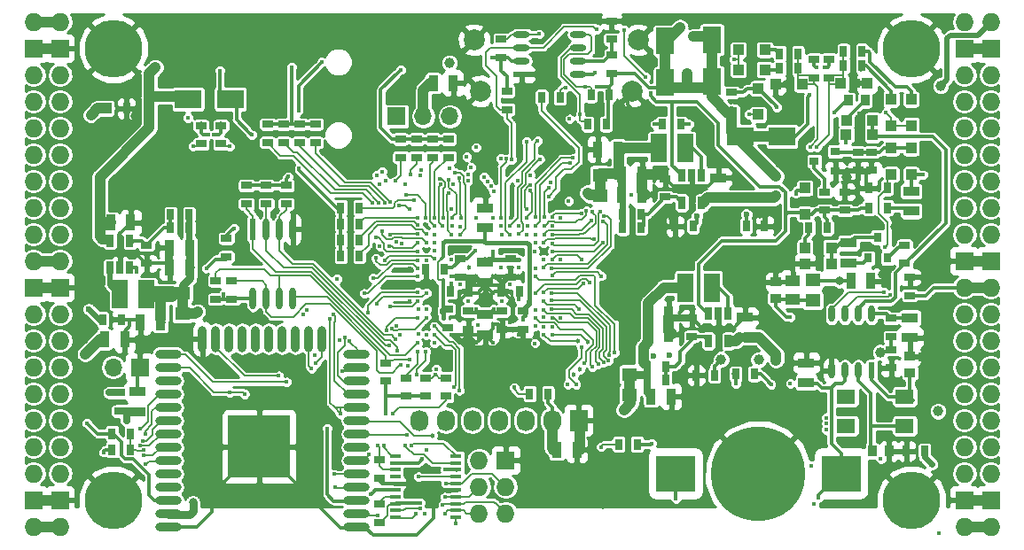
<source format=gbl>
G04 #@! TF.GenerationSoftware,KiCad,Pcbnew,5.0.0-rc3+dfsg1-1*
G04 #@! TF.CreationDate,2018-07-09T21:23:11+02:00*
G04 #@! TF.ProjectId,ulx3s,756C7833732E6B696361645F70636200,rev?*
G04 #@! TF.SameCoordinates,Original*
G04 #@! TF.FileFunction,Copper,L4,Bot,Signal*
G04 #@! TF.FilePolarity,Positive*
%FSLAX46Y46*%
G04 Gerber Fmt 4.6, Leading zero omitted, Abs format (unit mm)*
G04 Created by KiCad (PCBNEW 5.0.0-rc3+dfsg1-1) date Mon Jul  9 21:23:11 2018*
%MOMM*%
%LPD*%
G01*
G04 APERTURE LIST*
G04 #@! TA.AperFunction,EtchedComponent*
%ADD10C,1.000000*%
G04 #@! TD*
G04 #@! TA.AperFunction,ComponentPad*
%ADD11C,2.000000*%
G04 #@! TD*
G04 #@! TA.AperFunction,SMDPad,CuDef*
%ADD12O,2.500000X0.900000*%
G04 #@! TD*
G04 #@! TA.AperFunction,SMDPad,CuDef*
%ADD13O,0.900000X2.500000*%
G04 #@! TD*
G04 #@! TA.AperFunction,SMDPad,CuDef*
%ADD14R,6.000000X6.000000*%
G04 #@! TD*
G04 #@! TA.AperFunction,SMDPad,CuDef*
%ADD15R,0.670000X1.000000*%
G04 #@! TD*
G04 #@! TA.AperFunction,SMDPad,CuDef*
%ADD16R,1.400000X1.295000*%
G04 #@! TD*
G04 #@! TA.AperFunction,SMDPad,CuDef*
%ADD17R,2.500000X1.800000*%
G04 #@! TD*
G04 #@! TA.AperFunction,SMDPad,CuDef*
%ADD18R,1.800000X2.500000*%
G04 #@! TD*
G04 #@! TA.AperFunction,SMDPad,CuDef*
%ADD19R,3.700000X3.500000*%
G04 #@! TD*
G04 #@! TA.AperFunction,BGAPad,CuDef*
%ADD20C,9.000000*%
G04 #@! TD*
G04 #@! TA.AperFunction,SMDPad,CuDef*
%ADD21R,1.550000X0.600000*%
G04 #@! TD*
G04 #@! TA.AperFunction,SMDPad,CuDef*
%ADD22O,1.550000X0.600000*%
G04 #@! TD*
G04 #@! TA.AperFunction,SMDPad,CuDef*
%ADD23R,0.600000X2.100000*%
G04 #@! TD*
G04 #@! TA.AperFunction,SMDPad,CuDef*
%ADD24O,0.600000X2.100000*%
G04 #@! TD*
G04 #@! TA.AperFunction,SMDPad,CuDef*
%ADD25R,0.600000X1.550000*%
G04 #@! TD*
G04 #@! TA.AperFunction,SMDPad,CuDef*
%ADD26O,0.600000X1.550000*%
G04 #@! TD*
G04 #@! TA.AperFunction,SMDPad,CuDef*
%ADD27R,1.000000X0.400000*%
G04 #@! TD*
G04 #@! TA.AperFunction,SMDPad,CuDef*
%ADD28R,0.700000X1.200000*%
G04 #@! TD*
G04 #@! TA.AperFunction,ComponentPad*
%ADD29O,1.727200X1.727200*%
G04 #@! TD*
G04 #@! TA.AperFunction,ComponentPad*
%ADD30R,1.727200X1.727200*%
G04 #@! TD*
G04 #@! TA.AperFunction,ComponentPad*
%ADD31C,5.500000*%
G04 #@! TD*
G04 #@! TA.AperFunction,ComponentPad*
%ADD32R,1.727200X2.032000*%
G04 #@! TD*
G04 #@! TA.AperFunction,ComponentPad*
%ADD33O,1.727200X2.032000*%
G04 #@! TD*
G04 #@! TA.AperFunction,SMDPad,CuDef*
%ADD34R,1.800000X1.400000*%
G04 #@! TD*
G04 #@! TA.AperFunction,SMDPad,CuDef*
%ADD35R,0.970000X1.500000*%
G04 #@! TD*
G04 #@! TA.AperFunction,SMDPad,CuDef*
%ADD36R,1.500000X0.970000*%
G04 #@! TD*
G04 #@! TA.AperFunction,SMDPad,CuDef*
%ADD37R,1.000000X0.670000*%
G04 #@! TD*
G04 #@! TA.AperFunction,SMDPad,CuDef*
%ADD38R,1.000000X1.000000*%
G04 #@! TD*
G04 #@! TA.AperFunction,BGAPad,CuDef*
%ADD39C,0.300000*%
G04 #@! TD*
G04 #@! TA.AperFunction,ComponentPad*
%ADD40R,1.700000X1.700000*%
G04 #@! TD*
G04 #@! TA.AperFunction,ComponentPad*
%ADD41O,1.700000X1.700000*%
G04 #@! TD*
G04 #@! TA.AperFunction,SMDPad,CuDef*
%ADD42R,1.500000X2.700000*%
G04 #@! TD*
G04 #@! TA.AperFunction,SMDPad,CuDef*
%ADD43R,0.800000X0.900000*%
G04 #@! TD*
G04 #@! TA.AperFunction,SMDPad,CuDef*
%ADD44R,0.900000X0.800000*%
G04 #@! TD*
G04 #@! TA.AperFunction,SMDPad,CuDef*
%ADD45R,0.820000X1.000000*%
G04 #@! TD*
G04 #@! TA.AperFunction,SMDPad,CuDef*
%ADD46R,1.000000X0.820000*%
G04 #@! TD*
G04 #@! TA.AperFunction,SMDPad,CuDef*
%ADD47R,1.400000X1.120000*%
G04 #@! TD*
G04 #@! TA.AperFunction,ViaPad*
%ADD48C,0.400000*%
G04 #@! TD*
G04 #@! TA.AperFunction,ViaPad*
%ADD49C,2.000000*%
G04 #@! TD*
G04 #@! TA.AperFunction,ViaPad*
%ADD50C,0.454000*%
G04 #@! TD*
G04 #@! TA.AperFunction,ViaPad*
%ADD51C,0.600000*%
G04 #@! TD*
G04 #@! TA.AperFunction,ViaPad*
%ADD52C,1.000000*%
G04 #@! TD*
G04 #@! TA.AperFunction,ViaPad*
%ADD53C,0.800000*%
G04 #@! TD*
G04 #@! TA.AperFunction,ViaPad*
%ADD54C,0.700000*%
G04 #@! TD*
G04 #@! TA.AperFunction,Conductor*
%ADD55C,0.300000*%
G04 #@! TD*
G04 #@! TA.AperFunction,Conductor*
%ADD56C,0.500000*%
G04 #@! TD*
G04 #@! TA.AperFunction,Conductor*
%ADD57C,1.000000*%
G04 #@! TD*
G04 #@! TA.AperFunction,Conductor*
%ADD58C,0.700000*%
G04 #@! TD*
G04 #@! TA.AperFunction,Conductor*
%ADD59C,0.400000*%
G04 #@! TD*
G04 #@! TA.AperFunction,Conductor*
%ADD60C,0.800000*%
G04 #@! TD*
G04 #@! TA.AperFunction,Conductor*
%ADD61C,0.600000*%
G04 #@! TD*
G04 #@! TA.AperFunction,Conductor*
%ADD62C,0.190000*%
G04 #@! TD*
G04 #@! TA.AperFunction,Conductor*
%ADD63C,0.200000*%
G04 #@! TD*
G04 #@! TA.AperFunction,Conductor*
%ADD64C,1.500000*%
G04 #@! TD*
G04 #@! TA.AperFunction,Conductor*
%ADD65C,0.127000*%
G04 #@! TD*
G04 #@! TA.AperFunction,Conductor*
%ADD66C,0.180000*%
G04 #@! TD*
G04 #@! TA.AperFunction,Conductor*
%ADD67C,0.254000*%
G04 #@! TD*
G04 APERTURE END LIST*
D10*
G04 #@! TO.C,RP3*
X149472000Y-77311000D02*
X149472000Y-79311000D01*
G04 #@! TO.C,RP2*
X109609000Y-88632000D02*
X109609000Y-90632000D01*
G04 #@! TO.C,RP1*
X152281000Y-96361000D02*
X152281000Y-98361000D01*
G04 #@! TO.C,RD9*
X166854000Y-73630000D02*
X162854000Y-73630000D01*
G04 #@! TO.C,RD52*
X160155000Y-64391000D02*
X160155000Y-68391000D01*
G04 #@! TO.C,RD51*
X155710000Y-68518000D02*
X155710000Y-64518000D01*
G04 #@! TD*
D11*
G04 #@! TO.P,GPDI1,0*
G04 #@! TO.N,GND*
X152546000Y-69312000D03*
X138046000Y-69312000D03*
X153146000Y-64412000D03*
X137446000Y-64412000D03*
G04 #@! TD*
D12*
G04 #@! TO.P,U9,38*
G04 #@! TO.N,GND*
X126230000Y-111000000D03*
G04 #@! TO.P,U9,37*
G04 #@! TO.N,JTAG_TDI*
X126230000Y-109730000D03*
G04 #@! TO.P,U9,36*
G04 #@! TO.N,PROG_DONE*
X126230000Y-108460000D03*
G04 #@! TO.P,U9,35*
G04 #@! TO.N,WIFI_TXD*
X126230000Y-107190000D03*
G04 #@! TO.P,U9,34*
G04 #@! TO.N,WIFI_RXD*
X126230000Y-105920000D03*
G04 #@! TO.P,U9,33*
G04 #@! TO.N,JTAG_TMS*
X126230000Y-104650000D03*
G04 #@! TO.P,U9,32*
G04 #@! TO.N,Net-(U9-Pad32)*
X126230000Y-103380000D03*
G04 #@! TO.P,U9,31*
G04 #@! TO.N,JTAG_TDO*
X126230000Y-102110000D03*
G04 #@! TO.P,U9,30*
G04 #@! TO.N,JTAG_TCK*
X126230000Y-100840000D03*
G04 #@! TO.P,U9,29*
G04 #@! TO.N,WIFI_GPIO5*
X126230000Y-99570000D03*
G04 #@! TO.P,U9,28*
G04 #@! TO.N,WIFI_GPIO17*
X126230000Y-98300000D03*
G04 #@! TO.P,U9,27*
G04 #@! TO.N,WIFI_GPIO16*
X126230000Y-97030000D03*
G04 #@! TO.P,U9,26*
G04 #@! TO.N,SD_D1*
X126230000Y-95760000D03*
G04 #@! TO.P,U9,25*
G04 #@! TO.N,WIFI_GPIO0*
X126230000Y-94490000D03*
D13*
G04 #@! TO.P,U9,24*
G04 #@! TO.N,SD_D0*
X122945000Y-93000000D03*
G04 #@! TO.P,U9,23*
G04 #@! TO.N,SD_CMD*
X121675000Y-93000000D03*
G04 #@! TO.P,U9,22*
G04 #@! TO.N,Net-(U9-Pad22)*
X120405000Y-93000000D03*
G04 #@! TO.P,U9,21*
G04 #@! TO.N,Net-(U9-Pad21)*
X119135000Y-93000000D03*
G04 #@! TO.P,U9,20*
G04 #@! TO.N,Net-(U9-Pad20)*
X117865000Y-93000000D03*
G04 #@! TO.P,U9,19*
G04 #@! TO.N,Net-(U9-Pad19)*
X116595000Y-93000000D03*
G04 #@! TO.P,U9,18*
G04 #@! TO.N,Net-(U9-Pad18)*
X115325000Y-93000000D03*
G04 #@! TO.P,U9,17*
G04 #@! TO.N,Net-(U9-Pad17)*
X114055000Y-93000000D03*
G04 #@! TO.P,U9,16*
G04 #@! TO.N,SD_D3*
X112785000Y-93000000D03*
G04 #@! TO.P,U9,15*
G04 #@! TO.N,GND*
X111515000Y-93000000D03*
D12*
G04 #@! TO.P,U9,14*
G04 #@! TO.N,SD_D2*
X108230000Y-94490000D03*
G04 #@! TO.P,U9,13*
G04 #@! TO.N,SD_CLK*
X108230000Y-95760000D03*
G04 #@! TO.P,U9,12*
G04 #@! TO.N,Net-(U9-Pad12)*
X108230000Y-97030000D03*
G04 #@! TO.P,U9,11*
G04 #@! TO.N,GN11*
X108230000Y-98300000D03*
G04 #@! TO.P,U9,10*
G04 #@! TO.N,GP11*
X108230000Y-99570000D03*
G04 #@! TO.P,U9,9*
G04 #@! TO.N,GN12*
X108230000Y-100840000D03*
G04 #@! TO.P,U9,8*
G04 #@! TO.N,GP12*
X108230000Y-102110000D03*
G04 #@! TO.P,U9,7*
G04 #@! TO.N,GN13*
X108230000Y-103380000D03*
G04 #@! TO.P,U9,6*
G04 #@! TO.N,GP13*
X108230000Y-104650000D03*
G04 #@! TO.P,U9,5*
G04 #@! TO.N,Net-(U9-Pad5)*
X108230000Y-105920000D03*
G04 #@! TO.P,U9,4*
G04 #@! TO.N,Net-(U9-Pad4)*
X108230000Y-107190000D03*
G04 #@! TO.P,U9,3*
G04 #@! TO.N,/wifi/WIFIEN*
X108230000Y-108460000D03*
G04 #@! TO.P,U9,2*
G04 #@! TO.N,+3V3*
X108230000Y-109730000D03*
G04 #@! TO.P,U9,1*
G04 #@! TO.N,GND*
X108230000Y-111000000D03*
D14*
G04 #@! TO.P,U9,39*
X116930000Y-103300000D03*
G04 #@! TD*
D15*
G04 #@! TO.P,C49,2*
G04 #@! TO.N,GND*
X103738000Y-91156000D03*
G04 #@! TO.P,C49,1*
G04 #@! TO.N,2V5_3V3*
X101988000Y-91156000D03*
G04 #@! TD*
D16*
G04 #@! TO.P,RP3,2*
G04 #@! TO.N,+3V3*
X149472000Y-79278500D03*
G04 #@! TO.P,RP3,1*
G04 #@! TO.N,/power/P3V3*
X149472000Y-77343500D03*
G04 #@! TD*
G04 #@! TO.P,RP2,2*
G04 #@! TO.N,+2V5*
X109609000Y-90599500D03*
G04 #@! TO.P,RP2,1*
G04 #@! TO.N,/power/P2V5*
X109609000Y-88664500D03*
G04 #@! TD*
G04 #@! TO.P,RP1,2*
G04 #@! TO.N,+1V1*
X152281000Y-98328500D03*
G04 #@! TO.P,RP1,1*
G04 #@! TO.N,/power/P1V1*
X152281000Y-96393500D03*
G04 #@! TD*
D17*
G04 #@! TO.P,RD9,2*
G04 #@! TO.N,+5V*
X162854000Y-73630000D03*
G04 #@! TO.P,RD9,1*
G04 #@! TO.N,/usb/US2VBUS*
X166854000Y-73630000D03*
G04 #@! TD*
D18*
G04 #@! TO.P,RD52,2*
G04 #@! TO.N,+5V*
X160155000Y-68391000D03*
G04 #@! TO.P,RD52,1*
G04 #@! TO.N,/gpio/OUT5V*
X160155000Y-64391000D03*
G04 #@! TD*
G04 #@! TO.P,RD51,2*
G04 #@! TO.N,/gpio/IN5V*
X155710000Y-64518000D03*
G04 #@! TO.P,RD51,1*
G04 #@! TO.N,+5V*
X155710000Y-68518000D03*
G04 #@! TD*
D19*
G04 #@! TO.P,BAT1,1*
G04 #@! TO.N,/power/VBAT*
X172485000Y-105870000D03*
X156685000Y-105870000D03*
D20*
G04 #@! TO.P,BAT1,2*
G04 #@! TO.N,GND*
X164585000Y-105870000D03*
G04 #@! TD*
D21*
G04 #@! TO.P,U11,1*
G04 #@! TO.N,GND*
X141980000Y-67706500D03*
D22*
G04 #@! TO.P,U11,2*
G04 #@! TO.N,+2V5*
X141980000Y-66436500D03*
G04 #@! TO.P,U11,3*
G04 #@! TO.N,FPDI_SCL*
X141980000Y-65166500D03*
G04 #@! TO.P,U11,4*
G04 #@! TO.N,FPDI_SDA*
X141980000Y-63896500D03*
G04 #@! TO.P,U11,5*
G04 #@! TO.N,GPDI_SDA*
X147380000Y-63896500D03*
G04 #@! TO.P,U11,6*
G04 #@! TO.N,GPDI_SCL*
X147380000Y-65166500D03*
G04 #@! TO.P,U11,7*
G04 #@! TO.N,/gpdi/VREF2*
X147380000Y-66436500D03*
G04 #@! TO.P,U11,8*
G04 #@! TO.N,+3V3*
X147380000Y-67706500D03*
G04 #@! TD*
D23*
G04 #@! TO.P,U10,1*
G04 #@! TO.N,/flash/FLASH_nCS*
X116340000Y-82520000D03*
D24*
G04 #@! TO.P,U10,2*
G04 #@! TO.N,/flash/FLASH_MISO*
X117610000Y-82520000D03*
G04 #@! TO.P,U10,3*
G04 #@! TO.N,/flash/FLASH_nWP*
X118880000Y-82520000D03*
G04 #@! TO.P,U10,4*
G04 #@! TO.N,GND*
X120150000Y-82520000D03*
G04 #@! TO.P,U10,5*
G04 #@! TO.N,/flash/FLASH_MOSI*
X120150000Y-89124000D03*
G04 #@! TO.P,U10,6*
G04 #@! TO.N,/flash/FLASH_SCK*
X118880000Y-89124000D03*
G04 #@! TO.P,U10,7*
G04 #@! TO.N,/flash/FLASH_nHOLD*
X117610000Y-89124000D03*
G04 #@! TO.P,U10,8*
G04 #@! TO.N,+3V3*
X116340000Y-89124000D03*
G04 #@! TD*
D25*
G04 #@! TO.P,U7,1*
G04 #@! TO.N,/power/OSCI_32k*
X175395000Y-96015000D03*
D26*
G04 #@! TO.P,U7,2*
G04 #@! TO.N,/power/OSCO_32k*
X174125000Y-96015000D03*
G04 #@! TO.P,U7,3*
G04 #@! TO.N,/power/VBAT*
X172855000Y-96015000D03*
G04 #@! TO.P,U7,4*
G04 #@! TO.N,GND*
X171585000Y-96015000D03*
G04 #@! TO.P,U7,5*
G04 #@! TO.N,FPDI_SDA*
X171585000Y-90615000D03*
G04 #@! TO.P,U7,6*
G04 #@! TO.N,FPDI_SCL*
X172855000Y-90615000D03*
G04 #@! TO.P,U7,7*
G04 #@! TO.N,/power/WAKEUPn*
X174125000Y-90615000D03*
G04 #@! TO.P,U7,8*
G04 #@! TO.N,/power/RTCVDD*
X175395000Y-90615000D03*
G04 #@! TD*
D27*
G04 #@! TO.P,U6,20*
G04 #@! TO.N,FTDI_TXD*
X129935000Y-104215000D03*
G04 #@! TO.P,U6,19*
G04 #@! TO.N,FTDI_nSLEEP*
X129935000Y-104865000D03*
G04 #@! TO.P,U6,18*
G04 #@! TO.N,FTDI_TXDEN*
X129935000Y-105515000D03*
G04 #@! TO.P,U6,17*
G04 #@! TO.N,FTDI_nRXLED*
X129935000Y-106165000D03*
G04 #@! TO.P,U6,16*
G04 #@! TO.N,GND*
X129935000Y-106815000D03*
G04 #@! TO.P,U6,15*
G04 #@! TO.N,USB5V*
X129935000Y-107465000D03*
G04 #@! TO.P,U6,14*
G04 #@! TO.N,nRESET*
X129935000Y-108115000D03*
G04 #@! TO.P,U6,13*
G04 #@! TO.N,FT2V5*
X129935000Y-108765000D03*
G04 #@! TO.P,U6,12*
G04 #@! TO.N,USB_FTDI_D-*
X129935000Y-109415000D03*
G04 #@! TO.P,U6,11*
G04 #@! TO.N,USB_FTDI_D+*
X129935000Y-110065000D03*
G04 #@! TO.P,U6,10*
G04 #@! TO.N,FTDI_nTXLED*
X135735000Y-110065000D03*
G04 #@! TO.P,U6,9*
G04 #@! TO.N,JTAG_TDO*
X135735000Y-109415000D03*
G04 #@! TO.P,U6,8*
G04 #@! TO.N,JTAG_TMS*
X135735000Y-108765000D03*
G04 #@! TO.P,U6,7*
G04 #@! TO.N,JTAG_TCK*
X135735000Y-108115000D03*
G04 #@! TO.P,U6,6*
G04 #@! TO.N,GND*
X135735000Y-107465000D03*
G04 #@! TO.P,U6,5*
G04 #@! TO.N,JTAG_TDI*
X135735000Y-106815000D03*
G04 #@! TO.P,U6,4*
G04 #@! TO.N,FTDI_RXD*
X135735000Y-106165000D03*
G04 #@! TO.P,U6,3*
G04 #@! TO.N,FT2V5*
X135735000Y-105515000D03*
G04 #@! TO.P,U6,2*
G04 #@! TO.N,FTDI_nRTS*
X135735000Y-104865000D03*
G04 #@! TO.P,U6,1*
G04 #@! TO.N,FTDI_nDTR*
X135735000Y-104215000D03*
G04 #@! TD*
D28*
G04 #@! TO.P,U5,1*
G04 #@! TO.N,/power/PWREN*
X157285000Y-77392000D03*
G04 #@! TO.P,U5,2*
G04 #@! TO.N,GND*
X158235000Y-77392000D03*
G04 #@! TO.P,U5,3*
G04 #@! TO.N,/power/L3*
X159185000Y-77392000D03*
G04 #@! TO.P,U5,4*
G04 #@! TO.N,+5V*
X159185000Y-79992000D03*
G04 #@! TO.P,U5,5*
G04 #@! TO.N,/power/FB3*
X157285000Y-79992000D03*
G04 #@! TD*
G04 #@! TO.P,U3,1*
G04 #@! TO.N,/power/PWREN*
X159825000Y-90600000D03*
G04 #@! TO.P,U3,2*
G04 #@! TO.N,GND*
X160775000Y-90600000D03*
G04 #@! TO.P,U3,3*
G04 #@! TO.N,/power/L1*
X161725000Y-90600000D03*
G04 #@! TO.P,U3,4*
G04 #@! TO.N,+5V*
X161725000Y-93200000D03*
G04 #@! TO.P,U3,5*
G04 #@! TO.N,/power/FB1*
X159825000Y-93200000D03*
G04 #@! TD*
G04 #@! TO.P,U4,1*
G04 #@! TO.N,/power/PWREN*
X104575000Y-86215000D03*
G04 #@! TO.P,U4,2*
G04 #@! TO.N,GND*
X103625000Y-86215000D03*
G04 #@! TO.P,U4,3*
G04 #@! TO.N,/power/L2*
X102675000Y-86215000D03*
G04 #@! TO.P,U4,4*
G04 #@! TO.N,+5V*
X102675000Y-83615000D03*
G04 #@! TO.P,U4,5*
G04 #@! TO.N,/power/FB2*
X104575000Y-83615000D03*
G04 #@! TD*
D29*
G04 #@! TO.P,J1,1*
G04 #@! TO.N,2V5_3V3*
X97910000Y-62690000D03*
G04 #@! TO.P,J1,2*
X95370000Y-62690000D03*
D30*
G04 #@! TO.P,J1,3*
G04 #@! TO.N,GND*
X97910000Y-65230000D03*
G04 #@! TO.P,J1,4*
X95370000Y-65230000D03*
D29*
G04 #@! TO.P,J1,5*
G04 #@! TO.N,GN0*
X97910000Y-67770000D03*
G04 #@! TO.P,J1,6*
G04 #@! TO.N,GP0*
X95370000Y-67770000D03*
G04 #@! TO.P,J1,7*
G04 #@! TO.N,GN1*
X97910000Y-70310000D03*
G04 #@! TO.P,J1,8*
G04 #@! TO.N,GP1*
X95370000Y-70310000D03*
G04 #@! TO.P,J1,9*
G04 #@! TO.N,GN2*
X97910000Y-72850000D03*
G04 #@! TO.P,J1,10*
G04 #@! TO.N,GP2*
X95370000Y-72850000D03*
G04 #@! TO.P,J1,11*
G04 #@! TO.N,GN3*
X97910000Y-75390000D03*
G04 #@! TO.P,J1,12*
G04 #@! TO.N,GP3*
X95370000Y-75390000D03*
G04 #@! TO.P,J1,13*
G04 #@! TO.N,GN4*
X97910000Y-77930000D03*
G04 #@! TO.P,J1,14*
G04 #@! TO.N,GP4*
X95370000Y-77930000D03*
G04 #@! TO.P,J1,15*
G04 #@! TO.N,GN5*
X97910000Y-80470000D03*
G04 #@! TO.P,J1,16*
G04 #@! TO.N,GP5*
X95370000Y-80470000D03*
G04 #@! TO.P,J1,17*
G04 #@! TO.N,GN6*
X97910000Y-83010000D03*
G04 #@! TO.P,J1,18*
G04 #@! TO.N,GP6*
X95370000Y-83010000D03*
G04 #@! TO.P,J1,19*
G04 #@! TO.N,2V5_3V3*
X97910000Y-85550000D03*
G04 #@! TO.P,J1,20*
X95370000Y-85550000D03*
D30*
G04 #@! TO.P,J1,21*
G04 #@! TO.N,GND*
X97910000Y-88090000D03*
G04 #@! TO.P,J1,22*
X95370000Y-88090000D03*
D29*
G04 #@! TO.P,J1,23*
G04 #@! TO.N,GN7*
X97910000Y-90630000D03*
G04 #@! TO.P,J1,24*
G04 #@! TO.N,GP7*
X95370000Y-90630000D03*
G04 #@! TO.P,J1,25*
G04 #@! TO.N,GN8*
X97910000Y-93170000D03*
G04 #@! TO.P,J1,26*
G04 #@! TO.N,GP8*
X95370000Y-93170000D03*
G04 #@! TO.P,J1,27*
G04 #@! TO.N,GN9*
X97910000Y-95710000D03*
G04 #@! TO.P,J1,28*
G04 #@! TO.N,GP9*
X95370000Y-95710000D03*
G04 #@! TO.P,J1,29*
G04 #@! TO.N,GN10*
X97910000Y-98250000D03*
G04 #@! TO.P,J1,30*
G04 #@! TO.N,GP10*
X95370000Y-98250000D03*
G04 #@! TO.P,J1,31*
G04 #@! TO.N,GN11*
X97910000Y-100790000D03*
G04 #@! TO.P,J1,32*
G04 #@! TO.N,GP11*
X95370000Y-100790000D03*
G04 #@! TO.P,J1,33*
G04 #@! TO.N,GN12*
X97910000Y-103330000D03*
G04 #@! TO.P,J1,34*
G04 #@! TO.N,GP12*
X95370000Y-103330000D03*
G04 #@! TO.P,J1,35*
G04 #@! TO.N,GN13*
X97910000Y-105870000D03*
G04 #@! TO.P,J1,36*
G04 #@! TO.N,GP13*
X95370000Y-105870000D03*
D30*
G04 #@! TO.P,J1,37*
G04 #@! TO.N,GND*
X97910000Y-108410000D03*
G04 #@! TO.P,J1,38*
X95370000Y-108410000D03*
D29*
G04 #@! TO.P,J1,39*
G04 #@! TO.N,2V5_3V3*
X97910000Y-110950000D03*
G04 #@! TO.P,J1,40*
X95370000Y-110950000D03*
G04 #@! TD*
G04 #@! TO.P,J2,1*
G04 #@! TO.N,+3V3*
X184270000Y-110950000D03*
G04 #@! TO.P,J2,2*
X186810000Y-110950000D03*
D30*
G04 #@! TO.P,J2,3*
G04 #@! TO.N,GND*
X184270000Y-108410000D03*
G04 #@! TO.P,J2,4*
X186810000Y-108410000D03*
D29*
G04 #@! TO.P,J2,5*
G04 #@! TO.N,GN14*
X184270000Y-105870000D03*
G04 #@! TO.P,J2,6*
G04 #@! TO.N,GP14*
X186810000Y-105870000D03*
G04 #@! TO.P,J2,7*
G04 #@! TO.N,GN15*
X184270000Y-103330000D03*
G04 #@! TO.P,J2,8*
G04 #@! TO.N,GP15*
X186810000Y-103330000D03*
G04 #@! TO.P,J2,9*
G04 #@! TO.N,GN16*
X184270000Y-100790000D03*
G04 #@! TO.P,J2,10*
G04 #@! TO.N,GP16*
X186810000Y-100790000D03*
G04 #@! TO.P,J2,11*
G04 #@! TO.N,GN17*
X184270000Y-98250000D03*
G04 #@! TO.P,J2,12*
G04 #@! TO.N,GP17*
X186810000Y-98250000D03*
G04 #@! TO.P,J2,13*
G04 #@! TO.N,GN18*
X184270000Y-95710000D03*
G04 #@! TO.P,J2,14*
G04 #@! TO.N,GP18*
X186810000Y-95710000D03*
G04 #@! TO.P,J2,15*
G04 #@! TO.N,GN19*
X184270000Y-93170000D03*
G04 #@! TO.P,J2,16*
G04 #@! TO.N,GP19*
X186810000Y-93170000D03*
G04 #@! TO.P,J2,17*
G04 #@! TO.N,GN20*
X184270000Y-90630000D03*
G04 #@! TO.P,J2,18*
G04 #@! TO.N,GP20*
X186810000Y-90630000D03*
G04 #@! TO.P,J2,19*
G04 #@! TO.N,+3V3*
X184270000Y-88090000D03*
G04 #@! TO.P,J2,20*
X186810000Y-88090000D03*
D30*
G04 #@! TO.P,J2,21*
G04 #@! TO.N,GND*
X184270000Y-85550000D03*
G04 #@! TO.P,J2,22*
X186810000Y-85550000D03*
D29*
G04 #@! TO.P,J2,23*
G04 #@! TO.N,GN21*
X184270000Y-83010000D03*
G04 #@! TO.P,J2,24*
G04 #@! TO.N,GP21*
X186810000Y-83010000D03*
G04 #@! TO.P,J2,25*
G04 #@! TO.N,GN22*
X184270000Y-80470000D03*
G04 #@! TO.P,J2,26*
G04 #@! TO.N,GP22*
X186810000Y-80470000D03*
G04 #@! TO.P,J2,27*
G04 #@! TO.N,GN23*
X184270000Y-77930000D03*
G04 #@! TO.P,J2,28*
G04 #@! TO.N,GP23*
X186810000Y-77930000D03*
G04 #@! TO.P,J2,29*
G04 #@! TO.N,GN24*
X184270000Y-75390000D03*
G04 #@! TO.P,J2,30*
G04 #@! TO.N,GP24*
X186810000Y-75390000D03*
G04 #@! TO.P,J2,31*
G04 #@! TO.N,GN25*
X184270000Y-72850000D03*
G04 #@! TO.P,J2,32*
G04 #@! TO.N,GP25*
X186810000Y-72850000D03*
G04 #@! TO.P,J2,33*
G04 #@! TO.N,GN26*
X184270000Y-70310000D03*
G04 #@! TO.P,J2,34*
G04 #@! TO.N,GP26*
X186810000Y-70310000D03*
G04 #@! TO.P,J2,35*
G04 #@! TO.N,GN27*
X184270000Y-67770000D03*
G04 #@! TO.P,J2,36*
G04 #@! TO.N,GP27*
X186810000Y-67770000D03*
D30*
G04 #@! TO.P,J2,37*
G04 #@! TO.N,GND*
X184270000Y-65230000D03*
G04 #@! TO.P,J2,38*
X186810000Y-65230000D03*
D29*
G04 #@! TO.P,J2,39*
G04 #@! TO.N,/gpio/IN5V*
X184270000Y-62690000D03*
G04 #@! TO.P,J2,40*
G04 #@! TO.N,/gpio/OUT5V*
X186810000Y-62690000D03*
G04 #@! TD*
D31*
G04 #@! TO.P,H1,1*
G04 #@! TO.N,GND*
X102990000Y-108410000D03*
G04 #@! TD*
G04 #@! TO.P,H2,1*
G04 #@! TO.N,GND*
X179190000Y-108410000D03*
G04 #@! TD*
G04 #@! TO.P,H3,1*
G04 #@! TO.N,GND*
X179190000Y-65230000D03*
G04 #@! TD*
G04 #@! TO.P,H4,1*
G04 #@! TO.N,GND*
X102990000Y-65230000D03*
G04 #@! TD*
D30*
G04 #@! TO.P,J4,1*
G04 #@! TO.N,GND*
X140455000Y-104600000D03*
D29*
G04 #@! TO.P,J4,2*
G04 #@! TO.N,+3V3*
X137915000Y-104600000D03*
G04 #@! TO.P,J4,3*
G04 #@! TO.N,JTAG_TDI*
X140455000Y-107140000D03*
G04 #@! TO.P,J4,4*
G04 #@! TO.N,JTAG_TCK*
X137915000Y-107140000D03*
G04 #@! TO.P,J4,5*
G04 #@! TO.N,JTAG_TMS*
X140455000Y-109680000D03*
G04 #@! TO.P,J4,6*
G04 #@! TO.N,JTAG_TDO*
X137915000Y-109680000D03*
G04 #@! TD*
D32*
G04 #@! TO.P,OLED1,1*
G04 #@! TO.N,GND*
X147440000Y-100790000D03*
D33*
G04 #@! TO.P,OLED1,2*
G04 #@! TO.N,+3V3*
X144900000Y-100790000D03*
G04 #@! TO.P,OLED1,3*
G04 #@! TO.N,OLED_CLK*
X142360000Y-100790000D03*
G04 #@! TO.P,OLED1,4*
G04 #@! TO.N,OLED_MOSI*
X139820000Y-100790000D03*
G04 #@! TO.P,OLED1,5*
G04 #@! TO.N,OLED_RES*
X137280000Y-100790000D03*
G04 #@! TO.P,OLED1,6*
G04 #@! TO.N,OLED_DC*
X134740000Y-100790000D03*
G04 #@! TO.P,OLED1,7*
G04 #@! TO.N,OLED_CS*
X132200000Y-100790000D03*
G04 #@! TD*
D34*
G04 #@! TO.P,Y2,4*
G04 #@! TO.N,/power/OSCI_32k*
X178576000Y-98522000D03*
G04 #@! TO.P,Y2,3*
G04 #@! TO.N,Net-(Y2-Pad3)*
X172976000Y-98522000D03*
G04 #@! TO.P,Y2,2*
G04 #@! TO.N,Net-(Y2-Pad2)*
X172976000Y-101322000D03*
G04 #@! TO.P,Y2,1*
G04 #@! TO.N,/power/OSCO_32k*
X178576000Y-101322000D03*
G04 #@! TD*
D35*
G04 #@! TO.P,C47,1*
G04 #@! TO.N,2V5_3V3*
X133546000Y-68550000D03*
G04 #@! TO.P,C47,2*
G04 #@! TO.N,GND*
X135456000Y-68550000D03*
G04 #@! TD*
G04 #@! TO.P,C1,1*
G04 #@! TO.N,+5V*
X102748500Y-81885000D03*
G04 #@! TO.P,C1,2*
G04 #@! TO.N,GND*
X104658500Y-81885000D03*
G04 #@! TD*
D15*
G04 #@! TO.P,C2,1*
G04 #@! TO.N,/power/P1V1*
X153985000Y-96910000D03*
G04 #@! TO.P,C2,2*
G04 #@! TO.N,/power/FB1*
X155735000Y-96910000D03*
G04 #@! TD*
D35*
G04 #@! TO.P,C3,2*
G04 #@! TO.N,GND*
X156015000Y-90630000D03*
G04 #@! TO.P,C3,1*
G04 #@! TO.N,/power/P1V1*
X154105000Y-90630000D03*
G04 #@! TD*
G04 #@! TO.P,C4,1*
G04 #@! TO.N,/power/P1V1*
X154105000Y-92535000D03*
G04 #@! TO.P,C4,2*
G04 #@! TO.N,GND*
X156015000Y-92535000D03*
G04 #@! TD*
D36*
G04 #@! TO.P,C5,2*
G04 #@! TO.N,GND*
X163315000Y-90945000D03*
G04 #@! TO.P,C5,1*
G04 #@! TO.N,+5V*
X163315000Y-92855000D03*
G04 #@! TD*
D15*
G04 #@! TO.P,C6,1*
G04 #@! TO.N,/power/P3V3*
X151645000Y-82375000D03*
G04 #@! TO.P,C6,2*
G04 #@! TO.N,/power/FB3*
X153395000Y-82375000D03*
G04 #@! TD*
D35*
G04 #@! TO.P,C7,2*
G04 #@! TO.N,GND*
X153475000Y-79200000D03*
G04 #@! TO.P,C7,1*
G04 #@! TO.N,/power/P3V3*
X151565000Y-79200000D03*
G04 #@! TD*
G04 #@! TO.P,C8,2*
G04 #@! TO.N,GND*
X153475000Y-77295000D03*
G04 #@! TO.P,C8,1*
G04 #@! TO.N,/power/P3V3*
X151565000Y-77295000D03*
G04 #@! TD*
D36*
G04 #@! TO.P,C9,1*
G04 #@! TO.N,+5V*
X160775000Y-79520000D03*
G04 #@! TO.P,C9,2*
G04 #@! TO.N,GND*
X160775000Y-77610000D03*
G04 #@! TD*
D15*
G04 #@! TO.P,C10,2*
G04 #@! TO.N,/power/FB2*
X108465000Y-81105000D03*
G04 #@! TO.P,C10,1*
G04 #@! TO.N,/power/P2V5*
X110215000Y-81105000D03*
G04 #@! TD*
D35*
G04 #@! TO.P,C11,2*
G04 #@! TO.N,GND*
X108385000Y-84280000D03*
G04 #@! TO.P,C11,1*
G04 #@! TO.N,/power/P2V5*
X110295000Y-84280000D03*
G04 #@! TD*
G04 #@! TO.P,C12,1*
G04 #@! TO.N,/power/P2V5*
X110295000Y-86185000D03*
G04 #@! TO.P,C12,2*
G04 #@! TO.N,GND*
X108385000Y-86185000D03*
G04 #@! TD*
D36*
G04 #@! TO.P,C13,2*
G04 #@! TO.N,/power/WKUP*
X173221000Y-83833000D03*
G04 #@! TO.P,C13,1*
G04 #@! TO.N,+5V*
X173221000Y-85743000D03*
G04 #@! TD*
D37*
G04 #@! TO.P,C14,2*
G04 #@! TO.N,GND*
X175380000Y-76900000D03*
G04 #@! TO.P,C14,1*
G04 #@! TO.N,/power/SHUT*
X175380000Y-75150000D03*
G04 #@! TD*
D36*
G04 #@! TO.P,C15,1*
G04 #@! TO.N,/sdcard/SD3V3*
X105276000Y-99967000D03*
G04 #@! TO.P,C15,2*
G04 #@! TO.N,GND*
X105276000Y-98057000D03*
G04 #@! TD*
D35*
G04 #@! TO.P,C16,1*
G04 #@! TO.N,+3V3*
X173424000Y-87473000D03*
G04 #@! TO.P,C16,2*
G04 #@! TO.N,GND*
X175334000Y-87473000D03*
G04 #@! TD*
D36*
G04 #@! TO.P,C17,1*
G04 #@! TO.N,+1V1*
X138500000Y-90665000D03*
G04 #@! TO.P,C17,2*
G04 #@! TO.N,GND*
X138500000Y-92575000D03*
G04 #@! TD*
D37*
G04 #@! TO.P,C18,1*
G04 #@! TO.N,/gpdi/VREF2*
X150589600Y-64359000D03*
G04 #@! TO.P,C18,2*
G04 #@! TO.N,GND*
X150589600Y-62609000D03*
G04 #@! TD*
D36*
G04 #@! TO.P,C19,1*
G04 #@! TO.N,+2V5*
X138500000Y-82375000D03*
G04 #@! TO.P,C19,2*
G04 #@! TO.N,GND*
X138500000Y-80465000D03*
G04 #@! TD*
G04 #@! TO.P,C20,2*
G04 #@! TO.N,GND*
X138500000Y-87575000D03*
G04 #@! TO.P,C20,1*
G04 #@! TO.N,+3V3*
X138500000Y-85665000D03*
G04 #@! TD*
D35*
G04 #@! TO.P,C21,2*
G04 #@! TO.N,GND*
X104072000Y-93061000D03*
G04 #@! TO.P,C21,1*
G04 #@! TO.N,+3V3*
X102162000Y-93061000D03*
G04 #@! TD*
G04 #@! TO.P,C22,1*
G04 #@! TO.N,/power/P1V1*
X154359000Y-98504000D03*
G04 #@! TO.P,C22,2*
G04 #@! TO.N,GND*
X156269000Y-98504000D03*
G04 #@! TD*
G04 #@! TO.P,C23,2*
G04 #@! TO.N,GND*
X105591000Y-91392000D03*
G04 #@! TO.P,C23,1*
G04 #@! TO.N,/power/P2V5*
X107501000Y-91392000D03*
G04 #@! TD*
G04 #@! TO.P,C24,1*
G04 #@! TO.N,/power/P3V3*
X151189000Y-74882000D03*
G04 #@! TO.P,C24,2*
G04 #@! TO.N,GND*
X149279000Y-74882000D03*
G04 #@! TD*
D37*
G04 #@! TO.P,C25,2*
G04 #@! TO.N,GND*
X140900000Y-87095000D03*
G04 #@! TO.P,C25,1*
G04 #@! TO.N,+3V3*
X140900000Y-85345000D03*
G04 #@! TD*
G04 #@! TO.P,C26,2*
G04 #@! TO.N,GND*
X136100000Y-87095000D03*
G04 #@! TO.P,C26,1*
G04 #@! TO.N,2V5_3V3*
X136100000Y-85345000D03*
G04 #@! TD*
G04 #@! TO.P,C27,2*
G04 #@! TO.N,GND*
X136900000Y-92095000D03*
G04 #@! TO.P,C27,1*
G04 #@! TO.N,+1V1*
X136900000Y-90345000D03*
G04 #@! TD*
G04 #@! TO.P,C28,1*
G04 #@! TO.N,+1V1*
X140100000Y-90345000D03*
G04 #@! TO.P,C28,2*
G04 #@! TO.N,GND*
X140100000Y-92095000D03*
G04 #@! TD*
G04 #@! TO.P,C29,2*
G04 #@! TO.N,GND*
X142100000Y-92095000D03*
G04 #@! TO.P,C29,1*
G04 #@! TO.N,+2V5*
X142100000Y-90345000D03*
G04 #@! TD*
G04 #@! TO.P,C30,1*
G04 #@! TO.N,+2V5*
X134900000Y-90145000D03*
G04 #@! TO.P,C30,2*
G04 #@! TO.N,GND*
X134900000Y-91895000D03*
G04 #@! TD*
D15*
G04 #@! TO.P,C31,1*
G04 #@! TO.N,+3V3*
X135225000Y-88420000D03*
G04 #@! TO.P,C31,2*
G04 #@! TO.N,GND*
X136975000Y-88420000D03*
G04 #@! TD*
G04 #@! TO.P,C32,2*
G04 #@! TO.N,GND*
X140025000Y-88420000D03*
G04 #@! TO.P,C32,1*
G04 #@! TO.N,+3V3*
X141775000Y-88420000D03*
G04 #@! TD*
G04 #@! TO.P,C33,1*
G04 #@! TO.N,+3V3*
X163425000Y-82220000D03*
G04 #@! TO.P,C33,2*
G04 #@! TO.N,GND*
X165175000Y-82220000D03*
G04 #@! TD*
G04 #@! TO.P,C34,1*
G04 #@! TO.N,+3V3*
X158375000Y-82220000D03*
G04 #@! TO.P,C34,2*
G04 #@! TO.N,GND*
X156625000Y-82220000D03*
G04 #@! TD*
D37*
G04 #@! TO.P,C35,1*
G04 #@! TO.N,+3V3*
X177300000Y-94025000D03*
G04 #@! TO.P,C35,2*
G04 #@! TO.N,GND*
X177300000Y-95775000D03*
G04 #@! TD*
D35*
G04 #@! TO.P,C46,1*
G04 #@! TO.N,+3V3*
X145342000Y-103584000D03*
G04 #@! TO.P,C46,2*
G04 #@! TO.N,GND*
X147252000Y-103584000D03*
G04 #@! TD*
D15*
G04 #@! TO.P,C48,2*
G04 #@! TO.N,GND*
X104246000Y-70963000D03*
G04 #@! TO.P,C48,1*
G04 #@! TO.N,2V5_3V3*
X102496000Y-70963000D03*
G04 #@! TD*
D37*
G04 #@! TO.P,C50,1*
G04 #@! TO.N,+3V3*
X179063000Y-88856000D03*
G04 #@! TO.P,C50,2*
G04 #@! TO.N,GND*
X179063000Y-87106000D03*
G04 #@! TD*
D15*
G04 #@! TO.P,C51,1*
G04 #@! TO.N,+3V3*
X180473000Y-103711000D03*
G04 #@! TO.P,C51,2*
G04 #@! TO.N,GND*
X178723000Y-103711000D03*
G04 #@! TD*
G04 #@! TO.P,C52,2*
G04 #@! TO.N,GND*
X158645000Y-96490000D03*
G04 #@! TO.P,C52,1*
G04 #@! TO.N,+3V3*
X160395000Y-96490000D03*
G04 #@! TD*
G04 #@! TO.P,C53,2*
G04 #@! TO.N,GND*
X132827200Y-86330000D03*
G04 #@! TO.P,C53,1*
G04 #@! TO.N,2V5_3V3*
X134577200Y-86330000D03*
G04 #@! TD*
D36*
G04 #@! TO.P,C54,2*
G04 #@! TO.N,GND*
X169172000Y-95281000D03*
G04 #@! TO.P,C54,1*
G04 #@! TO.N,/power/VBAT*
X169172000Y-97191000D03*
G04 #@! TD*
G04 #@! TO.P,D11,1*
G04 #@! TO.N,/power/HOLD*
X179190000Y-80790000D03*
G04 #@! TO.P,D11,2*
G04 #@! TO.N,+3V3*
X179190000Y-78880000D03*
G04 #@! TD*
D38*
G04 #@! TO.P,D10,1*
G04 #@! TO.N,/power/WAKE*
X169050000Y-84280000D03*
G04 #@! TO.P,D10,2*
G04 #@! TO.N,/power/WKUP*
X171550000Y-84280000D03*
G04 #@! TD*
G04 #@! TO.P,D12,2*
G04 #@! TO.N,/power/FTDI_nSUSPEND*
X169030000Y-78585000D03*
G04 #@! TO.P,D12,1*
G04 #@! TO.N,/power/PWREN*
X169030000Y-81085000D03*
G04 #@! TD*
G04 #@! TO.P,D13,1*
G04 #@! TO.N,/power/WKUP*
X171550000Y-85804000D03*
G04 #@! TO.P,D13,2*
G04 #@! TO.N,GND*
X169050000Y-85804000D03*
G04 #@! TD*
G04 #@! TO.P,D14,2*
G04 #@! TO.N,/power/SHUT*
X179190000Y-74775000D03*
G04 #@! TO.P,D14,1*
G04 #@! TO.N,+3V3*
X179190000Y-77275000D03*
G04 #@! TD*
G04 #@! TO.P,D15,2*
G04 #@! TO.N,SHUTDOWN*
X177285000Y-77275000D03*
G04 #@! TO.P,D15,1*
G04 #@! TO.N,/power/SHUT*
X177285000Y-74775000D03*
G04 #@! TD*
G04 #@! TO.P,D16,1*
G04 #@! TO.N,/power/PWRBTn*
X172987000Y-73503000D03*
G04 #@! TO.P,D16,2*
G04 #@! TO.N,/power/WAKEUPn*
X175487000Y-73503000D03*
G04 #@! TD*
G04 #@! TO.P,D17,1*
G04 #@! TO.N,/power/PWRBTn*
X164585000Y-69060000D03*
G04 #@! TO.P,D17,2*
G04 #@! TO.N,BTN_PWRn*
X164585000Y-71560000D03*
G04 #@! TD*
G04 #@! TO.P,D20,1*
G04 #@! TO.N,USB_FPGA_D+*
X168756000Y-68659000D03*
G04 #@! TO.P,D20,2*
G04 #@! TO.N,GND*
X166256000Y-68659000D03*
G04 #@! TD*
G04 #@! TO.P,D21,2*
G04 #@! TO.N,GND*
X174979000Y-68550000D03*
G04 #@! TO.P,D21,1*
G04 #@! TO.N,USB_FPGA_D-*
X172479000Y-68550000D03*
G04 #@! TD*
G04 #@! TO.P,D23,2*
G04 #@! TO.N,Net-(D23-Pad2)*
X165200000Y-67262000D03*
G04 #@! TO.P,D23,1*
G04 #@! TO.N,USB_FPGA_PULL_D+*
X162700000Y-67262000D03*
G04 #@! TD*
G04 #@! TO.P,D24,2*
G04 #@! TO.N,USB_FPGA_PULL_D+*
X162700000Y-65357000D03*
G04 #@! TO.P,D24,1*
G04 #@! TO.N,Net-(D24-Pad1)*
X165200000Y-65357000D03*
G04 #@! TD*
G04 #@! TO.P,D25,1*
G04 #@! TO.N,USB_FPGA_PULL_D-*
X177285000Y-72594000D03*
G04 #@! TO.P,D25,2*
G04 #@! TO.N,Net-(D25-Pad2)*
X177285000Y-70094000D03*
G04 #@! TD*
G04 #@! TO.P,D26,1*
G04 #@! TO.N,Net-(D26-Pad1)*
X179190000Y-70094000D03*
G04 #@! TO.P,D26,2*
G04 #@! TO.N,USB_FPGA_PULL_D-*
X179190000Y-72594000D03*
G04 #@! TD*
D39*
G04 #@! TO.P,AE1,1*
G04 #@! TO.N,/usb/ANT_433MHz*
X181872000Y-111603000D03*
G04 #@! TD*
D37*
G04 #@! TO.P,R49,1*
G04 #@! TO.N,USB_FTDI_D-*
X113277000Y-74360000D03*
G04 #@! TO.P,R49,2*
G04 #@! TO.N,/usb/FTD-*
X113277000Y-72610000D03*
G04 #@! TD*
G04 #@! TO.P,R50,2*
G04 #@! TO.N,/usb/FTD+*
X111372000Y-72610000D03*
G04 #@! TO.P,R50,1*
G04 #@! TO.N,USB_FTDI_D+*
X111372000Y-74360000D03*
G04 #@! TD*
D15*
G04 #@! TO.P,R51,2*
G04 #@! TO.N,/blinkey/SWPU*
X155455000Y-72487000D03*
G04 #@! TO.P,R51,1*
G04 #@! TO.N,2V5_3V3*
X157205000Y-72487000D03*
G04 #@! TD*
D37*
G04 #@! TO.P,R52,2*
G04 #@! TO.N,/usb/FPD-*
X171331000Y-66278000D03*
G04 #@! TO.P,R52,1*
G04 #@! TO.N,USB_FPGA_D-*
X171331000Y-68028000D03*
G04 #@! TD*
G04 #@! TO.P,R53,1*
G04 #@! TO.N,USB_FPGA_D+*
X169919000Y-68028000D03*
G04 #@! TO.P,R53,2*
G04 #@! TO.N,/usb/FPD+*
X169919000Y-66278000D03*
G04 #@! TD*
D15*
G04 #@! TO.P,R54,2*
G04 #@! TO.N,Net-(D26-Pad1)*
X174477000Y-65502000D03*
G04 #@! TO.P,R54,1*
G04 #@! TO.N,USB_FPGA_D-*
X172727000Y-65502000D03*
G04 #@! TD*
D37*
G04 #@! TO.P,R56,1*
G04 #@! TO.N,GND*
X128390000Y-106321000D03*
G04 #@! TO.P,R56,2*
G04 #@! TO.N,FTDI_TXDEN*
X128390000Y-104571000D03*
G04 #@! TD*
G04 #@! TO.P,R57,2*
G04 #@! TO.N,/analog/AUDIO_V*
X117722000Y-72483000D03*
G04 #@! TO.P,R57,1*
G04 #@! TO.N,AUDIO_V0*
X117722000Y-74233000D03*
G04 #@! TD*
G04 #@! TO.P,R58,1*
G04 #@! TO.N,AUDIO_V1*
X119246000Y-74233000D03*
G04 #@! TO.P,R58,2*
G04 #@! TO.N,/analog/AUDIO_V*
X119246000Y-72483000D03*
G04 #@! TD*
G04 #@! TO.P,R59,2*
G04 #@! TO.N,/analog/AUDIO_V*
X120770000Y-72483000D03*
G04 #@! TO.P,R59,1*
G04 #@! TO.N,AUDIO_V2*
X120770000Y-74233000D03*
G04 #@! TD*
G04 #@! TO.P,R60,1*
G04 #@! TO.N,AUDIO_V3*
X122294000Y-74233000D03*
G04 #@! TO.P,R60,2*
G04 #@! TO.N,/analog/AUDIO_V*
X122294000Y-72483000D03*
G04 #@! TD*
D15*
G04 #@! TO.P,R61,1*
G04 #@! TO.N,GPDI_CEC*
X145655000Y-69900000D03*
G04 #@! TO.P,R61,2*
G04 #@! TO.N,/gpdi/FPDI_CEC*
X143905000Y-69900000D03*
G04 #@! TD*
D40*
G04 #@! TO.P,J3,1*
G04 #@! TO.N,GND*
X105530000Y-95710000D03*
D41*
G04 #@! TO.P,J3,2*
G04 #@! TO.N,/wifi/WIFIEN*
X102990000Y-95710000D03*
G04 #@! TD*
D40*
G04 #@! TO.P,J5,1*
G04 #@! TO.N,+2V5*
X130056000Y-71725000D03*
D41*
G04 #@! TO.P,J5,2*
G04 #@! TO.N,2V5_3V3*
X132596000Y-71725000D03*
G04 #@! TO.P,J5,3*
G04 #@! TO.N,+3V3*
X135136000Y-71725000D03*
G04 #@! TD*
D15*
G04 #@! TO.P,R40,1*
G04 #@! TO.N,Net-(D24-Pad1)*
X166631000Y-65738000D03*
G04 #@! TO.P,R40,2*
G04 #@! TO.N,USB_FPGA_D+*
X168381000Y-65738000D03*
G04 #@! TD*
D37*
G04 #@! TO.P,R55,1*
G04 #@! TO.N,/flash/FPGA_DONE*
X134740000Y-96740000D03*
G04 #@! TO.P,R55,2*
G04 #@! TO.N,PROG_DONE*
X134740000Y-98490000D03*
G04 #@! TD*
D36*
G04 #@! TO.P,C55,1*
G04 #@! TO.N,/power/RTCVDD*
X179078000Y-90963000D03*
G04 #@! TO.P,C55,2*
G04 #@! TO.N,GND*
X179078000Y-92873000D03*
G04 #@! TD*
D37*
G04 #@! TO.P,R65,1*
G04 #@! TO.N,+3V3*
X177300000Y-92793000D03*
G04 #@! TO.P,R65,2*
G04 #@! TO.N,/power/RTCVDD*
X177300000Y-91043000D03*
G04 #@! TD*
D42*
G04 #@! TO.P,L1,1*
G04 #@! TO.N,/power/L1*
X160140000Y-88090000D03*
G04 #@! TO.P,L1,2*
G04 #@! TO.N,/power/P1V1*
X157600000Y-88090000D03*
G04 #@! TD*
G04 #@! TO.P,L2,1*
G04 #@! TO.N,/power/L2*
X103625000Y-88725000D03*
G04 #@! TO.P,L2,2*
G04 #@! TO.N,/power/P2V5*
X106165000Y-88725000D03*
G04 #@! TD*
G04 #@! TO.P,L3,2*
G04 #@! TO.N,/power/P3V3*
X155060000Y-74755000D03*
G04 #@! TO.P,L3,1*
G04 #@! TO.N,/power/L3*
X157600000Y-74755000D03*
G04 #@! TD*
D15*
G04 #@! TO.P,R1,2*
G04 #@! TO.N,/power/PWREN*
X171175000Y-82375000D03*
G04 #@! TO.P,R1,1*
G04 #@! TO.N,/power/WAKE*
X169425000Y-82375000D03*
G04 #@! TD*
D37*
G04 #@! TO.P,R2,2*
G04 #@! TO.N,GND*
X172840000Y-78960000D03*
G04 #@! TO.P,R2,1*
G04 #@! TO.N,/power/PWREN*
X172840000Y-80710000D03*
G04 #@! TD*
G04 #@! TO.P,R3,1*
G04 #@! TO.N,+5V*
X162045000Y-71185000D03*
G04 #@! TO.P,R3,2*
G04 #@! TO.N,/power/PWRBTn*
X162045000Y-69435000D03*
G04 #@! TD*
D15*
G04 #@! TO.P,R4,1*
G04 #@! TO.N,/power/HOLD*
X176890000Y-80470000D03*
G04 #@! TO.P,R4,2*
G04 #@! TO.N,/power/PWREN*
X175140000Y-80470000D03*
G04 #@! TD*
D37*
G04 #@! TO.P,R5,1*
G04 #@! TO.N,/power/SHUT*
X174110000Y-75150000D03*
G04 #@! TO.P,R5,2*
G04 #@! TO.N,GND*
X174110000Y-76900000D03*
G04 #@! TD*
G04 #@! TO.P,R6,2*
G04 #@! TO.N,/power/WAKEUPn*
X178555000Y-85790000D03*
G04 #@! TO.P,R6,1*
G04 #@! TO.N,/power/WKn*
X178555000Y-84040000D03*
G04 #@! TD*
G04 #@! TO.P,R7,2*
G04 #@! TO.N,/blinkey/BTNPUL*
X113785000Y-85155000D03*
G04 #@! TO.P,R7,1*
G04 #@! TO.N,+3V3*
X113785000Y-83405000D03*
G04 #@! TD*
G04 #@! TO.P,R8,1*
G04 #@! TO.N,/power/PWREN*
X170935000Y-80710000D03*
G04 #@! TO.P,R8,2*
G04 #@! TO.N,/power/SHD*
X170935000Y-78960000D03*
G04 #@! TD*
G04 #@! TO.P,R9,2*
G04 #@! TO.N,FT2V5*
X128390000Y-110555000D03*
G04 #@! TO.P,R9,1*
G04 #@! TO.N,nRESET*
X128390000Y-108805000D03*
G04 #@! TD*
D15*
G04 #@! TO.P,R10,2*
G04 #@! TO.N,FTDI_nSLEEP*
X151264000Y-103076000D03*
G04 #@! TO.P,R10,1*
G04 #@! TO.N,/power/FTDI_nSUSPEND*
X153014000Y-103076000D03*
G04 #@! TD*
D37*
G04 #@! TO.P,R11,2*
G04 #@! TO.N,/flash/FLASH_nWP*
X119515000Y-80093000D03*
G04 #@! TO.P,R11,1*
G04 #@! TO.N,+3V3*
X119515000Y-78343000D03*
G04 #@! TD*
G04 #@! TO.P,R12,1*
G04 #@! TO.N,+3V3*
X114308000Y-89219000D03*
G04 #@! TO.P,R12,2*
G04 #@! TO.N,/flash/FLASH_nHOLD*
X114308000Y-87469000D03*
G04 #@! TD*
D15*
G04 #@! TO.P,R13,2*
G04 #@! TO.N,GND*
X175140000Y-78565000D03*
G04 #@! TO.P,R13,1*
G04 #@! TO.N,SHUTDOWN*
X176890000Y-78565000D03*
G04 #@! TD*
G04 #@! TO.P,R14,2*
G04 #@! TO.N,/analog/AUDIO_L*
X124721000Y-85060000D03*
G04 #@! TO.P,R14,1*
G04 #@! TO.N,AUDIO_L0*
X126471000Y-85060000D03*
G04 #@! TD*
G04 #@! TO.P,R15,1*
G04 #@! TO.N,AUDIO_L1*
X126471000Y-83536000D03*
G04 #@! TO.P,R15,2*
G04 #@! TO.N,/analog/AUDIO_L*
X124721000Y-83536000D03*
G04 #@! TD*
G04 #@! TO.P,R16,2*
G04 #@! TO.N,/analog/AUDIO_L*
X124721000Y-82012000D03*
G04 #@! TO.P,R16,1*
G04 #@! TO.N,AUDIO_L2*
X126471000Y-82012000D03*
G04 #@! TD*
G04 #@! TO.P,R17,1*
G04 #@! TO.N,AUDIO_L3*
X126471000Y-80470000D03*
G04 #@! TO.P,R17,2*
G04 #@! TO.N,/analog/AUDIO_L*
X124721000Y-80470000D03*
G04 #@! TD*
D37*
G04 #@! TO.P,R18,2*
G04 #@! TO.N,/analog/AUDIO_R*
X130422000Y-73898000D03*
G04 #@! TO.P,R18,1*
G04 #@! TO.N,AUDIO_R0*
X130422000Y-75648000D03*
G04 #@! TD*
G04 #@! TO.P,R19,2*
G04 #@! TO.N,/analog/AUDIO_R*
X131961000Y-73898000D03*
G04 #@! TO.P,R19,1*
G04 #@! TO.N,AUDIO_R1*
X131961000Y-75648000D03*
G04 #@! TD*
G04 #@! TO.P,R20,2*
G04 #@! TO.N,/analog/AUDIO_R*
X133485000Y-73898000D03*
G04 #@! TO.P,R20,1*
G04 #@! TO.N,AUDIO_R2*
X133485000Y-75648000D03*
G04 #@! TD*
G04 #@! TO.P,R21,1*
G04 #@! TO.N,AUDIO_R3*
X135009000Y-75648000D03*
G04 #@! TO.P,R21,2*
G04 #@! TO.N,/analog/AUDIO_R*
X135009000Y-73898000D03*
G04 #@! TD*
G04 #@! TO.P,R22,1*
G04 #@! TO.N,+2V5*
X140025500Y-66105000D03*
G04 #@! TO.P,R22,2*
G04 #@! TO.N,FPDI_SDA*
X140025500Y-64355000D03*
G04 #@! TD*
G04 #@! TO.P,R23,2*
G04 #@! TO.N,FPDI_SCL*
X140597000Y-71076000D03*
G04 #@! TO.P,R23,1*
G04 #@! TO.N,+2V5*
X140597000Y-69326000D03*
G04 #@! TD*
G04 #@! TO.P,R24,1*
G04 #@! TO.N,+5V*
X150615000Y-67647000D03*
G04 #@! TO.P,R24,2*
G04 #@! TO.N,/gpdi/VREF2*
X150615000Y-65897000D03*
G04 #@! TD*
D15*
G04 #@! TO.P,R25,2*
G04 #@! TO.N,GPDI_SCL*
X148300000Y-72487000D03*
G04 #@! TO.P,R25,1*
G04 #@! TO.N,+5V*
X150050000Y-72487000D03*
G04 #@! TD*
G04 #@! TO.P,R26,1*
G04 #@! TO.N,+5V*
X150362000Y-69693000D03*
G04 #@! TO.P,R26,2*
G04 #@! TO.N,GPDI_SDA*
X148612000Y-69693000D03*
G04 #@! TD*
D37*
G04 #@! TO.P,R27,2*
G04 #@! TO.N,/flash/FLASH_MOSI*
X129025000Y-95300000D03*
G04 #@! TO.P,R27,1*
G04 #@! TO.N,+3V3*
X129025000Y-97050000D03*
G04 #@! TD*
G04 #@! TO.P,R28,1*
G04 #@! TO.N,+3V3*
X117595000Y-78343000D03*
G04 #@! TO.P,R28,2*
G04 #@! TO.N,/flash/FLASH_MISO*
X117595000Y-80093000D03*
G04 #@! TD*
G04 #@! TO.P,R29,1*
G04 #@! TO.N,+3V3*
X112784000Y-89219000D03*
G04 #@! TO.P,R29,2*
G04 #@! TO.N,/flash/FLASH_SCK*
X112784000Y-87469000D03*
G04 #@! TD*
G04 #@! TO.P,R30,1*
G04 #@! TO.N,+3V3*
X115690000Y-78343000D03*
G04 #@! TO.P,R30,2*
G04 #@! TO.N,/flash/FLASH_nCS*
X115690000Y-80093000D03*
G04 #@! TD*
D15*
G04 #@! TO.P,R31,2*
G04 #@! TO.N,/flash/FPGA_PROGRAMN*
X142755000Y-98250000D03*
G04 #@! TO.P,R31,1*
G04 #@! TO.N,+3V3*
X144505000Y-98250000D03*
G04 #@! TD*
D37*
G04 #@! TO.P,R32,1*
G04 #@! TO.N,+3V3*
X132835000Y-98490000D03*
G04 #@! TO.P,R32,2*
G04 #@! TO.N,/flash/FPGA_DONE*
X132835000Y-96740000D03*
G04 #@! TD*
G04 #@! TO.P,R33,2*
G04 #@! TO.N,/flash/FPGA_INITN*
X130930000Y-96740000D03*
G04 #@! TO.P,R33,1*
G04 #@! TO.N,+3V3*
X130930000Y-98490000D03*
G04 #@! TD*
D15*
G04 #@! TO.P,R34,1*
G04 #@! TO.N,+3V3*
X102877000Y-103600000D03*
G04 #@! TO.P,R34,2*
G04 #@! TO.N,WIFI_EN*
X104627000Y-103600000D03*
G04 #@! TD*
G04 #@! TO.P,R35,2*
G04 #@! TO.N,/wifi/WIFIEN*
X102877000Y-102060000D03*
G04 #@! TO.P,R35,1*
G04 #@! TO.N,WIFI_EN*
X104627000Y-102060000D03*
G04 #@! TD*
D37*
G04 #@! TO.P,R38,1*
G04 #@! TO.N,/sdcard/SD3V3*
X103576500Y-99905000D03*
G04 #@! TO.P,R38,2*
G04 #@! TO.N,+3V3*
X103576500Y-98155000D03*
G04 #@! TD*
D15*
G04 #@! TO.P,R39,1*
G04 #@! TO.N,+3V3*
X164190000Y-96345000D03*
G04 #@! TO.P,R39,2*
G04 #@! TO.N,/blinkey/BTNPUR*
X162440000Y-96345000D03*
G04 #@! TD*
G04 #@! TO.P,R63,2*
G04 #@! TO.N,USB_FPGA_D+*
X168381000Y-67135000D03*
G04 #@! TO.P,R63,1*
G04 #@! TO.N,Net-(D23-Pad2)*
X166631000Y-67135000D03*
G04 #@! TD*
G04 #@! TO.P,R64,1*
G04 #@! TO.N,Net-(D25-Pad2)*
X174475000Y-66899000D03*
G04 #@! TO.P,R64,2*
G04 #@! TO.N,USB_FPGA_D-*
X172725000Y-66899000D03*
G04 #@! TD*
G04 #@! TO.P,RA1,1*
G04 #@! TO.N,/power/P1V1*
X153985000Y-95640000D03*
G04 #@! TO.P,RA1,2*
G04 #@! TO.N,/power/FB1*
X155735000Y-95640000D03*
G04 #@! TD*
G04 #@! TO.P,RA2,1*
G04 #@! TO.N,/power/P2V5*
X110215000Y-82375000D03*
G04 #@! TO.P,RA2,2*
G04 #@! TO.N,/power/FB2*
X108465000Y-82375000D03*
G04 #@! TD*
G04 #@! TO.P,RA3,1*
G04 #@! TO.N,/power/P3V3*
X151645000Y-81105000D03*
G04 #@! TO.P,RA3,2*
G04 #@! TO.N,/power/FB3*
X153395000Y-81105000D03*
G04 #@! TD*
D37*
G04 #@! TO.P,RB1,2*
G04 #@! TO.N,/power/FB1*
X158235000Y-92775000D03*
G04 #@! TO.P,RB1,1*
G04 #@! TO.N,GND*
X158235000Y-91025000D03*
G04 #@! TD*
G04 #@! TO.P,RB2,1*
G04 #@! TO.N,GND*
X106165000Y-85790000D03*
G04 #@! TO.P,RB2,2*
G04 #@! TO.N,/power/FB2*
X106165000Y-84040000D03*
G04 #@! TD*
G04 #@! TO.P,RB3,2*
G04 #@! TO.N,/power/FB3*
X155695000Y-79440000D03*
G04 #@! TO.P,RB3,1*
G04 #@! TO.N,GND*
X155695000Y-77690000D03*
G04 #@! TD*
D17*
G04 #@! TO.P,D8,1*
G04 #@! TO.N,+5V*
X110149000Y-70074000D03*
G04 #@! TO.P,D8,2*
G04 #@! TO.N,USB5V*
X114149000Y-70074000D03*
G04 #@! TD*
D43*
G04 #@! TO.P,Q1,3*
G04 #@! TO.N,/power/WKUP*
X176015000Y-83280000D03*
G04 #@! TO.P,Q1,2*
G04 #@! TO.N,+5V*
X175065000Y-85280000D03*
G04 #@! TO.P,Q1,1*
G04 #@! TO.N,/power/WKn*
X176965000Y-85280000D03*
G04 #@! TD*
D44*
G04 #@! TO.P,Q2,1*
G04 #@! TO.N,/power/SHUT*
X171935000Y-75075000D03*
G04 #@! TO.P,Q2,2*
G04 #@! TO.N,GND*
X171935000Y-76975000D03*
G04 #@! TO.P,Q2,3*
G04 #@! TO.N,/power/SHD*
X169935000Y-76025000D03*
G04 #@! TD*
D38*
G04 #@! TO.P,D27,1*
G04 #@! TO.N,/power/WAKEUPn*
X175502000Y-72106000D03*
G04 #@! TO.P,D27,2*
G04 #@! TO.N,Net-(D27-Pad2)*
X173002000Y-72106000D03*
G04 #@! TD*
D45*
G04 #@! TO.P,R66,1*
G04 #@! TO.N,US2_ID*
X173198000Y-70201000D03*
G04 #@! TO.P,R66,2*
G04 #@! TO.N,Net-(D27-Pad2)*
X174798000Y-70201000D03*
G04 #@! TD*
D46*
G04 #@! TO.P,C56,2*
G04 #@! TO.N,/power/OSCI_32k*
X179078000Y-96274000D03*
G04 #@! TO.P,C56,1*
G04 #@! TO.N,GND*
X179078000Y-94674000D03*
G04 #@! TD*
D45*
G04 #@! TO.P,C57,1*
G04 #@! TO.N,GND*
X177084000Y-103711000D03*
G04 #@! TO.P,C57,2*
G04 #@! TO.N,/power/OSCO_32k*
X175484000Y-103711000D03*
G04 #@! TD*
D47*
G04 #@! TO.P,C58,1*
G04 #@! TO.N,/analog/ADC3V3*
X167902000Y-89242000D03*
G04 #@! TO.P,C58,2*
G04 #@! TO.N,GND*
X167902000Y-87482000D03*
G04 #@! TD*
D46*
G04 #@! TO.P,C59,1*
G04 #@! TO.N,/analog/ADC3V3*
X166251000Y-89162000D03*
G04 #@! TO.P,C59,2*
G04 #@! TO.N,GND*
X166251000Y-87562000D03*
G04 #@! TD*
D16*
G04 #@! TO.P,L4,1*
G04 #@! TO.N,+3V3*
X169807000Y-87394500D03*
G04 #@! TO.P,L4,2*
G04 #@! TO.N,/analog/ADC3V3*
X169807000Y-89329500D03*
G04 #@! TD*
D48*
G04 #@! TO.N,*
X124632693Y-93120351D03*
D49*
G04 #@! TO.N,GND*
X118689500Y-101316000D03*
D48*
X141742847Y-69038361D03*
X152408000Y-72169500D03*
X138480000Y-92600000D03*
X140080000Y-92600000D03*
X135280000Y-87000000D03*
X145687392Y-90996646D03*
D50*
X141675979Y-86986521D03*
D48*
X140876932Y-84552536D03*
X132882184Y-84635369D03*
X132879996Y-82103336D03*
X140922639Y-81447441D03*
X177287984Y-96778661D03*
D51*
X152510125Y-81695229D03*
D48*
X131264297Y-86227110D03*
X135342764Y-89381630D03*
X144103496Y-84660400D03*
D52*
X177658444Y-82281349D03*
D48*
X145680000Y-81405125D03*
X145691238Y-94166752D03*
D52*
X163203000Y-94966000D03*
X158539988Y-94868772D03*
D53*
X164727000Y-81123000D03*
D51*
X156262773Y-81349374D03*
X123437000Y-108972000D03*
D48*
X135281276Y-80583119D03*
X131279502Y-89407325D03*
X170309539Y-85441529D03*
X145672808Y-85396062D03*
X133216000Y-107465000D03*
X137680000Y-88600000D03*
X142480000Y-95000000D03*
X141680000Y-92600000D03*
X135284627Y-94985297D03*
X135288625Y-94225619D03*
X134455822Y-94267172D03*
X136095958Y-93369652D03*
D50*
X139264636Y-91615205D03*
D52*
X116880503Y-64802940D03*
X106974809Y-64953974D03*
D48*
X140874194Y-91433353D03*
X142480000Y-94200000D03*
X140880000Y-93400000D03*
X139280000Y-93400000D03*
X137680000Y-93400000D03*
X136880000Y-92600000D03*
X135280000Y-92600000D03*
X132880000Y-91800000D03*
X132880000Y-93400000D03*
D50*
X139280000Y-87000000D03*
X137680000Y-87000000D03*
X136080000Y-84600000D03*
X139280000Y-88600000D03*
D52*
X175776000Y-63343000D03*
X164854000Y-63343000D03*
D48*
X174252000Y-71471000D03*
D52*
X158645000Y-98635000D03*
X104402000Y-76932000D03*
X123198000Y-64232000D03*
D53*
X167267000Y-68677000D03*
D51*
X179459000Y-71344000D03*
D48*
X170061000Y-103094000D03*
X173109000Y-103094000D03*
D52*
X166632000Y-96363000D03*
X173490000Y-94585000D03*
D53*
X176411000Y-86838000D03*
D52*
X159266000Y-72360000D03*
D48*
X122944000Y-67788000D03*
D52*
X118245000Y-67534000D03*
D48*
X114181000Y-76678000D03*
X111006000Y-76551000D03*
X106815000Y-76424000D03*
D52*
X105149000Y-71725000D03*
D48*
X101354000Y-76297000D03*
X116340000Y-76678000D03*
D52*
X121674000Y-104618000D03*
D53*
X116594000Y-95474000D03*
D52*
X101989000Y-100681000D03*
X108339000Y-71852000D03*
X181491000Y-78202000D03*
X147455000Y-107031000D03*
X149741000Y-108809000D03*
D51*
X152408000Y-92997500D03*
X154567000Y-77567000D03*
X154567000Y-79154500D03*
D48*
X169045000Y-79535500D03*
D52*
X173045500Y-77567000D03*
X173934500Y-68550000D03*
X180221000Y-94712000D03*
X181618000Y-92045000D03*
X161171000Y-81123000D03*
D49*
X115197000Y-101316000D03*
D53*
X112784000Y-101633500D03*
D48*
X181349000Y-88979000D03*
X180460000Y-74374000D03*
X116452000Y-74247000D03*
X100450000Y-103838000D03*
X100196000Y-79835000D03*
G04 #@! TO.N,+5V*
X149169500Y-68867500D03*
D52*
X166275426Y-77459534D03*
X107021491Y-67043629D03*
X166255545Y-79350736D03*
X157807568Y-67669269D03*
X101707889Y-82423180D03*
X166284693Y-95025145D03*
D48*
X174379000Y-85743000D03*
D52*
G04 #@! TO.N,/gpio/IN5V*
X157107000Y-63216000D03*
G04 #@! TO.N,/gpio/OUT5V*
X181999000Y-68804000D03*
X158376998Y-64105000D03*
D48*
G04 #@! TO.N,+3V3*
X119692151Y-77494120D03*
X135263000Y-87727000D03*
X141740000Y-89250994D03*
D51*
X156091000Y-94585000D03*
D48*
X137803000Y-91664000D03*
D51*
X181155918Y-104980708D03*
D52*
X135105588Y-66616618D03*
X148268387Y-79050018D03*
D48*
X114513935Y-82409431D03*
X132110753Y-92527478D03*
X165803369Y-97344883D03*
D51*
X154593901Y-94607945D03*
D52*
X164625730Y-94982471D03*
X176254940Y-94288458D03*
D53*
X110593913Y-108636458D03*
D48*
X180340784Y-77316932D03*
X129005202Y-100174798D03*
X139272517Y-84611349D03*
X141680000Y-86200000D03*
X132880000Y-92600000D03*
X141680000Y-85400000D03*
D54*
X102624000Y-98141000D03*
D48*
X110117000Y-71852000D03*
X148979000Y-67529972D03*
D52*
X181745000Y-99919000D03*
D53*
X172347000Y-87473000D03*
D51*
X163457000Y-81123000D03*
D52*
X161044000Y-94966000D03*
D51*
X158758000Y-81250000D03*
D48*
X113546000Y-88679500D03*
D52*
X100323000Y-94440000D03*
D48*
X102101000Y-103838000D03*
G04 #@! TO.N,BTN_F1*
X121494155Y-90235621D03*
X130019546Y-91732979D03*
G04 #@! TO.N,BTN_F2*
X121166000Y-90648000D03*
X130384540Y-92584728D03*
G04 #@! TO.N,BTN_R*
X146394787Y-97333919D03*
X143300000Y-86220000D03*
G04 #@! TO.N,BTN_U*
X144891603Y-91881937D03*
X147175985Y-97333919D03*
X147700000Y-93820000D03*
G04 #@! TO.N,+2V5*
X142107219Y-91201016D03*
X142480000Y-83800000D03*
X134480000Y-83800000D03*
X134480000Y-91000000D03*
X139200000Y-66137000D03*
D52*
X111025100Y-90413100D03*
D48*
G04 #@! TO.N,/power/PWREN*
X154313000Y-69502500D03*
X120664983Y-71227362D03*
X122926177Y-66532317D03*
X105245010Y-86595559D03*
G04 #@! TO.N,/power/VBAT*
X156725998Y-108301000D03*
X170315004Y-108174000D03*
G04 #@! TO.N,JTAG_TDI*
X136050273Y-97914229D03*
X132708000Y-109680000D03*
X134750646Y-106810513D03*
X133680000Y-91800000D03*
X128204743Y-109892988D03*
G04 #@! TO.N,JTAG_TCK*
X135517000Y-97633000D03*
X134675868Y-108131585D03*
D50*
X133449289Y-102232615D03*
D48*
X133680000Y-92600000D03*
G04 #@! TO.N,JTAG_TMS*
X132928488Y-103601340D03*
X127419091Y-104077728D03*
X133685482Y-93402296D03*
X134463998Y-108841973D03*
G04 #@! TO.N,JTAG_TDO*
X131986331Y-96404793D03*
X131039072Y-102187000D03*
X134636872Y-109719950D03*
X132846234Y-94197073D03*
G04 #@! TO.N,SHUTDOWN*
X176700000Y-84220000D03*
X143260000Y-84620000D03*
G04 #@! TO.N,GPDI_SDA*
X148090000Y-68867500D03*
G04 #@! TO.N,GPDI_SCL*
X147582000Y-71534498D03*
G04 #@! TO.N,SD_CMD*
X121928000Y-95855000D03*
G04 #@! TO.N,SD_CLK*
X114073995Y-98088051D03*
X115514500Y-98268000D03*
G04 #@! TO.N,SD_D0*
X122309000Y-95347000D03*
X127810351Y-87182069D03*
X132083026Y-86260405D03*
G04 #@! TO.N,SD_D1*
X122203636Y-94585375D03*
X124849021Y-96102869D03*
G04 #@! TO.N,USB5V*
X113157250Y-67343629D03*
X116198000Y-73474420D03*
X127586603Y-107875044D03*
G04 #@! TO.N,GPDI_CEC*
X146233418Y-68946082D03*
G04 #@! TO.N,FTDI_nDTR*
X131453853Y-103208291D03*
G04 #@! TO.N,SDRAM_D15*
X149787294Y-81774991D03*
X144080000Y-86200000D03*
G04 #@! TO.N,SDRAM_A6*
X149553145Y-86989440D03*
X144894316Y-86977564D03*
G04 #@! TO.N,SDRAM_D13*
X144896700Y-83863953D03*
X149527221Y-80838006D03*
D50*
G04 #@! TO.N,SDRAM_D6*
X147343891Y-93217126D03*
D48*
X144113248Y-92588762D03*
G04 #@! TO.N,SDRAM_D14*
X149853189Y-81252115D03*
X144875155Y-86292748D03*
G04 #@! TO.N,SDRAM_D12*
X144916886Y-83019942D03*
X148696112Y-80861847D03*
D50*
G04 #@! TO.N,SDRAM_D5*
X148349010Y-93322307D03*
D48*
X144882352Y-92577990D03*
G04 #@! TO.N,SDRAM_D4*
X144902941Y-91037926D03*
X148747982Y-95669626D03*
G04 #@! TO.N,SDRAM_D3*
X144867244Y-90193915D03*
X149795895Y-95251084D03*
G04 #@! TO.N,SDRAM_D2*
X144856756Y-89349904D03*
X150278898Y-95040253D03*
G04 #@! TO.N,SDRAM_D1*
X150345974Y-94517527D03*
X144877648Y-88622010D03*
G04 #@! TO.N,SDRAM_D0*
X150889207Y-94332565D03*
X143280000Y-87000000D03*
G04 #@! TO.N,/flash/FLASH_nWP*
X129972715Y-93035096D03*
X131084713Y-95564177D03*
G04 #@! TO.N,/flash/FLASH_nHOLD*
X130422000Y-95456000D03*
G04 #@! TO.N,/flash/FLASH_MOSI*
X131316164Y-94959140D03*
G04 #@! TO.N,/flash/FLASH_MISO*
X130123373Y-94122671D03*
G04 #@! TO.N,/flash/FLASH_SCK*
X132031990Y-93400000D03*
G04 #@! TO.N,/flash/FLASH_nCS*
X129362027Y-93645784D03*
G04 #@! TO.N,/flash/FPGA_PROGRAMN*
X141280657Y-97642010D03*
X133852393Y-95875797D03*
G04 #@! TO.N,/flash/FPGA_DONE*
X133762848Y-96395146D03*
G04 #@! TO.N,/flash/FPGA_INITN*
X132080000Y-94200000D03*
G04 #@! TO.N,WIFI_EN*
X128452683Y-84116867D03*
X105890482Y-103613569D03*
G04 #@! TO.N,FTDI_nRTS*
X129449238Y-89937935D03*
X130839477Y-103208987D03*
X132075624Y-89410644D03*
G04 #@! TO.N,FTDI_TXD*
X128806823Y-103185900D03*
G04 #@! TO.N,FTDI_RXD*
X128136791Y-89611518D03*
X132162861Y-106185868D03*
X132880000Y-88600000D03*
G04 #@! TO.N,WIFI_RXD*
X126970181Y-88659309D03*
X132080000Y-87000000D03*
X124135500Y-105933500D03*
G04 #@! TO.N,WIFI_GPIO0*
X125525099Y-93236764D03*
G04 #@! TO.N,WIFI_TXD*
X124202418Y-107207639D03*
G04 #@! TO.N,USB_FTDI_D+*
X110599084Y-74589383D03*
X131882500Y-109743500D03*
G04 #@! TO.N,USB_FTDI_D-*
X114104080Y-74612196D03*
X132275111Y-109182963D03*
G04 #@! TO.N,SD_D3*
X118797407Y-96534407D03*
G04 #@! TO.N,AUDIO_L3*
X131677570Y-79697994D03*
G04 #@! TO.N,AUDIO_L2*
X132088008Y-81408008D03*
G04 #@! TO.N,AUDIO_L1*
X132079995Y-82103334D03*
G04 #@! TO.N,AUDIO_L0*
X132872609Y-82947347D03*
G04 #@! TO.N,AUDIO_R3*
X133664491Y-81414685D03*
G04 #@! TO.N,AUDIO_R2*
X133648389Y-82190597D03*
G04 #@! TO.N,AUDIO_R1*
X131353451Y-77264702D03*
G04 #@! TO.N,AUDIO_R0*
X129920953Y-77910818D03*
G04 #@! TO.N,OLED_CLK*
X129568570Y-92005655D03*
X132880000Y-91000000D03*
G04 #@! TO.N,OLED_MOSI*
X129055731Y-92162718D03*
X132077338Y-91002010D03*
G04 #@! TO.N,LED0*
X131265176Y-80621782D03*
X130272149Y-80238214D03*
G04 #@! TO.N,LED7*
X128091794Y-85277024D03*
X132089786Y-85479378D03*
G04 #@! TO.N,BTN_PWRn*
X146565997Y-71979003D03*
X134250176Y-78253806D03*
X163703220Y-71542164D03*
X134433979Y-82180155D03*
G04 #@! TO.N,FTDI_nTXLED*
X135656559Y-110610712D03*
G04 #@! TO.N,FTDI_nSLEEP*
X149577281Y-103320847D03*
X132468001Y-104503413D03*
D54*
G04 #@! TO.N,/sdcard/SD3V3*
X104260000Y-100790000D03*
D48*
G04 #@! TO.N,SD_D2*
X119515000Y-97125000D03*
G04 #@! TO.N,/blinkey/BTNPUL*
X111895217Y-86253790D03*
G04 #@! TO.N,/blinkey/BTNPUR*
X162441000Y-97270000D03*
X169934000Y-108808998D03*
X169680000Y-105126000D03*
G04 #@! TO.N,USB_FPGA_D+*
X169553000Y-74646000D03*
X142571021Y-82204353D03*
X143287402Y-83042010D03*
G04 #@! TO.N,/power/FTDI_nSUSPEND*
X154425580Y-102987766D03*
X168166438Y-79108038D03*
G04 #@! TO.N,/usb/FTD-*
X112614274Y-73474420D03*
G04 #@! TO.N,/usb/FTD+*
X112074854Y-73474420D03*
G04 #@! TO.N,ADC_MISO*
X143269694Y-93414905D03*
X176284000Y-104491000D03*
G04 #@! TO.N,ADC_MOSI*
X171089123Y-101653244D03*
X143280000Y-91800000D03*
G04 #@! TO.N,ADC_CSn*
X171089123Y-101086833D03*
X144064831Y-91877646D03*
G04 #@! TO.N,ADC_SCLK*
X171089123Y-100559822D03*
X144080000Y-90956495D03*
G04 #@! TO.N,SW3*
X135315381Y-82193851D03*
X135414395Y-78229653D03*
G04 #@! TO.N,SW2*
X135129679Y-76730134D03*
X136124555Y-82260038D03*
G04 #@! TO.N,SW1*
X135587699Y-77140701D03*
X136080000Y-83000000D03*
G04 #@! TO.N,USB_FPGA_D-*
X170188000Y-74646000D03*
X142785835Y-77341923D03*
X142460000Y-83020000D03*
X143280000Y-83800000D03*
G04 #@! TO.N,/usb/FPD+*
X170188000Y-67026000D03*
G04 #@! TO.N,/usb/FPD-*
X170950000Y-67026000D03*
G04 #@! TO.N,WIFI_GPIO16*
X125110333Y-92897638D03*
G04 #@! TO.N,/usb/ANT_433MHz*
X124361185Y-87274371D03*
X124361184Y-87274370D03*
X181872000Y-111603000D03*
G04 #@! TO.N,/power/PWRBTn*
X166353476Y-70835462D03*
X172982000Y-74265000D03*
G04 #@! TO.N,PROG_DONE*
X129660000Y-100155000D03*
X123425447Y-101564351D03*
G04 #@! TO.N,FTDI_TXDEN*
X128247798Y-103208979D03*
X127301115Y-90454353D03*
X132084049Y-88558274D03*
G04 #@! TO.N,/analog/AUDIO_V*
X120008000Y-67008000D03*
G04 #@! TO.N,AUDIO_V3*
X129437600Y-79946788D03*
X133680000Y-83000000D03*
G04 #@! TO.N,AUDIO_V2*
X128908575Y-79985477D03*
X133680000Y-83800000D03*
G04 #@! TO.N,AUDIO_V1*
X128328791Y-79953099D03*
X130487935Y-83869856D03*
G04 #@! TO.N,AUDIO_V0*
X133623139Y-85366416D03*
X127749884Y-79991140D03*
X128913013Y-85505853D03*
X129992018Y-83691508D03*
G04 #@! TO.N,+1V1*
X136080000Y-87800000D03*
X137624890Y-90122896D03*
X139322319Y-90164039D03*
X140080000Y-89400000D03*
X136880000Y-89400000D03*
X140896226Y-87816226D03*
D50*
X136938110Y-86196311D03*
D48*
X140014602Y-86192969D03*
D52*
X151758000Y-99774000D03*
D48*
G04 #@! TO.N,SW4*
X135021320Y-79024950D03*
X135280000Y-83022010D03*
G04 #@! TO.N,/blinkey/SWPU*
X154694000Y-72487000D03*
G04 #@! TO.N,/wifi/WIFIEN*
X100450000Y-101044000D03*
G04 #@! TO.N,FT2V5*
X134707351Y-105508447D03*
X132288335Y-108656116D03*
G04 #@! TO.N,GN0*
X139280000Y-81400000D03*
G04 #@! TO.N,GP0*
X139314656Y-78918689D03*
G04 #@! TO.N,GN1*
X139039938Y-78419090D03*
G04 #@! TO.N,GP1*
X138722927Y-77981589D03*
G04 #@! TO.N,GN2*
X138405916Y-77551542D03*
G04 #@! TO.N,GP2*
X137625200Y-74696800D03*
G04 #@! TO.N,GN3*
X137680000Y-81400000D03*
G04 #@! TO.N,GP3*
X136742593Y-75579407D03*
G04 #@! TO.N,GN4*
X137174375Y-76624866D03*
G04 #@! TO.N,GP4*
X136863200Y-77287600D03*
G04 #@! TO.N,GN5*
X136894606Y-77861070D03*
G04 #@! TO.N,GP5*
X136048819Y-77645502D03*
X136233339Y-81437235D03*
G04 #@! TO.N,GN6*
X135359567Y-81395445D03*
X135034780Y-77831198D03*
G04 #@! TO.N,GP6*
X134508502Y-81406751D03*
X134177298Y-77721089D03*
D50*
G04 #@! TO.N,GN14*
X146942280Y-96452058D03*
G04 #@! TO.N,GP14*
X147534467Y-95913260D03*
D48*
G04 #@! TO.N,GN15*
X147928857Y-95339016D03*
X143322010Y-91000657D03*
G04 #@! TO.N,GP15*
X149284391Y-95377990D03*
X144077013Y-90266968D03*
G04 #@! TO.N,GN16*
X147430953Y-90112484D03*
X144076240Y-89395301D03*
G04 #@! TO.N,GP16*
X143322010Y-90201951D03*
G04 #@! TO.N,GN17*
X147910791Y-87683418D03*
X144082832Y-88584510D03*
G04 #@! TO.N,GP17*
X148483539Y-87623462D03*
X143322010Y-88595030D03*
G04 #@! TO.N,GN18*
X144102010Y-85397219D03*
G04 #@! TO.N,GP18*
X144889349Y-85448737D03*
X147687390Y-85374093D03*
G04 #@! TO.N,GN19*
X144912409Y-84657964D03*
X149732494Y-83807694D03*
G04 #@! TO.N,GP19*
X148921512Y-83442010D03*
X144103186Y-83777990D03*
G04 #@! TO.N,GN20*
X144131413Y-83000000D03*
X148610661Y-81705858D03*
G04 #@! TO.N,GP20*
X144888125Y-82175931D03*
G04 #@! TO.N,GN21*
X144176662Y-82199998D03*
X148175253Y-80781550D03*
G04 #@! TO.N,GP21*
X144887777Y-81331919D03*
X147688311Y-80983115D03*
G04 #@! TO.N,GN22*
X142450323Y-81420000D03*
X142811300Y-78846033D03*
G04 #@! TO.N,GP22*
X142784407Y-78283067D03*
X142460000Y-80620000D03*
G04 #@! TO.N,GN23*
X144138346Y-81383767D03*
X144606344Y-78517346D03*
G04 #@! TO.N,GP23*
X144791531Y-78023942D03*
G04 #@! TO.N,GN24*
X146587441Y-76174058D03*
X143332651Y-82197990D03*
G04 #@! TO.N,GP24*
X146909804Y-75707894D03*
X143294334Y-81377293D03*
G04 #@! TO.N,GN25*
X143708879Y-75817300D03*
X141727010Y-82998875D03*
G04 #@! TO.N,GP25*
X141727010Y-82194937D03*
G04 #@! TO.N,GN26*
X140028978Y-82200000D03*
G04 #@! TO.N,GP26*
X141624813Y-77914503D03*
G04 #@! TO.N,GN27*
X142436989Y-74138000D03*
X140861329Y-83041266D03*
G04 #@! TO.N,GP27*
X143518000Y-74074500D03*
X140872990Y-82177164D03*
G04 #@! TO.N,GN7*
X132309031Y-77342560D03*
G04 #@! TO.N,GP7*
X132428734Y-76829323D03*
G04 #@! TO.N,GN8*
X128644933Y-77015661D03*
G04 #@! TO.N,GP8*
X128152012Y-77332672D03*
G04 #@! TO.N,GN9*
X128446805Y-78179514D03*
G04 #@! TO.N,GP9*
X128961752Y-77878818D03*
G04 #@! TO.N,GN10*
X130878594Y-78253288D03*
G04 #@! TO.N,GP10*
X132820479Y-81400981D03*
X130952639Y-79249008D03*
G04 #@! TO.N,GN11*
X129458086Y-83004065D03*
X132079024Y-82947345D03*
X105572759Y-101618485D03*
G04 #@! TO.N,GP11*
X132881746Y-83791358D03*
X128691780Y-82737217D03*
X106076127Y-102093465D03*
G04 #@! TO.N,GN12*
X105840996Y-102767214D03*
X129302562Y-84153497D03*
X132083682Y-83791356D03*
G04 #@! TO.N,GP12*
X128062071Y-83328884D03*
X105553144Y-103208669D03*
X132092886Y-84635367D03*
G04 #@! TO.N,GN13*
X105847765Y-104138847D03*
X133671942Y-84595200D03*
G04 #@! TO.N,GP13*
X132896883Y-85469380D03*
X106088753Y-104974041D03*
G04 #@! TO.N,WIFI_GPIO5*
X123709657Y-91064721D03*
X124707442Y-100126977D03*
X132900000Y-90180000D03*
G04 #@! TO.N,WIFI_GPIO17*
X124015020Y-90635192D03*
X132100000Y-90157990D03*
G04 #@! TO.N,USB_FPGA_PULL_D+*
X139992737Y-75748003D03*
X162271466Y-66284958D03*
G04 #@! TO.N,USB_FPGA_PULL_D-*
X140028978Y-81400000D03*
X140517734Y-75793988D03*
X176797084Y-71341791D03*
G04 #@! TO.N,FPDI_SDA*
X153805000Y-67996270D03*
X176605426Y-88507160D03*
X152497066Y-79193467D03*
X146481406Y-79819384D03*
X143650666Y-63862520D03*
X151773000Y-63470000D03*
G04 #@! TO.N,FPDI_SCL*
X141042112Y-75846610D03*
X140060000Y-83020000D03*
X149134122Y-63424051D03*
X177188990Y-88764025D03*
G04 #@! TO.N,/gpdi/FPDI_CEC*
X144606344Y-79361357D03*
G04 #@! TO.N,2V5_3V3*
X157996000Y-72487000D03*
D52*
X100855891Y-71574861D03*
D48*
X135280000Y-85400000D03*
D51*
X100652119Y-90162239D03*
D48*
X137550785Y-84577294D03*
X135280000Y-86200000D03*
G04 #@! TO.N,/usb/US2VBUS*
X169517039Y-69686488D03*
G04 #@! TO.N,US2_ID*
X171839000Y-71344000D03*
G04 #@! TO.N,/analog/AUDIO_L*
X120739932Y-76694083D03*
G04 #@! TO.N,/analog/AUDIO_R*
X130437000Y-67280000D03*
G04 #@! TO.N,/analog/ADC3V3*
X167648000Y-90902000D03*
X167648000Y-97252000D03*
G04 #@! TD*
D55*
G04 #@! TO.N,GND*
X152154000Y-69704000D02*
X152154000Y-70610213D01*
X152154000Y-70610213D02*
X152408000Y-70864213D01*
X152408000Y-70864213D02*
X152408000Y-72169500D01*
X152903398Y-83282000D02*
X152510125Y-82888727D01*
X154588000Y-83282000D02*
X152903398Y-83282000D01*
X152510125Y-82888727D02*
X152510125Y-82119493D01*
X155650000Y-82220000D02*
X154588000Y-83282000D01*
X156262773Y-81349374D02*
X156262773Y-81932773D01*
X156550000Y-82220000D02*
X155650000Y-82220000D01*
X156262773Y-81932773D02*
X156550000Y-82220000D01*
X152510125Y-82119493D02*
X152510125Y-81695229D01*
D56*
X136188509Y-87050148D02*
X136609374Y-87050148D01*
X136609374Y-87050148D02*
X136850000Y-87290774D01*
X136850000Y-87290774D02*
X136850000Y-88027041D01*
D55*
X135280000Y-87000000D02*
X136070000Y-87000000D01*
X136070000Y-87000000D02*
X136100000Y-86970000D01*
X141662500Y-87000000D02*
X141675979Y-86986521D01*
X139280000Y-87000000D02*
X141662500Y-87000000D01*
X141354953Y-86986521D02*
X141675979Y-86986521D01*
X140773938Y-86994997D02*
X140782414Y-86986521D01*
X140782414Y-86986521D02*
X141354953Y-86986521D01*
X133680000Y-91000000D02*
X132880000Y-91800000D01*
X134450000Y-91770000D02*
X133680000Y-91000000D01*
X134900000Y-91770000D02*
X134450000Y-91770000D01*
X177300000Y-95850000D02*
X177300000Y-96766645D01*
X177300000Y-96766645D02*
X177287984Y-96778661D01*
X139163860Y-75537864D02*
X137472985Y-77228739D01*
X139163860Y-73733860D02*
X139163860Y-75537864D01*
X137472985Y-77228739D02*
X137472985Y-78092985D01*
X137680000Y-71550000D02*
X137680000Y-72250000D01*
X137680000Y-72250000D02*
X139163860Y-73733860D01*
X138500000Y-79120000D02*
X138500000Y-80170000D01*
X137472985Y-78092985D02*
X138500000Y-79120000D01*
X105276000Y-97762000D02*
X105276000Y-95964000D01*
X105276000Y-95964000D02*
X105530000Y-95710000D01*
X138500000Y-87870000D02*
X137137029Y-87870000D01*
X137137029Y-87870000D02*
X136979988Y-88027041D01*
X136979988Y-88027041D02*
X136850000Y-88027041D01*
X140150000Y-88420000D02*
X140150000Y-87836000D01*
X140150000Y-87836000D02*
X140150000Y-87618935D01*
X138500000Y-87870000D02*
X140116000Y-87870000D01*
X140116000Y-87870000D02*
X140150000Y-87836000D01*
X139280000Y-88600000D02*
X139230000Y-88600000D01*
X139230000Y-88600000D02*
X138500000Y-87870000D01*
X137680000Y-88600000D02*
X137770000Y-88600000D01*
X137770000Y-88600000D02*
X138500000Y-87870000D01*
D57*
X147547000Y-103584000D02*
X147547000Y-100897000D01*
D55*
X147547000Y-100897000D02*
X147440000Y-100790000D01*
X139264636Y-91615205D02*
X139745205Y-91615205D01*
X139745205Y-91615205D02*
X140100000Y-91970000D01*
D56*
X140150000Y-88420000D02*
X140150000Y-87606614D01*
X140150000Y-87606614D02*
X139543386Y-87000000D01*
D55*
X139543386Y-87000000D02*
X139280000Y-87000000D01*
D56*
X140150000Y-87618935D02*
X140773938Y-86994997D01*
D55*
X137680000Y-87000000D02*
X137680000Y-87050000D01*
X137680000Y-87050000D02*
X138500000Y-87870000D01*
X139280000Y-87000000D02*
X139280000Y-87090000D01*
X139280000Y-87090000D02*
X138500000Y-87870000D01*
X140150000Y-88420000D02*
X141150000Y-89420000D01*
X140150000Y-88420000D02*
X139460000Y-88420000D01*
X139460000Y-88420000D02*
X139280000Y-88600000D01*
X137680000Y-87000000D02*
X137680000Y-87298789D01*
D56*
X137680000Y-87298789D02*
X136850000Y-88128789D01*
D55*
X136850000Y-88128789D02*
X136850000Y-88420000D01*
X136110990Y-86995403D02*
X136110990Y-87288031D01*
X136850000Y-88027041D02*
X136850000Y-88420000D01*
X136110990Y-86995403D02*
X137675403Y-86995403D01*
X137675403Y-86995403D02*
X137680000Y-87000000D01*
X135850000Y-90220000D02*
X135850000Y-89545000D01*
X135850000Y-89545000D02*
X136795000Y-88600000D01*
X136795000Y-88600000D02*
X137397158Y-88600000D01*
X137397158Y-88600000D02*
X137680000Y-88600000D01*
X133415999Y-107664999D02*
X133216000Y-107465000D01*
X133612013Y-107861013D02*
X133415999Y-107664999D01*
X131991648Y-111780338D02*
X133612013Y-110159973D01*
X127810434Y-111780338D02*
X131991648Y-111780338D01*
X133612013Y-110159973D02*
X133612013Y-107861013D01*
X127060434Y-111030338D02*
X127810434Y-111780338D01*
X126260434Y-111030338D02*
X127060434Y-111030338D01*
D57*
X184270000Y-108410000D02*
X186810000Y-108410000D01*
X184270000Y-85550000D02*
X186810000Y-85550000D01*
X184270000Y-65230000D02*
X186810000Y-65230000D01*
X95370000Y-65230000D02*
X97910000Y-65230000D01*
X95370000Y-88090000D02*
X97910000Y-88090000D01*
X95370000Y-108410000D02*
X97910000Y-108410000D01*
D55*
X108260434Y-111030338D02*
X109060434Y-111030338D01*
X109060434Y-111030338D02*
X109140772Y-110950000D01*
X110957617Y-110950000D02*
X112380000Y-109527617D01*
X109140772Y-110950000D02*
X110957617Y-110950000D01*
X112380000Y-109527617D02*
X112380000Y-107854384D01*
X112380000Y-107854384D02*
X116904046Y-103330338D01*
X116904046Y-103330338D02*
X116960434Y-103330338D01*
X133216000Y-107465000D02*
X132214478Y-107465000D01*
X135735000Y-107465000D02*
X133216000Y-107465000D01*
X132214478Y-107465000D02*
X131572496Y-106823018D01*
X131572496Y-106823018D02*
X129919874Y-106823018D01*
X126260434Y-111030338D02*
X124660659Y-111030338D01*
X124660659Y-111030338D02*
X116960659Y-103330338D01*
X116960659Y-103330338D02*
X116960434Y-103330338D01*
X129935000Y-106815000D02*
X128659000Y-106815000D01*
X128659000Y-106815000D02*
X128390000Y-106546000D01*
X128390000Y-106546000D02*
X128558000Y-106546000D01*
X136126306Y-93400000D02*
X136095958Y-93369652D01*
X136880000Y-92600000D02*
X136110348Y-93369652D01*
X136049652Y-93369652D02*
X136095958Y-93369652D01*
X137680000Y-93400000D02*
X136126306Y-93400000D01*
X135280000Y-92600000D02*
X136049652Y-93369652D01*
X136110348Y-93369652D02*
X136095958Y-93369652D01*
X139264636Y-92054364D02*
X139264636Y-91936231D01*
X139264636Y-91936231D02*
X139264636Y-91615205D01*
X138550000Y-92769000D02*
X139264636Y-92054364D01*
X136880000Y-92600000D02*
X137680000Y-93400000D01*
X136880000Y-92600000D02*
X138381000Y-92600000D01*
X138381000Y-92600000D02*
X138550000Y-92769000D01*
X135280000Y-92600000D02*
X136880000Y-92600000D01*
X138550000Y-92769000D02*
X138649000Y-92769000D01*
X138649000Y-92769000D02*
X139280000Y-93400000D01*
X138550000Y-92769000D02*
X138311000Y-92769000D01*
X138311000Y-92769000D02*
X137680000Y-93400000D01*
X103625000Y-84915000D02*
X105215000Y-84915000D01*
X103625000Y-86215000D02*
X103625000Y-84915000D01*
X105215000Y-84915000D02*
X106165000Y-85865000D01*
X155525000Y-77295000D02*
X155695000Y-77465000D01*
X174110000Y-77125000D02*
X174745000Y-77125000D01*
X174745000Y-77125000D02*
X175230000Y-77125000D01*
X174915000Y-78565000D02*
X174915000Y-77295000D01*
X174915000Y-77295000D02*
X174745000Y-77125000D01*
X175230000Y-77125000D02*
X175380000Y-76975000D01*
X173960000Y-76975000D02*
X174110000Y-77125000D01*
X159850000Y-78365000D02*
X158235000Y-78365000D01*
X158235000Y-78365000D02*
X156445000Y-78365000D01*
X158235000Y-77235000D02*
X158235000Y-78365000D01*
X160775000Y-77315000D02*
X160775000Y-77440000D01*
X160775000Y-77440000D02*
X159850000Y-78365000D01*
X156445000Y-78365000D02*
X155695000Y-77615000D01*
X155695000Y-77615000D02*
X155695000Y-77465000D01*
X163315000Y-90650000D02*
X163315000Y-90834602D01*
X163315000Y-90834602D02*
X162249602Y-91900000D01*
X162249602Y-91900000D02*
X160775000Y-91900000D01*
X106165000Y-85944374D02*
X106165000Y-86015000D01*
X159185000Y-91900000D02*
X160775000Y-91900000D01*
X160775000Y-90600000D02*
X160775000Y-91900000D01*
X158235000Y-90800000D02*
X158235000Y-90950000D01*
X158235000Y-90950000D02*
X159185000Y-91900000D01*
X108090000Y-84280000D02*
X108090000Y-86185000D01*
X108070000Y-84260000D02*
X108090000Y-84280000D01*
X103625000Y-82979500D02*
X103625000Y-84915000D01*
X104658500Y-81885000D02*
X104658500Y-81946000D01*
X104658500Y-81946000D02*
X103625000Y-82979500D01*
X172840000Y-77087000D02*
X172728000Y-76975000D01*
X172840000Y-78960000D02*
X172840000Y-77087000D01*
X172435000Y-76975000D02*
X172728000Y-76975000D01*
X172728000Y-76975000D02*
X173960000Y-76975000D01*
X175068894Y-63343000D02*
X164854000Y-63343000D01*
X175776000Y-63343000D02*
X175068894Y-63343000D01*
X158645000Y-96490000D02*
X158645000Y-98635000D01*
X169907068Y-85804000D02*
X169050000Y-85804000D01*
X170309539Y-85441529D02*
X169927068Y-85824000D01*
X169927068Y-85824000D02*
X169907068Y-85804000D01*
X159266000Y-74011000D02*
X159266000Y-72642842D01*
X159266000Y-72642842D02*
X159266000Y-72360000D01*
X160775000Y-77610000D02*
X160775000Y-75520000D01*
X160775000Y-75520000D02*
X159266000Y-74011000D01*
X103738000Y-91156000D02*
X103008000Y-91156000D01*
X103008000Y-91156000D02*
X102863000Y-91011000D01*
X107990000Y-85790000D02*
X108385000Y-86185000D01*
X106165000Y-85790000D02*
X107990000Y-85790000D01*
X105355000Y-91156000D02*
X105591000Y-91392000D01*
X103738000Y-91156000D02*
X104577500Y-91156000D01*
X104577500Y-91156000D02*
X105355000Y-91156000D01*
X104577500Y-91773000D02*
X104577500Y-91156000D01*
X104072000Y-93061000D02*
X104072000Y-92278500D01*
X104072000Y-92278500D02*
X104577500Y-91773000D01*
D57*
X154567000Y-77295000D02*
X155525000Y-77295000D01*
X153770000Y-79200000D02*
X153472500Y-78902500D01*
X153472500Y-77295000D02*
X154567000Y-77295000D01*
X153472500Y-78902500D02*
X153472500Y-77295000D01*
X156025200Y-92250200D02*
X156310000Y-92535000D01*
X156025200Y-90914800D02*
X156025200Y-92250200D01*
D58*
X158235000Y-90800000D02*
X157998600Y-91036400D01*
X156380800Y-91036400D02*
X156025200Y-90680800D01*
X157998600Y-91036400D02*
X156380800Y-91036400D01*
D57*
G04 #@! TO.N,+5V*
X166245264Y-79350736D02*
X166076000Y-79520000D01*
X166255545Y-79350736D02*
X166245264Y-79350736D01*
X166076000Y-79520000D02*
X160775000Y-79520000D01*
D55*
X160742000Y-79520000D02*
X160536000Y-79726000D01*
X160775000Y-79520000D02*
X160742000Y-79520000D01*
X150249000Y-69806000D02*
X150249000Y-72016000D01*
X150249000Y-72016000D02*
X150050000Y-72215000D01*
X150362000Y-69693000D02*
X150249000Y-69806000D01*
X150615000Y-67647000D02*
X152770962Y-67647000D01*
X152770962Y-67647000D02*
X154123962Y-69000000D01*
X150362000Y-68881500D02*
X150615000Y-68628500D01*
X150615000Y-68628500D02*
X150615000Y-67647000D01*
X154123962Y-69000000D02*
X155695000Y-69000000D01*
X149452342Y-68867500D02*
X150376000Y-68867500D01*
X150362000Y-68881500D02*
X150376000Y-68867500D01*
X150362000Y-69693000D02*
X150362000Y-68881500D01*
X149169500Y-68867500D02*
X149452342Y-68867500D01*
D57*
X162045000Y-71410000D02*
X162045000Y-73229108D01*
X162045000Y-73229108D02*
X165775427Y-76959535D01*
X165775427Y-76959535D02*
X166275426Y-77459534D01*
X106407114Y-69940886D02*
X106407114Y-67658006D01*
X106521492Y-67543628D02*
X107021491Y-67043629D01*
X106407114Y-67658006D02*
X106521492Y-67543628D01*
X106407114Y-69940886D02*
X106407114Y-72833672D01*
X106407114Y-72833672D02*
X101707889Y-77532897D01*
X101707889Y-77532897D02*
X101707889Y-81716074D01*
X101707889Y-81716074D02*
X101707889Y-82423180D01*
X162045000Y-71410000D02*
X162045000Y-71260000D01*
X155695000Y-69000000D02*
X157800000Y-69000000D01*
X157800000Y-69000000D02*
X160140000Y-69000000D01*
D55*
X157807568Y-68376375D02*
X157800000Y-68383943D01*
D57*
X157807568Y-67669269D02*
X157807568Y-68376375D01*
X157800000Y-68383943D02*
X157800000Y-69000000D01*
D55*
X101733051Y-82423180D02*
X101707889Y-82423180D01*
X101913492Y-82603621D02*
X101733051Y-82423180D01*
X101684316Y-83665000D02*
X101913492Y-83435824D01*
D57*
X160140000Y-69000000D02*
X160140000Y-69850000D01*
X160140000Y-69850000D02*
X161700000Y-71410000D01*
X109975000Y-69802000D02*
X106546000Y-69802000D01*
X106546000Y-69802000D02*
X106419000Y-69929000D01*
X106419000Y-69929000D02*
X106407114Y-69940886D01*
D55*
X106419000Y-69675000D02*
X106419000Y-69929000D01*
X160790000Y-79800000D02*
X160775000Y-79815000D01*
X164925000Y-93150000D02*
X164240000Y-93150000D01*
X164240000Y-93150000D02*
X163315000Y-93150000D01*
X160755000Y-79835000D02*
X160775000Y-79815000D01*
X163265000Y-93200000D02*
X163315000Y-93150000D01*
X102625000Y-83665000D02*
X102675000Y-83615000D01*
X161700000Y-71410000D02*
X162045000Y-71410000D01*
X162045000Y-71753000D02*
X162045000Y-71410000D01*
D57*
X102246069Y-81885000D02*
X101707889Y-82423180D01*
X102748500Y-81885000D02*
X102246069Y-81885000D01*
D58*
X102025000Y-83615000D02*
X102675000Y-83615000D01*
D55*
X101913492Y-83503492D02*
X102025000Y-83615000D01*
X101913492Y-83435824D02*
X101913492Y-83503492D01*
D57*
X162445892Y-73630000D02*
X162045000Y-73229108D01*
X163886500Y-73630000D02*
X162445892Y-73630000D01*
D55*
X160155000Y-68985000D02*
X160140000Y-69000000D01*
D57*
X160155000Y-67358500D02*
X160155000Y-68985000D01*
D55*
X155710000Y-68985000D02*
X155695000Y-69000000D01*
D57*
X155710000Y-67485500D02*
X155710000Y-68985000D01*
D55*
X174602000Y-85743000D02*
X175065000Y-85280000D01*
X174379000Y-85743000D02*
X174602000Y-85743000D01*
X173221000Y-85743000D02*
X174379000Y-85743000D01*
D57*
X166284693Y-94494693D02*
X166284693Y-95025145D01*
X163378500Y-92852500D02*
X164642500Y-92852500D01*
X164642500Y-92852500D02*
X166284693Y-94494693D01*
X162489500Y-93170000D02*
X162807000Y-92852500D01*
X161918000Y-93170000D02*
X162489500Y-93170000D01*
X101913492Y-83435824D02*
X101913492Y-83393992D01*
X101720000Y-83200500D02*
X101720000Y-82438500D01*
X101913492Y-83393992D02*
X101720000Y-83200500D01*
X160711500Y-79517500D02*
X159759000Y-79517500D01*
X159759000Y-79517500D02*
X159314500Y-79962000D01*
G04 #@! TO.N,/gpio/IN5V*
X155710000Y-65550500D02*
X155710000Y-64613000D01*
X155710000Y-64613000D02*
X156607001Y-63715999D01*
X156607001Y-63715999D02*
X157107000Y-63216000D01*
D56*
G04 #@! TO.N,/gpio/OUT5V*
X185540000Y-63960000D02*
X186810000Y-62690000D01*
X183000000Y-63960000D02*
X185540000Y-63960000D01*
X182634000Y-68169000D02*
X182507000Y-68296000D01*
X182634000Y-64232000D02*
X182634000Y-68169000D01*
D55*
X183000000Y-63960000D02*
X182906000Y-63960000D01*
D56*
X182507000Y-68296000D02*
X181999000Y-68804000D01*
X182906000Y-63960000D02*
X182634000Y-64232000D01*
D55*
X160155000Y-64476000D02*
X159784000Y-64105000D01*
D57*
X159869000Y-64105000D02*
X160155000Y-64391000D01*
X158376998Y-64105000D02*
X159869000Y-64105000D01*
D55*
G04 #@! TO.N,+3V3*
X177300000Y-92793000D02*
X177300000Y-94025000D01*
X144900000Y-99523000D02*
X144505000Y-99128000D01*
X144900000Y-100790000D02*
X144900000Y-99523000D01*
X144505000Y-99128000D02*
X144505000Y-98250000D01*
D57*
X144900000Y-100790000D02*
X144900000Y-103437000D01*
D55*
X144730000Y-100620000D02*
X144900000Y-100790000D01*
D57*
X144900000Y-103437000D02*
X145047000Y-103584000D01*
D55*
X129025000Y-98522000D02*
X129025000Y-98800000D01*
X129025000Y-97275000D02*
X129025000Y-98522000D01*
X130930000Y-98490000D02*
X129057000Y-98490000D01*
X129057000Y-98490000D02*
X129025000Y-98522000D01*
X132835000Y-98490000D02*
X130930000Y-98490000D01*
D57*
X149472000Y-79273500D02*
X148491869Y-79273500D01*
X148491869Y-79273500D02*
X148268387Y-79050018D01*
D55*
X139272517Y-85259517D02*
X139327000Y-85314000D01*
X139272517Y-84611349D02*
X139272517Y-85259517D01*
X139327000Y-85314000D02*
X138851000Y-85314000D01*
X138851000Y-85314000D02*
X138500000Y-85665000D01*
X135350000Y-88420000D02*
X135263000Y-88333000D01*
X135263000Y-88333000D02*
X135263000Y-88009842D01*
X135263000Y-88009842D02*
X135263000Y-87727000D01*
X141740000Y-89250994D02*
X141740000Y-88455000D01*
X141740000Y-88455000D02*
X141775000Y-88420000D01*
X149080093Y-79019093D02*
X149472000Y-79411000D01*
D59*
X141680000Y-85400000D02*
X140900000Y-85400000D01*
X140900000Y-85400000D02*
X138530000Y-85400000D01*
D55*
X140500000Y-85470000D02*
X140830000Y-85470000D01*
X140830000Y-85470000D02*
X140900000Y-85400000D01*
X138430000Y-85440000D02*
X138500000Y-85370000D01*
X138530000Y-85400000D02*
X138500000Y-85370000D01*
X113785000Y-83138366D02*
X114313936Y-82609430D01*
X113785000Y-83180000D02*
X113785000Y-83138366D01*
X114313936Y-82609430D02*
X114513935Y-82409431D01*
X179190000Y-78735000D02*
X179190000Y-77275000D01*
D60*
X110593913Y-109202143D02*
X110593913Y-108636458D01*
X110593913Y-109476859D02*
X110593913Y-109202143D01*
X110310434Y-109760338D02*
X110593913Y-109476859D01*
X108260434Y-109760338D02*
X110310434Y-109760338D01*
D55*
X179190000Y-77075000D02*
X179431932Y-77316932D01*
X179431932Y-77316932D02*
X180057942Y-77316932D01*
X180057942Y-77316932D02*
X180340784Y-77316932D01*
D57*
X184270000Y-110950000D02*
X186810000Y-110950000D01*
X184270000Y-88090000D02*
X186810000Y-88090000D01*
D55*
X129025000Y-98800000D02*
X129025000Y-100155000D01*
X129025000Y-100155000D02*
X129005202Y-100174798D01*
X129025000Y-97275000D02*
X129025000Y-98175000D01*
D58*
X103576500Y-98155000D02*
X103562500Y-98141000D01*
X103562500Y-98141000D02*
X103118974Y-98141000D01*
X103118974Y-98141000D02*
X102624000Y-98141000D01*
D55*
X119515000Y-77671271D02*
X119692151Y-77494120D01*
X119515000Y-78343000D02*
X119515000Y-77671271D01*
X119515000Y-78343000D02*
X117595000Y-78343000D01*
X117595000Y-78343000D02*
X115690000Y-78343000D01*
X147380000Y-67706500D02*
X148802472Y-67706500D01*
X148802472Y-67706500D02*
X148979000Y-67529972D01*
X173424000Y-87473000D02*
X172639000Y-87473000D01*
X172639000Y-87473000D02*
X172347000Y-87473000D01*
X169758500Y-87473000D02*
X169680000Y-87394500D01*
X169885500Y-87473000D02*
X169807000Y-87394500D01*
X172347000Y-87473000D02*
X169885500Y-87473000D01*
X163457000Y-82113000D02*
X163457000Y-81688685D01*
X163350000Y-82220000D02*
X163457000Y-82113000D01*
X163457000Y-81688685D02*
X163457000Y-81123000D01*
X160395000Y-96490000D02*
X160395000Y-95615000D01*
X160544001Y-95465999D02*
X161044000Y-94966000D01*
X160395000Y-95615000D02*
X160544001Y-95465999D01*
X158758000Y-81912000D02*
X158758000Y-81674264D01*
X158758000Y-81674264D02*
X158758000Y-81250000D01*
X158450000Y-82220000D02*
X158758000Y-81912000D01*
X114784000Y-89124000D02*
X114689000Y-89219000D01*
X116340000Y-89124000D02*
X114784000Y-89124000D01*
X113926996Y-89218996D02*
X113927000Y-89219000D01*
X114689000Y-89219000D02*
X113927000Y-89219000D01*
X113546000Y-89219000D02*
X113546000Y-88679500D01*
X113546000Y-89219000D02*
X113165000Y-89219000D01*
X113927000Y-89219000D02*
X113546000Y-89219000D01*
X179713000Y-88856000D02*
X179063000Y-88856000D01*
X181353000Y-88090000D02*
X180587000Y-88856000D01*
X180587000Y-88856000D02*
X179713000Y-88856000D01*
X184270000Y-88090000D02*
X181353000Y-88090000D01*
D61*
X180460000Y-104284790D02*
X181155918Y-104980708D01*
X180460000Y-103711000D02*
X180460000Y-104284790D01*
D57*
X100822999Y-93940001D02*
X100323000Y-94440000D01*
X101720000Y-93043000D02*
X100822999Y-93940001D01*
X102101000Y-93043000D02*
X101720000Y-93043000D01*
D55*
X102877000Y-103600000D02*
X102242000Y-103600000D01*
X102101000Y-103741000D02*
X102101000Y-103838000D01*
X102242000Y-103600000D02*
X102101000Y-103741000D01*
X176904000Y-94186000D02*
X177140000Y-93950000D01*
X177140000Y-93950000D02*
X177300000Y-93950000D01*
X176254940Y-94288458D02*
X176357398Y-94186000D01*
X176357398Y-94186000D02*
X176904000Y-94186000D01*
X165603370Y-97134770D02*
X164813600Y-96345000D01*
X165603370Y-97144884D02*
X165603370Y-97134770D01*
X165803369Y-97344883D02*
X165603370Y-97144884D01*
X164415000Y-96345000D02*
X164813600Y-96345000D01*
D62*
G04 #@! TO.N,BTN_U*
X146493162Y-96651096D02*
X146975986Y-97133920D01*
X146975986Y-97133920D02*
X147175985Y-97333919D01*
X147700000Y-93820000D02*
X147700000Y-94825565D01*
X147700000Y-94825565D02*
X146493162Y-96032403D01*
X146493162Y-96032403D02*
X146493162Y-96651096D01*
D55*
G04 #@! TO.N,/power/FB1*
X157145126Y-94239874D02*
X158235000Y-93150000D01*
X155735000Y-95640000D02*
X156687000Y-95640000D01*
X158235000Y-93150000D02*
X158235000Y-93000000D01*
X157145126Y-95181874D02*
X157145126Y-94239874D01*
X156687000Y-95640000D02*
X157145126Y-95181874D01*
X159625000Y-93000000D02*
X159825000Y-93200000D01*
X155735000Y-95640000D02*
X155735000Y-96910000D01*
X159400000Y-92775000D02*
X159825000Y-93200000D01*
X158235000Y-92775000D02*
X159400000Y-92775000D01*
G04 #@! TO.N,+2V5*
X141980000Y-66435000D02*
X141612000Y-66435000D01*
D59*
X142480000Y-83800000D02*
X142679999Y-83999999D01*
X142521001Y-89778999D02*
X142480000Y-89820000D01*
X142679999Y-89620001D02*
X142521001Y-89778999D01*
X142679999Y-83999999D02*
X142679999Y-89620001D01*
D55*
X138500000Y-82375000D02*
X138500000Y-83750000D01*
X138500000Y-83750000D02*
X138550000Y-83800000D01*
D63*
X133967600Y-85642798D02*
X133967600Y-87244400D01*
X134296398Y-85314000D02*
X133967600Y-85642798D01*
X133967600Y-87244400D02*
X134125802Y-87402602D01*
X134125802Y-87402602D02*
X134480000Y-87402602D01*
D55*
X134310500Y-85314000D02*
X134296398Y-85314000D01*
X134480000Y-83800000D02*
X134480000Y-85144500D01*
X134480000Y-85144500D02*
X134310500Y-85314000D01*
X134480000Y-87402602D02*
X134480000Y-90620000D01*
X142280331Y-90715424D02*
X142107219Y-90888536D01*
X142107219Y-90918174D02*
X142107219Y-91201016D01*
X142107219Y-90888536D02*
X142107219Y-90918174D01*
D59*
X142280331Y-90019669D02*
X142280331Y-90715424D01*
X142480000Y-89820000D02*
X142280331Y-90019669D01*
D55*
X142100000Y-90470000D02*
X142280331Y-90650331D01*
X142280331Y-90650331D02*
X142280331Y-90715424D01*
D59*
X138350001Y-83600001D02*
X138550000Y-83800000D01*
X134480000Y-83800000D02*
X134679999Y-83600001D01*
X134679999Y-83600001D02*
X138350001Y-83600001D01*
X134480000Y-90620000D02*
X134480000Y-90220000D01*
D55*
X134900000Y-90270000D02*
X134530000Y-90270000D01*
X134530000Y-90270000D02*
X134480000Y-90220000D01*
X142650000Y-89420000D02*
X142650000Y-89650000D01*
X142650000Y-89650000D02*
X142480000Y-89820000D01*
D59*
X134480000Y-91000000D02*
X134480000Y-90620000D01*
D55*
X134350000Y-90220000D02*
X134350000Y-90490000D01*
X134350000Y-90490000D02*
X134480000Y-90620000D01*
D59*
X138550000Y-83800000D02*
X142480000Y-83800000D01*
D55*
X140025500Y-66330000D02*
X140026862Y-66518000D01*
X140025500Y-66105000D02*
X139232000Y-66105000D01*
X139232000Y-66105000D02*
X139200000Y-66137000D01*
D57*
X110838700Y-90599500D02*
X111025100Y-90413100D01*
X109609000Y-90599500D02*
X110838700Y-90599500D01*
D55*
X140032430Y-67286930D02*
X140026862Y-66518000D01*
X140597000Y-69326000D02*
X140597000Y-67915000D01*
X140032430Y-67350430D02*
X140032430Y-67286930D01*
X140597000Y-67915000D02*
X140032430Y-67350430D01*
X140036900Y-66093600D02*
X140025500Y-66105000D01*
X141980000Y-66436500D02*
X141026500Y-66436500D01*
X140683600Y-66093600D02*
X140036900Y-66093600D01*
X141026500Y-66436500D02*
X140683600Y-66093600D01*
G04 #@! TO.N,/power/PWREN*
X158880000Y-89754000D02*
X159726000Y-90600000D01*
X158880000Y-85800000D02*
X158880000Y-89754000D01*
X166265000Y-83600000D02*
X161080000Y-83600000D01*
X161080000Y-83600000D02*
X158880000Y-85800000D01*
X167183550Y-81105000D02*
X167183550Y-82681450D01*
X167183550Y-82681450D02*
X166265000Y-83600000D01*
X159726000Y-90600000D02*
X159825000Y-90600000D01*
X157156000Y-77235000D02*
X156319773Y-76398773D01*
X157285000Y-77235000D02*
X157156000Y-77235000D01*
X156319773Y-71574763D02*
X156330000Y-71564536D01*
X170935000Y-81362000D02*
X171175000Y-81602000D01*
X171175000Y-81602000D02*
X171175000Y-82375000D01*
X170935000Y-80710000D02*
X170935000Y-81362000D01*
X174157000Y-80710000D02*
X174397000Y-80470000D01*
X174397000Y-80470000D02*
X175140000Y-80470000D01*
X172840000Y-80710000D02*
X174157000Y-80710000D01*
X170935000Y-80710000D02*
X172840000Y-80710000D01*
X169718000Y-81085000D02*
X170093000Y-80710000D01*
X169030000Y-81085000D02*
X169718000Y-81085000D01*
X170093000Y-80710000D02*
X170935000Y-80710000D01*
X154313000Y-69785342D02*
X154313000Y-69502500D01*
X120664983Y-70944520D02*
X120664983Y-71227362D01*
X120664983Y-68793511D02*
X120664983Y-70944520D01*
X122926177Y-66532317D02*
X120664983Y-68793511D01*
X105245010Y-86312717D02*
X105245010Y-86595559D01*
X105245010Y-86235010D02*
X105245010Y-86312717D01*
X104575000Y-86215000D02*
X105225000Y-86215000D01*
X105225000Y-86215000D02*
X105245010Y-86235010D01*
X169030000Y-80885000D02*
X167403550Y-80885000D01*
X167403550Y-80885000D02*
X167183550Y-81105000D01*
X168980000Y-80885000D02*
X169030000Y-80885000D01*
X154855658Y-70328000D02*
X154313000Y-69785342D01*
X156319773Y-70353227D02*
X156345000Y-70328000D01*
X156345000Y-70328000D02*
X154855658Y-70328000D01*
X156319773Y-71725000D02*
X156319773Y-71574763D01*
X156319773Y-71725000D02*
X156319773Y-70353227D01*
X156319773Y-76398773D02*
X156319773Y-71725000D01*
X167183550Y-79007550D02*
X167183550Y-81105000D01*
X158758000Y-70328000D02*
X160790000Y-72360000D01*
X160790000Y-72360000D02*
X160790000Y-74519000D01*
X156345000Y-70328000D02*
X158758000Y-70328000D01*
X160790000Y-74519000D02*
X164727000Y-78456000D01*
X164727000Y-78456000D02*
X166632000Y-78456000D01*
X166632000Y-78456000D02*
X167183550Y-79007550D01*
G04 #@! TO.N,/power/FB3*
X153620000Y-81105000D02*
X153620000Y-82225000D01*
X153620000Y-82225000D02*
X153470000Y-82375000D01*
X157115000Y-79665000D02*
X157285000Y-79835000D01*
X156733000Y-79440000D02*
X157285000Y-79992000D01*
X155695000Y-79440000D02*
X156733000Y-79440000D01*
X154030000Y-81105000D02*
X155695000Y-79440000D01*
X153395000Y-81105000D02*
X154030000Y-81105000D01*
G04 #@! TO.N,/power/FB2*
X108465000Y-82375000D02*
X108465000Y-81105000D01*
X107830000Y-82375000D02*
X108465000Y-82375000D01*
X104575000Y-83615000D02*
X105740000Y-83615000D01*
X105740000Y-83615000D02*
X106165000Y-84040000D01*
X107830000Y-82375000D02*
X106165000Y-84040000D01*
X104775000Y-83815000D02*
X104575000Y-83615000D01*
G04 #@! TO.N,/power/VBAT*
X169172000Y-97278500D02*
X170222000Y-97278500D01*
X170222000Y-97278500D02*
X170619505Y-97676005D01*
X170619505Y-97676005D02*
X171566133Y-97676005D01*
X172855000Y-96015000D02*
X172855000Y-97011291D01*
X172855000Y-97011291D02*
X172567532Y-97298759D01*
X172567532Y-97298759D02*
X171943379Y-97298759D01*
X171943379Y-97298759D02*
X171566133Y-97676005D01*
X171566133Y-97676005D02*
X171566133Y-103001133D01*
X172485000Y-103920000D02*
X172485000Y-105870000D01*
X171566133Y-103001133D02*
X172485000Y-103920000D01*
X172585000Y-105870000D02*
X172485000Y-105870000D01*
X156685000Y-108260002D02*
X156725998Y-108301000D01*
X156685000Y-105870000D02*
X156685000Y-108260002D01*
X172485000Y-105870000D02*
X172385000Y-105870000D01*
X172385000Y-105870000D02*
X170315004Y-107939996D01*
X170315004Y-107939996D02*
X170315004Y-108174000D01*
D62*
G04 #@! TO.N,JTAG_TDI*
X135059378Y-93301878D02*
X135425772Y-93301878D01*
X133879999Y-92122499D02*
X135059378Y-93301878D01*
X133879999Y-91999999D02*
X133879999Y-92122499D01*
X136050273Y-93926379D02*
X136050273Y-97631387D01*
X136050273Y-97631387D02*
X136050273Y-97914229D01*
X133680000Y-91800000D02*
X133879999Y-91999999D01*
X135425772Y-93301878D02*
X136050273Y-93926379D01*
X137254415Y-105873269D02*
X139188269Y-105873269D01*
X139188269Y-105873269D02*
X140455000Y-107140000D01*
X135735000Y-106856777D02*
X135718950Y-106872827D01*
X135718950Y-106872827D02*
X135656636Y-106810513D01*
X135656636Y-106810513D02*
X135033488Y-106810513D01*
X135033488Y-106810513D02*
X134750646Y-106810513D01*
X137254415Y-105873269D02*
X136254857Y-106872827D01*
X135735000Y-106815000D02*
X135735000Y-106856777D01*
X136254857Y-106872827D02*
X135718950Y-106872827D01*
X127107096Y-109807000D02*
X127193084Y-109892988D01*
X127193084Y-109892988D02*
X127921901Y-109892988D01*
X127921901Y-109892988D02*
X128204743Y-109892988D01*
G04 #@! TO.N,JTAG_TCK*
X133680000Y-92600000D02*
X134698889Y-93618889D01*
X135294462Y-93618889D02*
X135716999Y-94041426D01*
X135716999Y-97433001D02*
X135517000Y-97633000D01*
X135716999Y-94041426D02*
X135716999Y-97433001D01*
X134698889Y-93618889D02*
X135294462Y-93618889D01*
X133449289Y-102232615D02*
X131722624Y-102232615D01*
X127700434Y-100870338D02*
X126260434Y-100870338D01*
X131722624Y-102232615D02*
X130360347Y-100870338D01*
X130360347Y-100870338D02*
X127700434Y-100870338D01*
X135735000Y-108115000D02*
X136940000Y-108115000D01*
X136940000Y-108115000D02*
X137915000Y-107140000D01*
X135644172Y-108131585D02*
X134958710Y-108131585D01*
X134958710Y-108131585D02*
X134675868Y-108131585D01*
X135669098Y-108106659D02*
X135644172Y-108131585D01*
X135726659Y-108106659D02*
X135669098Y-108106659D01*
X135735000Y-108115000D02*
X135726659Y-108106659D01*
G04 #@! TO.N,JTAG_TMS*
X126816481Y-104680338D02*
X127219092Y-104277727D01*
X127219092Y-104277727D02*
X127419091Y-104077728D01*
X126260434Y-104680338D02*
X126816481Y-104680338D01*
X135735000Y-108765000D02*
X136425000Y-108765000D01*
X136595601Y-108594399D02*
X139369399Y-108594399D01*
X139369399Y-108594399D02*
X139591401Y-108816401D01*
X136425000Y-108765000D02*
X136595601Y-108594399D01*
X139591401Y-108816401D02*
X140455000Y-109680000D01*
X134540971Y-108765000D02*
X134463998Y-108841973D01*
X135735000Y-108765000D02*
X134540971Y-108765000D01*
G04 #@! TO.N,JTAG_TDO*
X132846234Y-94197073D02*
X132846234Y-95083073D01*
X132846234Y-95083073D02*
X131986331Y-95942976D01*
X131986331Y-95942976D02*
X131986331Y-96121951D01*
X131986331Y-96121951D02*
X131986331Y-96404793D01*
X126260434Y-102140338D02*
X130992410Y-102140338D01*
X130992410Y-102140338D02*
X131039072Y-102187000D01*
X136690000Y-109680000D02*
X137915000Y-109680000D01*
X135735000Y-109415000D02*
X136425000Y-109415000D01*
X136425000Y-109415000D02*
X136690000Y-109680000D01*
X134636872Y-109719950D02*
X134941822Y-109415000D01*
X134941822Y-109415000D02*
X135735000Y-109415000D01*
D55*
G04 #@! TO.N,/power/WAKEUPn*
X175502000Y-73488000D02*
X175487000Y-73503000D01*
X175502000Y-72106000D02*
X175502000Y-73488000D01*
X175614000Y-73630000D02*
X181237000Y-73630000D01*
X175487000Y-73503000D02*
X175614000Y-73630000D01*
X181237000Y-73630000D02*
X182481998Y-74874998D01*
X182481998Y-74874998D02*
X182481998Y-81938002D01*
X182481998Y-81938002D02*
X178555000Y-85865000D01*
X178555000Y-85790000D02*
X178555000Y-85804000D01*
X178555000Y-85804000D02*
X178047000Y-86312000D01*
X174840623Y-89424377D02*
X174125000Y-90140000D01*
X177253623Y-89424377D02*
X174840623Y-89424377D01*
X177666000Y-89012000D02*
X177253623Y-89424377D01*
X177666000Y-86723000D02*
X177666000Y-89012000D01*
X174125000Y-90140000D02*
X174125000Y-90615000D01*
X177935000Y-86454000D02*
X177666000Y-86723000D01*
G04 #@! TO.N,/power/WKUP*
X171984000Y-84280000D02*
X172431000Y-83833000D01*
X171550000Y-84280000D02*
X171984000Y-84280000D01*
X172431000Y-83833000D02*
X173221000Y-83833000D01*
X171550000Y-84280000D02*
X171550000Y-85804000D01*
X173774000Y-83280000D02*
X173221000Y-83833000D01*
X176015000Y-83280000D02*
X173774000Y-83280000D01*
G04 #@! TO.N,/power/SHUT*
X177285000Y-74775000D02*
X179190000Y-74775000D01*
X174110000Y-75150000D02*
X175380000Y-75150000D01*
X174035000Y-75075000D02*
X174110000Y-75150000D01*
X172010000Y-75150000D02*
X171935000Y-75075000D01*
X174110000Y-75150000D02*
X172010000Y-75150000D01*
X176566500Y-74775000D02*
X177285000Y-74775000D01*
X175380000Y-75150000D02*
X176191500Y-75150000D01*
X176191500Y-75150000D02*
X176566500Y-74775000D01*
G04 #@! TO.N,/power/WAKE*
X169050000Y-83404000D02*
X169425000Y-83029000D01*
X169050000Y-84280000D02*
X169050000Y-83404000D01*
X169425000Y-83029000D02*
X169425000Y-82375000D01*
G04 #@! TO.N,/power/HOLD*
X177115000Y-80470000D02*
X178725000Y-80470000D01*
X178725000Y-80470000D02*
X179190000Y-80935000D01*
G04 #@! TO.N,/power/WKn*
X178169000Y-84026000D02*
X178529600Y-84026000D01*
X176965000Y-85230000D02*
X178169000Y-84026000D01*
G04 #@! TO.N,/power/OSCI_32k*
X179332000Y-98870000D02*
X179344000Y-98882000D01*
X179078000Y-98020000D02*
X178576000Y-98522000D01*
X179078000Y-96274000D02*
X179078000Y-98020000D01*
X176967958Y-98522000D02*
X178576000Y-98522000D01*
X175395000Y-96015000D02*
X175395000Y-96949042D01*
X175395000Y-96949042D02*
X176967958Y-98522000D01*
G04 #@! TO.N,/power/OSCO_32k*
X178576000Y-101322000D02*
X175363000Y-101322000D01*
X175363000Y-101322000D02*
X175357000Y-101316000D01*
X174125000Y-96995000D02*
X174125000Y-96015000D01*
X175357000Y-101316000D02*
X175357000Y-98227000D01*
X175357000Y-98227000D02*
X174125000Y-96995000D01*
X175357000Y-103662600D02*
X175357000Y-101316000D01*
X175380000Y-103685600D02*
X175357000Y-103662600D01*
D62*
G04 #@! TO.N,SHUTDOWN*
X176965000Y-78565000D02*
X176100000Y-79430000D01*
X176100000Y-79430000D02*
X176100000Y-80981630D01*
X176100000Y-80981630D02*
X176936434Y-81818064D01*
X176936434Y-81818064D02*
X176936434Y-84006426D01*
X176936434Y-84006426D02*
X176722860Y-84220000D01*
X176722860Y-84220000D02*
X176700000Y-84220000D01*
X176890000Y-77670000D02*
X177285000Y-77275000D01*
X176890000Y-78565000D02*
X176890000Y-77670000D01*
G04 #@! TO.N,GPDI_SDA*
X147380000Y-63895000D02*
X148403021Y-63895000D01*
X148403021Y-63895000D02*
X148608485Y-64100464D01*
X148608485Y-64100464D02*
X148608485Y-65471704D01*
X148324189Y-65756000D02*
X146566000Y-65756000D01*
X148608485Y-65471704D02*
X148324189Y-65756000D01*
X146058000Y-67725543D02*
X147199957Y-68867500D01*
X146566000Y-65756000D02*
X146058000Y-66264000D01*
X146058000Y-66264000D02*
X146058000Y-67725543D01*
X147199957Y-68867500D02*
X148090000Y-68867500D01*
X148090000Y-68867500D02*
X148476500Y-68867500D01*
X148476500Y-68867500D02*
X148612000Y-69003000D01*
X148612000Y-69003000D02*
X148612000Y-69693000D01*
X148397500Y-69566000D02*
X148524500Y-69693000D01*
G04 #@! TO.N,GPDI_SCL*
X146708679Y-65165000D02*
X145740989Y-66132690D01*
X145740989Y-67856853D02*
X147582000Y-69697864D01*
X147582000Y-71251656D02*
X147582000Y-71534498D01*
X145740989Y-66132690D02*
X145740989Y-67856853D01*
X147380000Y-65165000D02*
X146708679Y-65165000D01*
X147582000Y-69697864D02*
X147582000Y-71251656D01*
X147582000Y-72106000D02*
X147709000Y-72233000D01*
X147727000Y-72215000D02*
X148300000Y-72215000D01*
X147582000Y-71534498D02*
X147582000Y-72106000D01*
X147709000Y-72233000D02*
X147727000Y-72215000D01*
D55*
G04 #@! TO.N,/gpdi/VREF2*
X150615000Y-65672000D02*
X150615000Y-64384400D01*
X150615000Y-64384400D02*
X150589600Y-64359000D01*
X147380000Y-66436500D02*
X149850500Y-66436500D01*
X149850500Y-66436500D02*
X150615000Y-65672000D01*
D62*
G04 #@! TO.N,SD_CMD*
X121728001Y-95655001D02*
X121928000Y-95855000D01*
X121675000Y-95602000D02*
X121728001Y-95655001D01*
X121675000Y-93000000D02*
X121675000Y-95602000D01*
G04 #@! TO.N,SD_CLK*
X108260434Y-95790338D02*
X107460434Y-95790338D01*
X114073995Y-98088051D02*
X115334551Y-98088051D01*
X115334551Y-98088051D02*
X115514500Y-98268000D01*
X112607051Y-98088051D02*
X114073995Y-98088051D01*
X108230000Y-95760000D02*
X110279000Y-95760000D01*
X110279000Y-95760000D02*
X112607051Y-98088051D01*
G04 #@! TO.N,SD_D0*
X122945000Y-94711000D02*
X122309000Y-95347000D01*
X122945000Y-93000000D02*
X122945000Y-94711000D01*
X129660000Y-85804000D02*
X128281931Y-87182069D01*
X128281931Y-87182069D02*
X128093193Y-87182069D01*
X128093193Y-87182069D02*
X127810351Y-87182069D01*
X132083026Y-86260405D02*
X131626621Y-85804000D01*
X131626621Y-85804000D02*
X129660000Y-85804000D01*
G04 #@! TO.N,SD_D1*
X125887131Y-96102869D02*
X125131863Y-96102869D01*
X126230000Y-95760000D02*
X125887131Y-96102869D01*
X125131863Y-96102869D02*
X124849021Y-96102869D01*
D55*
G04 #@! TO.N,USB5V*
X113157250Y-69682250D02*
X113157250Y-67626471D01*
X113277000Y-69802000D02*
X113157250Y-69682250D01*
X113157250Y-67626471D02*
X113157250Y-67343629D01*
X114761000Y-72037420D02*
X115998001Y-73274421D01*
X114761000Y-69802000D02*
X114761000Y-72037420D01*
X115998001Y-73274421D02*
X116198000Y-73474420D01*
X127786602Y-107675045D02*
X127586603Y-107875044D01*
X129935000Y-107465000D02*
X127996647Y-107465000D01*
X127996647Y-107465000D02*
X127786602Y-107675045D01*
D62*
G04 #@! TO.N,GPDI_CEC*
X145655000Y-69210000D02*
X145918918Y-68946082D01*
X145655000Y-69900000D02*
X145655000Y-69210000D01*
X145918918Y-68946082D02*
X146233418Y-68946082D01*
G04 #@! TO.N,nRESET*
X129935000Y-108115000D02*
X128895397Y-108115000D01*
X128895397Y-108115000D02*
X128373228Y-108637169D01*
G04 #@! TO.N,FTDI_nDTR*
X134529260Y-103008292D02*
X131653852Y-103008292D01*
X135760266Y-104239298D02*
X134529260Y-103008292D01*
X131653852Y-103008292D02*
X131453853Y-103208291D01*
G04 #@! TO.N,SDRAM_D15*
X149987293Y-81974990D02*
X149787294Y-81774991D01*
X150154496Y-84010256D02*
X150154496Y-82142193D01*
X148299372Y-85865380D02*
X150154496Y-84010256D01*
X145206679Y-85865380D02*
X148299372Y-85865380D01*
X144409261Y-85870739D02*
X145201320Y-85870739D01*
X145201320Y-85870739D02*
X145206679Y-85865380D01*
X144080000Y-86200000D02*
X144409261Y-85870739D01*
X150154496Y-82142193D02*
X149987293Y-81974990D01*
G04 #@! TO.N,SDRAM_A6*
X149533922Y-86909940D02*
X149553145Y-86929163D01*
X149553145Y-86929163D02*
X149553145Y-86989440D01*
X144894316Y-86977564D02*
X145244485Y-86627395D01*
X145244485Y-86627395D02*
X149251377Y-86627395D01*
X149251377Y-86627395D02*
X149533922Y-86909940D01*
G04 #@! TO.N,SDRAM_D13*
X149343514Y-83644024D02*
X148923586Y-84063952D01*
X149349682Y-81015545D02*
X149349682Y-83481067D01*
X145096699Y-84063952D02*
X144896700Y-83863953D01*
X148923586Y-84063952D02*
X145096699Y-84063952D01*
X149343514Y-83487235D02*
X149343514Y-83644024D01*
X149527221Y-80838006D02*
X149349682Y-81015545D01*
X149349682Y-83481067D02*
X149343514Y-83487235D01*
G04 #@! TO.N,SDRAM_D6*
X147022865Y-93217126D02*
X147343891Y-93217126D01*
X144741612Y-93217126D02*
X147022865Y-93217126D01*
X144113248Y-92588762D02*
X144741612Y-93217126D01*
G04 #@! TO.N,SDRAM_D14*
X150471507Y-84141566D02*
X150471507Y-81587591D01*
X150471507Y-81587591D02*
X150136031Y-81252115D01*
X144875155Y-86292748D02*
X148320325Y-86292748D01*
X150136031Y-81252115D02*
X149853189Y-81252115D01*
X148320325Y-86292748D02*
X150471507Y-84141566D01*
G04 #@! TO.N,SDRAM_D12*
X147466871Y-82991358D02*
X147438287Y-83019942D01*
X145199728Y-83019942D02*
X144916886Y-83019942D01*
X147438287Y-83019942D02*
X145199728Y-83019942D01*
X148896111Y-81061846D02*
X148696112Y-80861847D01*
X148142234Y-82797999D02*
X149032671Y-81907562D01*
X149032671Y-81198406D02*
X148896111Y-81061846D01*
X149032671Y-81907562D02*
X149032671Y-81198406D01*
X147904080Y-82991358D02*
X148097439Y-82797999D01*
X147466871Y-82991358D02*
X147904080Y-82991358D01*
X148097439Y-82797999D02*
X148142234Y-82797999D01*
X147481096Y-83005583D02*
X147466871Y-82991358D01*
G04 #@! TO.N,SDRAM_D5*
X144882352Y-92577990D02*
X147604693Y-92577990D01*
X147604693Y-92577990D02*
X148122011Y-93095308D01*
X148122011Y-93095308D02*
X148349010Y-93322307D01*
G04 #@! TO.N,SDRAM_D4*
X145129543Y-91037926D02*
X144902941Y-91037926D01*
X148291913Y-91418647D02*
X145510264Y-91418647D01*
X148747982Y-95669626D02*
X148547983Y-95469627D01*
X149115023Y-92241757D02*
X148291913Y-91418647D01*
X148547983Y-94236179D02*
X149115023Y-93669139D01*
X148547983Y-95469627D02*
X148547983Y-94236179D01*
X149115023Y-93669139D02*
X149115023Y-92241757D01*
X145510264Y-91418647D02*
X145129543Y-91037926D01*
G04 #@! TO.N,SDRAM_D3*
X148424131Y-90654224D02*
X147228392Y-90654224D01*
X149368234Y-94823423D02*
X149368234Y-94312568D01*
X149749045Y-93931759D02*
X149749045Y-91979138D01*
X149795895Y-95251084D02*
X149368234Y-94823423D01*
X147228392Y-90654224D02*
X146768083Y-90193915D01*
X149749045Y-91979138D02*
X148424131Y-90654224D01*
X145150086Y-90193915D02*
X144867244Y-90193915D01*
X146768083Y-90193915D02*
X145150086Y-90193915D01*
X149368234Y-94312568D02*
X149749045Y-93931759D01*
G04 #@! TO.N,SDRAM_D2*
X147568131Y-89349904D02*
X145139598Y-89349904D01*
X150066056Y-94063069D02*
X150066056Y-91847829D01*
X149828669Y-94300455D02*
X149880355Y-94248770D01*
X150278898Y-95040253D02*
X150259189Y-95040253D01*
X149880355Y-94248770D02*
X150066056Y-94063069D01*
X145139598Y-89349904D02*
X144856756Y-89349904D01*
X150259189Y-95040253D02*
X149828669Y-94609733D01*
X149828669Y-94609733D02*
X149828669Y-94300455D01*
X150066056Y-91847829D02*
X147568131Y-89349904D01*
G04 #@! TO.N,SDRAM_D1*
X150345974Y-94234685D02*
X150345974Y-94517527D01*
X150383067Y-91716519D02*
X150383067Y-94197592D01*
X150383067Y-94197592D02*
X150345974Y-94234685D01*
X144877648Y-88622010D02*
X147288558Y-88622010D01*
X147288558Y-88622010D02*
X150383067Y-91716519D01*
G04 #@! TO.N,SDRAM_D0*
X147121326Y-87400000D02*
X143680000Y-87400000D01*
X150889207Y-94332565D02*
X150889207Y-91537000D01*
X150889207Y-91537000D02*
X150757000Y-91537000D01*
X147576920Y-86944406D02*
X147121326Y-87400000D01*
X150757000Y-91537000D02*
X149027085Y-89807085D01*
X143680000Y-87400000D02*
X143280000Y-87000000D01*
X149027085Y-89807085D02*
X149027085Y-87092000D01*
X149027085Y-87092000D02*
X148879491Y-86944406D01*
X148879491Y-86944406D02*
X147576920Y-86944406D01*
G04 #@! TO.N,/flash/FLASH_nWP*
X129772716Y-92835097D02*
X129972715Y-93035096D01*
X128853170Y-92634927D02*
X129572546Y-92634927D01*
X119515000Y-80093000D02*
X119515000Y-80615000D01*
X120092000Y-85822000D02*
X122040243Y-85822000D01*
X118865000Y-84595000D02*
X120092000Y-85822000D01*
X129572546Y-92634927D02*
X129772716Y-92835097D01*
X122040243Y-85822000D02*
X128853170Y-92634927D01*
X119515000Y-80645000D02*
X119515000Y-80615000D01*
X118880000Y-81280000D02*
X119515000Y-80645000D01*
X118880000Y-82520000D02*
X118880000Y-81280000D01*
X118880000Y-84580000D02*
X118865000Y-84595000D01*
X118880000Y-82520000D02*
X118880000Y-84580000D01*
G04 #@! TO.N,/flash/FLASH_nHOLD*
X117610000Y-87854000D02*
X117610000Y-89124000D01*
X114689000Y-87469000D02*
X117225000Y-87469000D01*
X117225000Y-87469000D02*
X117610000Y-87854000D01*
X130222001Y-95655999D02*
X130422000Y-95456000D01*
X129660000Y-96218000D02*
X130222001Y-95655999D01*
X128136000Y-95964000D02*
X128390000Y-96218000D01*
X128136000Y-94159362D02*
X128136000Y-95964000D01*
X117595000Y-90379000D02*
X118100000Y-90884000D01*
X128390000Y-96218000D02*
X129660000Y-96218000D01*
X121376682Y-89685756D02*
X123662394Y-89685756D01*
X117595000Y-88115000D02*
X117595000Y-90379000D01*
X120178438Y-90884000D02*
X121376682Y-89685756D01*
X118100000Y-90884000D02*
X120178438Y-90884000D01*
X123662394Y-89685756D02*
X128136000Y-94159362D01*
G04 #@! TO.N,/flash/FLASH_MOSI*
X131033322Y-94959140D02*
X131316164Y-94959140D01*
X129780860Y-94959140D02*
X131033322Y-94959140D01*
X120277000Y-88997000D02*
X123421959Y-88997000D01*
X129025000Y-95075000D02*
X129665000Y-95075000D01*
X120150000Y-89124000D02*
X120277000Y-88997000D01*
X123421959Y-88997000D02*
X129025000Y-94600041D01*
X129025000Y-94600041D02*
X129025000Y-95075000D01*
X129665000Y-95075000D02*
X129780860Y-94959140D01*
G04 #@! TO.N,/flash/FLASH_MISO*
X130123373Y-93839829D02*
X130123373Y-94122671D01*
X130123373Y-93810316D02*
X130123373Y-93839829D01*
X117595000Y-84537000D02*
X119261000Y-86203000D01*
X128880982Y-93111060D02*
X129424117Y-93111060D01*
X119261000Y-86203000D02*
X121972922Y-86203000D01*
X121972922Y-86203000D02*
X128880982Y-93111060D01*
X129424117Y-93111060D02*
X130123373Y-93810316D01*
X117595000Y-82505000D02*
X117610000Y-82520000D01*
X117595000Y-80093000D02*
X117595000Y-82505000D01*
X117595000Y-83775000D02*
X117595000Y-84537000D01*
X117610000Y-83760000D02*
X117595000Y-83775000D01*
X117610000Y-82520000D02*
X117610000Y-83760000D01*
G04 #@! TO.N,/flash/FLASH_SCK*
X118865000Y-88235000D02*
X118865000Y-89520000D01*
X118865000Y-89520000D02*
X118865000Y-89045000D01*
X118865000Y-87869000D02*
X118865000Y-88235000D01*
X118865000Y-86980000D02*
X118880000Y-86965000D01*
X118865000Y-88235000D02*
X118865000Y-86980000D01*
X112784000Y-86711000D02*
X112784000Y-87469000D01*
X113146512Y-86348488D02*
X112784000Y-86711000D01*
X117374488Y-86348488D02*
X113146512Y-86348488D01*
X118880000Y-86965000D02*
X117991000Y-86965000D01*
X117991000Y-86965000D02*
X117374488Y-86348488D01*
X119769000Y-86965000D02*
X118880000Y-86965000D01*
X121838280Y-86965000D02*
X119769000Y-86965000D01*
X129465680Y-94592400D02*
X121838280Y-86965000D01*
X132031990Y-93400000D02*
X130839590Y-94592400D01*
X130839590Y-94592400D02*
X129465680Y-94592400D01*
G04 #@! TO.N,/flash/FLASH_nCS*
X129079185Y-93645784D02*
X129362027Y-93645784D01*
X128967385Y-93645784D02*
X129079185Y-93645784D01*
X116325000Y-84410000D02*
X118499000Y-86584000D01*
X118499000Y-86584000D02*
X121905601Y-86584000D01*
X121905601Y-86584000D02*
X128967385Y-93645784D01*
X115690000Y-80600000D02*
X115690000Y-80093000D01*
X116340000Y-82520000D02*
X116340000Y-81250000D01*
X116340000Y-81250000D02*
X115690000Y-80600000D01*
X116340000Y-84395000D02*
X116325000Y-84410000D01*
X116340000Y-82520000D02*
X116340000Y-84395000D01*
G04 #@! TO.N,/flash/FPGA_PROGRAMN*
X142530000Y-98250000D02*
X141740000Y-98250000D01*
X141740000Y-98250000D02*
X141280657Y-97790657D01*
X141280657Y-97790657D02*
X141280657Y-97642010D01*
G04 #@! TO.N,/flash/FPGA_DONE*
X132835000Y-96740000D02*
X133417994Y-96740000D01*
X133417994Y-96740000D02*
X133762848Y-96395146D01*
X134120000Y-96740000D02*
X134740000Y-96740000D01*
X133984702Y-96617000D02*
X133997000Y-96617000D01*
X133997000Y-96617000D02*
X134120000Y-96740000D01*
X133762848Y-96395146D02*
X133984702Y-96617000D01*
G04 #@! TO.N,/flash/FPGA_INITN*
X132080000Y-94200000D02*
X132080000Y-95400986D01*
X132080000Y-95400986D02*
X130965986Y-96515000D01*
X130965986Y-96515000D02*
X130930000Y-96515000D01*
G04 #@! TO.N,WIFI_EN*
X104627000Y-102060000D02*
X104627000Y-103600000D01*
X105152000Y-103600000D02*
X104627000Y-103600000D01*
X105263000Y-103711000D02*
X105152000Y-103600000D01*
X105793051Y-103711000D02*
X105263000Y-103711000D01*
X105890482Y-103613569D02*
X105793051Y-103711000D01*
G04 #@! TO.N,FTDI_nRTS*
X131548333Y-89937935D02*
X129732080Y-89937935D01*
X132075624Y-89410644D02*
X131548333Y-89937935D01*
X129732080Y-89937935D02*
X129449238Y-89937935D01*
X133454150Y-104865000D02*
X132670562Y-104081412D01*
X135735000Y-104865000D02*
X133454150Y-104865000D01*
X131711902Y-104081412D02*
X131039476Y-103408986D01*
X131039476Y-103408986D02*
X130839477Y-103208987D01*
X132670562Y-104081412D02*
X131711902Y-104081412D01*
G04 #@! TO.N,FTDI_TXD*
X128806823Y-103386823D02*
X128806823Y-103185900D01*
X129635000Y-104215000D02*
X128806823Y-103386823D01*
X129935000Y-104215000D02*
X129635000Y-104215000D01*
G04 #@! TO.N,FTDI_RXD*
X128768025Y-88980284D02*
X128336790Y-89411519D01*
X128336790Y-89411519D02*
X128136791Y-89611518D01*
X132499716Y-88980284D02*
X128768025Y-88980284D01*
X132880000Y-88600000D02*
X132499716Y-88980284D01*
X135792529Y-106185868D02*
X132445703Y-106185868D01*
X135798078Y-106180319D02*
X135792529Y-106185868D01*
X132445703Y-106185868D02*
X132162861Y-106185868D01*
G04 #@! TO.N,WIFI_RXD*
X132080000Y-87000000D02*
X128972000Y-87000000D01*
X128972000Y-87000000D02*
X127312691Y-88659309D01*
X127312691Y-88659309D02*
X127253023Y-88659309D01*
X127253023Y-88659309D02*
X126970181Y-88659309D01*
X124790000Y-105920000D02*
X124776500Y-105933500D01*
X126230000Y-105920000D02*
X124790000Y-105920000D01*
X124776500Y-105933500D02*
X124135500Y-105933500D01*
G04 #@! TO.N,WIFI_GPIO0*
X126260434Y-93972099D02*
X125725098Y-93436763D01*
X125725098Y-93436763D02*
X125525099Y-93236764D01*
X126260434Y-94520338D02*
X126260434Y-93972099D01*
G04 #@! TO.N,WIFI_TXD*
X126260434Y-107220338D02*
X124215117Y-107220338D01*
X124215117Y-107220338D02*
X124202418Y-107207639D01*
G04 #@! TO.N,USB_FTDI_D+*
X111372000Y-74585000D02*
X110603467Y-74585000D01*
X110603467Y-74585000D02*
X110599084Y-74589383D01*
X131532687Y-110093313D02*
X131682501Y-109943499D01*
X129989706Y-110093313D02*
X131532687Y-110093313D01*
X131682501Y-109943499D02*
X131882500Y-109743500D01*
G04 #@! TO.N,USB_FTDI_D-*
X114076884Y-74585000D02*
X114104080Y-74612196D01*
X113277000Y-74585000D02*
X114076884Y-74585000D01*
X129935000Y-109415000D02*
X130690692Y-109415000D01*
X130690692Y-109415000D02*
X130922729Y-109182963D01*
X130922729Y-109182963D02*
X131992269Y-109182963D01*
X131992269Y-109182963D02*
X132275111Y-109182963D01*
G04 #@! TO.N,SD_D3*
X118514565Y-96534407D02*
X118797407Y-96534407D01*
X115519407Y-96534407D02*
X118514565Y-96534407D01*
X112785000Y-93800000D02*
X115519407Y-96534407D01*
X112785000Y-93000000D02*
X112785000Y-93800000D01*
G04 #@! TO.N,AUDIO_L3*
X126696000Y-80470000D02*
X129693056Y-80470000D01*
X129693056Y-80470000D02*
X129850148Y-80312908D01*
X129850148Y-80035653D02*
X130187807Y-79697994D01*
X130187807Y-79697994D02*
X131394728Y-79697994D01*
X131394728Y-79697994D02*
X131677570Y-79697994D01*
X129850148Y-80312908D02*
X129850148Y-80035653D01*
G04 #@! TO.N,AUDIO_L2*
X126471000Y-82012000D02*
X126471000Y-81944500D01*
X131805166Y-81408008D02*
X132088008Y-81408008D01*
X127007492Y-81408008D02*
X131805166Y-81408008D01*
X126471000Y-81944500D02*
X127007492Y-81408008D01*
G04 #@! TO.N,AUDIO_L1*
X126471000Y-83371000D02*
X128084000Y-81758000D01*
X131734661Y-81758000D02*
X131879996Y-81903335D01*
X131879996Y-81903335D02*
X132079995Y-82103334D01*
X126471000Y-83536000D02*
X126471000Y-83371000D01*
X128084000Y-81758000D02*
X131734661Y-81758000D01*
G04 #@! TO.N,AUDIO_L0*
X132672610Y-82747348D02*
X132872609Y-82947347D01*
X132450602Y-82525340D02*
X132672610Y-82747348D01*
X128278000Y-82139000D02*
X131491102Y-82139000D01*
X131877442Y-82525340D02*
X132450602Y-82525340D01*
X127374000Y-83043000D02*
X128278000Y-82139000D01*
X131491102Y-82139000D02*
X131877442Y-82525340D01*
X127374000Y-84026000D02*
X127374000Y-83043000D01*
X126471000Y-84929000D02*
X127374000Y-84026000D01*
X126471000Y-85060000D02*
X126471000Y-84929000D01*
G04 #@! TO.N,AUDIO_R3*
X133664491Y-81131843D02*
X133664491Y-81414685D01*
X133664491Y-76973509D02*
X133664491Y-81131843D01*
X135009000Y-75648000D02*
X134990000Y-75648000D01*
X134990000Y-75648000D02*
X133664491Y-76973509D01*
G04 #@! TO.N,AUDIO_R2*
X133247364Y-81165224D02*
X133247364Y-76374636D01*
X133648389Y-82190597D02*
X133242489Y-81784697D01*
X133485000Y-76137000D02*
X133485000Y-75648000D01*
X133247364Y-76374636D02*
X133485000Y-76137000D01*
X133242489Y-81170099D02*
X133247364Y-81165224D01*
X133242489Y-81784697D02*
X133242489Y-81170099D01*
G04 #@! TO.N,AUDIO_R1*
X131353451Y-76861149D02*
X131961000Y-76253600D01*
X131353451Y-77264702D02*
X131353451Y-76861149D01*
X131961000Y-75648000D02*
X131961000Y-76253600D01*
G04 #@! TO.N,AUDIO_R0*
X130120952Y-77710819D02*
X129920953Y-77910818D01*
X130422000Y-77409771D02*
X130120952Y-77710819D01*
X130422000Y-75873000D02*
X130422000Y-77409771D01*
G04 #@! TO.N,OLED_CLK*
X131813818Y-92066182D02*
X130278523Y-92066182D01*
X130278523Y-92066182D02*
X130139051Y-92205654D01*
X130139051Y-92205654D02*
X129768569Y-92205654D01*
X132880000Y-91000000D02*
X131813818Y-92066182D01*
X129768569Y-92205654D02*
X129568570Y-92005655D01*
G04 #@! TO.N,OLED_MOSI*
X129933597Y-91002010D02*
X129055731Y-91879876D01*
X132077338Y-91002010D02*
X129933597Y-91002010D01*
X129055731Y-91879876D02*
X129055731Y-92162718D01*
G04 #@! TO.N,LED0*
X131065177Y-80421783D02*
X131265176Y-80621782D01*
X130881608Y-80238214D02*
X131065177Y-80421783D01*
X130272149Y-80238214D02*
X130881608Y-80238214D01*
G04 #@! TO.N,LED7*
X128483586Y-85951658D02*
X128091794Y-85559866D01*
X128091794Y-85559866D02*
X128091794Y-85277024D01*
X129064022Y-85951658D02*
X128483586Y-85951658D01*
X129536302Y-85479378D02*
X129064022Y-85951658D01*
X132089786Y-85479378D02*
X129536302Y-85479378D01*
G04 #@! TO.N,BTN_PWRn*
X134086501Y-81174054D02*
X134050177Y-81137730D01*
X134086501Y-81832677D02*
X134086501Y-81174054D01*
X134050177Y-78453805D02*
X134250176Y-78253806D01*
X134050177Y-81137730D02*
X134050177Y-78453805D01*
X134433979Y-82180155D02*
X134086501Y-81832677D01*
X163986062Y-71542164D02*
X163703220Y-71542164D01*
X164402836Y-71542164D02*
X163986062Y-71542164D01*
X164585000Y-71360000D02*
X164402836Y-71542164D01*
G04 #@! TO.N,FTDI_nTXLED*
X135656559Y-110327870D02*
X135656559Y-110610712D01*
X135815000Y-110065000D02*
X135656559Y-110223441D01*
X135656559Y-110223441D02*
X135656559Y-110327870D01*
G04 #@! TO.N,FTDI_nSLEEP*
X149822128Y-103076000D02*
X149777280Y-103120848D01*
X151039000Y-103076000D02*
X149822128Y-103076000D01*
X149777280Y-103120848D02*
X149577281Y-103320847D01*
D55*
X132268002Y-104703412D02*
X132468001Y-104503413D01*
X132103678Y-104867736D02*
X132268002Y-104703412D01*
X129931513Y-104867736D02*
X132103678Y-104867736D01*
D58*
G04 #@! TO.N,/sdcard/SD3V3*
X104260000Y-100790000D02*
X104300570Y-100749430D01*
X104300570Y-100749430D02*
X104300570Y-99898570D01*
X104300570Y-99898570D02*
X104260000Y-99858000D01*
X103498000Y-99858000D02*
X104260000Y-99858000D01*
X104260000Y-99858000D02*
X104872000Y-99858000D01*
D55*
X104872000Y-99858000D02*
X105276000Y-100262000D01*
D62*
G04 #@! TO.N,SD_D2*
X109898000Y-94490000D02*
X108230000Y-94490000D01*
X119515000Y-97125000D02*
X112533000Y-97125000D01*
X112533000Y-97125000D02*
X109898000Y-94490000D01*
D55*
G04 #@! TO.N,/blinkey/BTNPUL*
X112095216Y-86053791D02*
X111895217Y-86253790D01*
X112769007Y-85380000D02*
X112095216Y-86053791D01*
X113785000Y-85380000D02*
X112769007Y-85380000D01*
G04 #@! TO.N,/blinkey/BTNPUR*
X162440000Y-97269000D02*
X162441000Y-97270000D01*
X162440000Y-96345000D02*
X162440000Y-97269000D01*
X162215000Y-96345000D02*
X162365000Y-96345000D01*
D62*
G04 #@! TO.N,USB_FPGA_D+*
X169919000Y-68553000D02*
X169813000Y-68659000D01*
X169813000Y-68659000D02*
X168756000Y-68659000D01*
X170260999Y-73938001D02*
X170260999Y-68894999D01*
X169919000Y-68553000D02*
X169919000Y-68028000D01*
X169553000Y-74646000D02*
X170260999Y-73938001D01*
X170260999Y-68894999D02*
X169919000Y-68553000D01*
X168381000Y-67135000D02*
X168381000Y-67915000D01*
X168381000Y-67915000D02*
X168381000Y-68284000D01*
X168381000Y-67915000D02*
X168456000Y-67840000D01*
X168456000Y-67840000D02*
X169919000Y-67840000D01*
X168381000Y-68284000D02*
X168756000Y-68659000D01*
X168381000Y-65738000D02*
X168381000Y-67135000D01*
D55*
G04 #@! TO.N,/power/FTDI_nSUSPEND*
X154337346Y-103076000D02*
X154425580Y-102987766D01*
X153239000Y-103076000D02*
X154337346Y-103076000D01*
X169030000Y-78785000D02*
X168280000Y-78785000D01*
X168166438Y-78898562D02*
X168166438Y-79108038D01*
X168280000Y-78785000D02*
X168166438Y-78898562D01*
G04 #@! TO.N,/usb/FTD-*
X113087580Y-73474420D02*
X112897116Y-73474420D01*
X113277000Y-73285000D02*
X113087580Y-73474420D01*
X112897116Y-73474420D02*
X112614274Y-73474420D01*
X113277000Y-72385000D02*
X113277000Y-73285000D01*
G04 #@! TO.N,/usb/FTD+*
X111792012Y-73474420D02*
X112074854Y-73474420D01*
X111561420Y-73474420D02*
X111792012Y-73474420D01*
X111372000Y-72385000D02*
X111372000Y-73285000D01*
X111372000Y-73285000D02*
X111561420Y-73474420D01*
D62*
G04 #@! TO.N,SW1*
X136472596Y-77470758D02*
X136142539Y-77140701D01*
X136080000Y-83000000D02*
X136655341Y-82424659D01*
X136655341Y-82424659D02*
X136655341Y-78267325D01*
X136472596Y-78084580D02*
X136472596Y-77470758D01*
X136655341Y-78267325D02*
X136472596Y-78084580D01*
X135870541Y-77140701D02*
X135587699Y-77140701D01*
X136142539Y-77140701D02*
X135870541Y-77140701D01*
G04 #@! TO.N,USB_FPGA_D-*
X171331000Y-68677000D02*
X171331000Y-68028000D01*
X171331000Y-73503000D02*
X171331000Y-68677000D01*
X172479000Y-68659000D02*
X171349000Y-68659000D01*
X171349000Y-68659000D02*
X171331000Y-68677000D01*
X170188000Y-74646000D02*
X171331000Y-73503000D01*
X172725000Y-67915000D02*
X172725000Y-68413000D01*
X172725000Y-67120000D02*
X172725000Y-67915000D01*
X171316000Y-67840000D02*
X172650000Y-67840000D01*
X172650000Y-67840000D02*
X172725000Y-67915000D01*
X172725000Y-68413000D02*
X172479000Y-68659000D01*
X172727000Y-65738000D02*
X172727000Y-67118000D01*
X172727000Y-67118000D02*
X172725000Y-67120000D01*
D55*
X172852000Y-67118000D02*
X172850000Y-67120000D01*
G04 #@! TO.N,/usb/FPD+*
X169919000Y-66278000D02*
X169919000Y-66913000D01*
X170032000Y-67026000D02*
X170188000Y-67026000D01*
X169919000Y-66913000D02*
X170032000Y-67026000D01*
G04 #@! TO.N,/usb/FPD-*
X171331000Y-66278000D02*
X171331000Y-66913000D01*
X171331000Y-66913000D02*
X171218000Y-67026000D01*
X171218000Y-67026000D02*
X170950000Y-67026000D01*
D62*
G04 #@! TO.N,WIFI_GPIO16*
X124988658Y-97060338D02*
X124427011Y-96498691D01*
X125103089Y-93665231D02*
X125103089Y-92904882D01*
X124427011Y-94341309D02*
X125103089Y-93665231D01*
X126260434Y-97060338D02*
X124988658Y-97060338D01*
X124427011Y-96498691D02*
X124427011Y-94341309D01*
X125103089Y-92904882D02*
X125110333Y-92897638D01*
D55*
G04 #@! TO.N,/power/PWRBTn*
X164728014Y-69210000D02*
X166153477Y-70635463D01*
X166153477Y-70635463D02*
X166353476Y-70835462D01*
X172987000Y-74260000D02*
X172982000Y-74265000D01*
X172982000Y-73508000D02*
X172987000Y-73503000D01*
X172982000Y-74265000D02*
X172982000Y-73508000D01*
X163523600Y-69060000D02*
X164585000Y-69060000D01*
X162045000Y-69435000D02*
X163148600Y-69435000D01*
X163148600Y-69435000D02*
X163523600Y-69060000D01*
D62*
G04 #@! TO.N,PROG_DONE*
X134073010Y-99551990D02*
X134073010Y-99531990D01*
X134073010Y-99531990D02*
X134740000Y-98865000D01*
X134740000Y-98865000D02*
X134740000Y-98715000D01*
X129660000Y-100155000D02*
X130263010Y-99551990D01*
X130263010Y-99551990D02*
X134073010Y-99551990D01*
D55*
X123425447Y-101847193D02*
X123425447Y-101564351D01*
X126260434Y-108490338D02*
X124025338Y-108490338D01*
X123425447Y-107890447D02*
X123425447Y-101847193D01*
X124025338Y-108490338D02*
X123425447Y-107890447D01*
D57*
G04 #@! TO.N,/power/P3V3*
X151270000Y-75149000D02*
X151664000Y-74755000D01*
X151270000Y-77295000D02*
X151270000Y-75149000D01*
X151664000Y-74755000D02*
X152885000Y-74755000D01*
X149472000Y-77211000D02*
X151186000Y-77211000D01*
D55*
X151186000Y-77211000D02*
X151270000Y-77295000D01*
D57*
X151038211Y-77289735D02*
X151095040Y-77232906D01*
D55*
X151330000Y-75000000D02*
X151330000Y-77235000D01*
X151330000Y-77235000D02*
X151270000Y-77295000D01*
D57*
X151270000Y-77295000D02*
X151264735Y-77289735D01*
D55*
X151790000Y-76775000D02*
X151270000Y-77295000D01*
X152885000Y-74755000D02*
X153030000Y-74755000D01*
X154044000Y-74469000D02*
X154330000Y-74755000D01*
D57*
X153030000Y-74755000D02*
X154330000Y-74755000D01*
D61*
X151645000Y-82375000D02*
X151645000Y-81105000D01*
D55*
X151645000Y-79280000D02*
X151565000Y-79200000D01*
D61*
X151645000Y-81105000D02*
X151645000Y-79280000D01*
D60*
X151565000Y-79200000D02*
X151565000Y-77295000D01*
D55*
G04 #@! TO.N,/power/P2V5*
X109139500Y-88598000D02*
X108621879Y-88598000D01*
X108621879Y-88598000D02*
X108494879Y-88725000D01*
D64*
X106182500Y-88725000D02*
X107530000Y-88725000D01*
X108494879Y-88725000D02*
X107530000Y-88725000D01*
D57*
X107530000Y-88725000D02*
X107530000Y-91126000D01*
D55*
X107530000Y-91126000D02*
X107796000Y-91392000D01*
X110070000Y-86705000D02*
X110590000Y-86185000D01*
D57*
X109373000Y-88725000D02*
X108494879Y-88725000D01*
D61*
X110215000Y-81105000D02*
X110215000Y-82375000D01*
D55*
X110215000Y-84200000D02*
X110295000Y-84280000D01*
D61*
X110215000Y-82375000D02*
X110215000Y-84200000D01*
D60*
X110295000Y-84280000D02*
X110295000Y-86185000D01*
X109609000Y-87884500D02*
X109609000Y-88664500D01*
X110295000Y-86185000D02*
X110295000Y-87198500D01*
X110295000Y-87198500D02*
X109609000Y-87884500D01*
D55*
G04 #@! TO.N,/power/L1*
X160870000Y-88090000D02*
X161725000Y-88945000D01*
X161725000Y-88945000D02*
X161725000Y-90600000D01*
G04 #@! TO.N,/power/L3*
X159185000Y-77235000D02*
X159185000Y-75610000D01*
X159185000Y-75610000D02*
X158330000Y-74755000D01*
D56*
G04 #@! TO.N,/power/L2*
X102675000Y-86215000D02*
X102675000Y-87870000D01*
X102675000Y-87870000D02*
X103530000Y-88725000D01*
D62*
G04 #@! TO.N,FTDI_TXDEN*
X128390000Y-103351181D02*
X128247798Y-103208979D01*
X128390000Y-104346000D02*
X128390000Y-103351181D01*
X127301115Y-89821873D02*
X127301115Y-90171511D01*
X127301115Y-90171511D02*
X127301115Y-90454353D01*
X128564714Y-88558274D02*
X127301115Y-89821873D01*
X132084049Y-88558274D02*
X128564714Y-88558274D01*
X129935000Y-105515000D02*
X128769000Y-105515000D01*
X128769000Y-105515000D02*
X128390000Y-105136000D01*
X128390000Y-105136000D02*
X128390000Y-104346000D01*
D55*
G04 #@! TO.N,/analog/AUDIO_V*
X120023000Y-72483000D02*
X120770000Y-72483000D01*
X119246000Y-72483000D02*
X120023000Y-72483000D01*
X120008000Y-72468000D02*
X120023000Y-72483000D01*
X120008000Y-67008000D02*
X120008000Y-72468000D01*
X120770000Y-72483000D02*
X122294000Y-72483000D01*
X117722000Y-72483000D02*
X119246000Y-72483000D01*
D62*
G04 #@! TO.N,AUDIO_V3*
X122294000Y-74458000D02*
X122294000Y-75248000D01*
X122294000Y-75248000D02*
X125128989Y-78082989D01*
X129437600Y-79917689D02*
X129437600Y-79946788D01*
X125128989Y-78082989D02*
X127602900Y-78082989D01*
X127602900Y-78082989D02*
X129437600Y-79917689D01*
G04 #@! TO.N,AUDIO_V2*
X128908575Y-79928406D02*
X128908575Y-79985477D01*
X120770000Y-74608000D02*
X124562000Y-78400000D01*
X124562000Y-78400000D02*
X127380169Y-78400000D01*
X127380169Y-78400000D02*
X128908575Y-79928406D01*
D65*
X120770000Y-74608000D02*
X120770000Y-74458000D01*
D62*
G04 #@! TO.N,AUDIO_V1*
X120160400Y-75136000D02*
X119296800Y-74272400D01*
X119296800Y-74272400D02*
X119246000Y-74272400D01*
X120540615Y-75136000D02*
X120160400Y-75136000D01*
X128328791Y-79953099D02*
X127109160Y-78733468D01*
X124138083Y-78733468D02*
X120540615Y-75136000D01*
X127109160Y-78733468D02*
X124138083Y-78733468D01*
D66*
G04 #@! TO.N,AUDIO_V0*
X133423140Y-85166417D02*
X133623139Y-85366416D01*
X129366491Y-85052375D02*
X133309098Y-85052375D01*
X133309098Y-85052375D02*
X133423140Y-85166417D01*
X128913013Y-85505853D02*
X129366491Y-85052375D01*
D62*
X120172597Y-75491600D02*
X118941200Y-75491600D01*
X123752989Y-79071992D02*
X120172597Y-75491600D01*
X127749884Y-79991140D02*
X126830736Y-79071992D01*
X118941200Y-75491600D02*
X117722000Y-74272400D01*
X126830736Y-79071992D02*
X123752989Y-79071992D01*
D55*
G04 #@! TO.N,/power/P1V1*
X153810000Y-95410000D02*
X154110000Y-95710000D01*
D57*
X153620686Y-93783814D02*
X153620686Y-95220686D01*
X154107500Y-89552500D02*
X154107500Y-93297000D01*
X153620686Y-95220686D02*
X153810000Y-95410000D01*
X156870000Y-88090000D02*
X155570000Y-88090000D01*
X154107500Y-93297000D02*
X153620686Y-93783814D01*
X155570000Y-88090000D02*
X154107500Y-89552500D01*
D55*
X153936500Y-96393500D02*
X153985000Y-96345000D01*
D60*
X152281000Y-96393500D02*
X153936500Y-96393500D01*
D58*
X153985000Y-95640000D02*
X153985000Y-96345000D01*
X153985000Y-96345000D02*
X153985000Y-96910000D01*
X153985000Y-98130000D02*
X154359000Y-98504000D01*
X153985000Y-96910000D02*
X153985000Y-98130000D01*
D55*
G04 #@! TO.N,+1V1*
X139122320Y-90364038D02*
X139322319Y-90164039D01*
X139090358Y-90396000D02*
X139122320Y-90364038D01*
X138550000Y-90396000D02*
X139090358Y-90396000D01*
X140100000Y-90470000D02*
X138600000Y-90470000D01*
X138600000Y-90470000D02*
X138500000Y-90370000D01*
X136900000Y-90470000D02*
X138400000Y-90470000D01*
X138400000Y-90470000D02*
X138500000Y-90370000D01*
D57*
X152393000Y-98392000D02*
X152393000Y-99139000D01*
X152393000Y-99139000D02*
X151758000Y-99774000D01*
D62*
G04 #@! TO.N,SW4*
X134821321Y-79224949D02*
X135021320Y-79024950D01*
X134893371Y-82635381D02*
X134893371Y-81635148D01*
X134930512Y-81598007D02*
X134930512Y-80843075D01*
X135280000Y-83022010D02*
X134893371Y-82635381D01*
X134821321Y-80733884D02*
X134821321Y-79224949D01*
X134893371Y-81635148D02*
X134930512Y-81598007D01*
X134930512Y-80843075D02*
X134821321Y-80733884D01*
D55*
G04 #@! TO.N,/blinkey/SWPU*
X155455000Y-72487000D02*
X154694000Y-72487000D01*
D62*
G04 #@! TO.N,/wifi/WIFIEN*
X107460434Y-108490338D02*
X108260434Y-108490338D01*
X109060434Y-108490338D02*
X108260434Y-108490338D01*
D55*
X101466000Y-102060000D02*
X100450000Y-101044000D01*
X102877000Y-102060000D02*
X101466000Y-102060000D01*
X103752000Y-102822000D02*
X102990000Y-102060000D01*
X103752000Y-104092000D02*
X103752000Y-102822000D01*
X102990000Y-102060000D02*
X102877000Y-102060000D01*
X104874765Y-104452765D02*
X104112765Y-104452765D01*
X106940000Y-108460000D02*
X106380588Y-107900588D01*
X108230000Y-108460000D02*
X106940000Y-108460000D01*
X106380588Y-107900588D02*
X106380588Y-105958588D01*
X106380588Y-105958588D02*
X104874765Y-104452765D01*
X104112765Y-104452765D02*
X103752000Y-104092000D01*
G04 #@! TO.N,FT2V5*
X134707351Y-105508447D02*
X135728447Y-105508447D01*
X135728447Y-105508447D02*
X135735000Y-105515000D01*
D63*
X129935000Y-108765000D02*
X129386398Y-108765000D01*
X129386398Y-108765000D02*
X129140000Y-109011398D01*
X129140000Y-109011398D02*
X129140000Y-109880000D01*
X129140000Y-109880000D02*
X128390000Y-110630000D01*
D55*
X135798078Y-105537513D02*
X135769012Y-105508447D01*
X130022155Y-108656116D02*
X132005493Y-108656116D01*
X129908439Y-108769832D02*
X130022155Y-108656116D01*
X132005493Y-108656116D02*
X132288335Y-108656116D01*
D62*
G04 #@! TO.N,GP5*
X136048819Y-77928344D02*
X136048819Y-77645502D01*
X136233339Y-81437235D02*
X136233339Y-81154393D01*
X136133923Y-81054977D02*
X136133923Y-78013448D01*
X136233339Y-81154393D02*
X136133923Y-81054977D01*
X136133923Y-78013448D02*
X136048819Y-77928344D01*
G04 #@! TO.N,GN6*
X135559566Y-81195446D02*
X135359567Y-81395445D01*
X135221719Y-78605111D02*
X135739058Y-79122450D01*
X134989189Y-77876789D02*
X134989189Y-78480302D01*
X135034780Y-77831198D02*
X134989189Y-77876789D01*
X134989189Y-78480302D02*
X135113998Y-78605111D01*
X135739058Y-79122450D02*
X135739058Y-81015954D01*
X135739058Y-81015954D02*
X135559566Y-81195446D01*
X135113998Y-78605111D02*
X135221719Y-78605111D01*
G04 #@! TO.N,GP6*
X134672178Y-78051244D02*
X134672178Y-78456368D01*
X134502438Y-81117845D02*
X134508502Y-81123909D01*
X134502438Y-78626108D02*
X134502438Y-81117845D01*
X134342023Y-77721089D02*
X134672178Y-78051244D01*
X134177298Y-77721089D02*
X134342023Y-77721089D01*
X134508502Y-81123909D02*
X134508502Y-81406751D01*
X134672178Y-78456368D02*
X134502438Y-78626108D01*
G04 #@! TO.N,GN15*
X148128856Y-94206985D02*
X148128856Y-95139017D01*
X145077799Y-91459936D02*
X145720815Y-92102952D01*
X148798012Y-93537829D02*
X148128856Y-94206985D01*
X148128856Y-95139017D02*
X147928857Y-95339016D01*
X145720815Y-92102952D02*
X147794179Y-92102952D01*
X147794179Y-92102952D02*
X148798012Y-93106785D01*
X144698557Y-91459936D02*
X145077799Y-91459936D01*
X144694026Y-91455405D02*
X144698557Y-91459936D01*
X143322010Y-91000657D02*
X143776758Y-91455405D01*
X148798012Y-93106785D02*
X148798012Y-93537829D01*
X143776758Y-91455405D02*
X144694026Y-91455405D01*
G04 #@! TO.N,GP15*
X149040547Y-94191935D02*
X149040547Y-95134146D01*
X147048101Y-90971235D02*
X148292821Y-90971235D01*
X149432034Y-93800449D02*
X149040547Y-94191935D01*
X146641337Y-90564471D02*
X147048101Y-90971235D01*
X145468984Y-90615925D02*
X145520438Y-90564471D01*
X149084392Y-95177991D02*
X149284391Y-95377990D01*
X144425970Y-90615925D02*
X145468984Y-90615925D01*
X148292821Y-90971235D02*
X149432034Y-92110448D01*
X145520438Y-90564471D02*
X146641337Y-90564471D01*
X144077013Y-90266968D02*
X144425970Y-90615925D01*
X149432034Y-92110448D02*
X149432034Y-93800449D01*
X149040547Y-95134146D02*
X149084392Y-95177991D01*
G04 #@! TO.N,GN16*
X147230954Y-89912485D02*
X147430953Y-90112484D01*
X144076240Y-89395301D02*
X144452853Y-89771914D01*
X147090383Y-89771914D02*
X147230954Y-89912485D01*
X144452853Y-89771914D02*
X147090383Y-89771914D01*
G04 #@! TO.N,GN17*
X147710792Y-87883417D02*
X147910791Y-87683418D01*
X147416219Y-88177990D02*
X147710792Y-87883417D01*
X144489352Y-88177990D02*
X147416219Y-88177990D01*
X144082832Y-88584510D02*
X144489352Y-88177990D01*
G04 #@! TO.N,GP17*
X144161052Y-87755988D02*
X147213659Y-87755988D01*
X143322010Y-88595030D02*
X144161052Y-87755988D01*
X148283540Y-87423463D02*
X148483539Y-87623462D01*
X147708230Y-87261417D02*
X148121494Y-87261417D01*
X147213659Y-87755988D02*
X147708230Y-87261417D01*
X148121494Y-87261417D02*
X148283540Y-87423463D01*
G04 #@! TO.N,GP18*
X145089348Y-85248738D02*
X144889349Y-85448737D01*
X145364025Y-84974061D02*
X145089348Y-85248738D01*
X147287358Y-84974061D02*
X145364025Y-84974061D01*
X147687390Y-85374093D02*
X147287358Y-84974061D01*
G04 #@! TO.N,GN19*
X145195251Y-84657964D02*
X144912409Y-84657964D01*
X145198399Y-84654816D02*
X145195251Y-84657964D01*
X148885372Y-84654816D02*
X145198399Y-84654816D01*
X149732494Y-83807694D02*
X148885372Y-84654816D01*
G04 #@! TO.N,GP19*
X148638670Y-83442010D02*
X148921512Y-83442010D01*
X145148032Y-83413358D02*
X148610018Y-83413358D01*
X145119447Y-83441943D02*
X145148032Y-83413358D01*
X144439233Y-83441943D02*
X145119447Y-83441943D01*
X144103186Y-83777990D02*
X144439233Y-83441943D01*
X148610018Y-83413358D02*
X148638670Y-83442010D01*
G04 #@! TO.N,GN20*
X144331412Y-82800001D02*
X144131413Y-83000000D01*
X144533481Y-82597932D02*
X144331412Y-82800001D01*
X147718587Y-82597932D02*
X144533481Y-82597932D01*
X148610661Y-81705858D02*
X147718587Y-82597932D01*
G04 #@! TO.N,GN21*
X147163498Y-81827126D02*
X145163544Y-81827126D01*
X144622739Y-81753921D02*
X144376661Y-81999999D01*
X144376661Y-81999999D02*
X144176662Y-82199998D01*
X145090339Y-81753921D02*
X144622739Y-81753921D01*
X145163544Y-81827126D02*
X145090339Y-81753921D01*
X147404881Y-81585743D02*
X147163498Y-81827126D01*
X148175253Y-81145674D02*
X147735184Y-81585743D01*
X147735184Y-81585743D02*
X147404881Y-81585743D01*
X148175253Y-80781550D02*
X148175253Y-81145674D01*
G04 #@! TO.N,GP21*
X145236581Y-80983115D02*
X145087776Y-81131920D01*
X147688311Y-80983115D02*
X145236581Y-80983115D01*
X145087776Y-81131920D02*
X144887777Y-81331919D01*
G04 #@! TO.N,GN22*
X143011299Y-80859024D02*
X142650322Y-81220001D01*
X143011299Y-79046032D02*
X143011299Y-80859024D01*
X142811300Y-78846033D02*
X143011299Y-79046032D01*
X142650322Y-81220001D02*
X142450323Y-81420000D01*
G04 #@! TO.N,GP22*
X142260001Y-78800519D02*
X142577454Y-78483066D01*
X142584408Y-78483066D02*
X142784407Y-78283067D01*
X142460000Y-80620000D02*
X142260001Y-80420001D01*
X142577454Y-78483066D02*
X142584408Y-78483066D01*
X142260001Y-80420001D02*
X142260001Y-78800519D01*
G04 #@! TO.N,GN23*
X144138346Y-78985344D02*
X144138346Y-81100925D01*
X144606344Y-78517346D02*
X144138346Y-78985344D01*
X144138346Y-81100925D02*
X144138346Y-81383767D01*
G04 #@! TO.N,GN24*
X143716344Y-81814297D02*
X143332651Y-82197990D01*
X143716344Y-78329000D02*
X143716344Y-81814297D01*
X145871286Y-76174058D02*
X143716344Y-78329000D01*
X146587441Y-76174058D02*
X145871286Y-76174058D01*
G04 #@! TO.N,GP24*
X143294334Y-81094451D02*
X143294334Y-81377293D01*
X143331031Y-81057754D02*
X143294334Y-81094451D01*
X143331031Y-78191069D02*
X143331031Y-81057754D01*
X145804000Y-75718100D02*
X143331031Y-78191069D01*
X145804000Y-75707894D02*
X145804000Y-75718100D01*
X146909804Y-75707894D02*
X145804000Y-75707894D01*
G04 #@! TO.N,GN25*
X143508880Y-76017299D02*
X143708879Y-75817300D01*
X142363825Y-77162354D02*
X143508880Y-76017299D01*
X142363825Y-78248374D02*
X142363825Y-77162354D01*
X141938136Y-78674063D02*
X142363825Y-78248374D01*
X141727010Y-82998875D02*
X142149011Y-82576874D01*
X142149011Y-82576874D02*
X142149011Y-81992376D01*
X142149011Y-81992376D02*
X141938136Y-81781501D01*
X141938136Y-81781501D02*
X141938136Y-78674063D01*
G04 #@! TO.N,GN27*
X142436989Y-74420842D02*
X142436989Y-74138000D01*
X140450988Y-78069012D02*
X142436989Y-76083011D01*
X140861329Y-83041266D02*
X140450988Y-82630925D01*
X140450988Y-82630925D02*
X140450988Y-78069012D01*
X142436989Y-76083011D02*
X142436989Y-74420842D01*
G04 #@! TO.N,GP27*
X140872990Y-82177164D02*
X141593193Y-81456961D01*
X142046814Y-77018013D02*
X143191001Y-75873826D01*
X143191001Y-74401499D02*
X143318001Y-74274499D01*
X143191001Y-75873826D02*
X143191001Y-74401499D01*
X141593193Y-81456961D02*
X141593193Y-78570685D01*
X143318001Y-74274499D02*
X143518000Y-74074500D01*
X142046814Y-78117064D02*
X142046814Y-77018013D01*
X141593193Y-78570685D02*
X142046814Y-78117064D01*
G04 #@! TO.N,GP10*
X132820479Y-80043341D02*
X132820479Y-81118139D01*
X130952639Y-79249008D02*
X132026146Y-79249008D01*
X132026146Y-79249008D02*
X132820479Y-80043341D01*
X132820479Y-81118139D02*
X132820479Y-81400981D01*
G04 #@! TO.N,GN11*
X129514806Y-82947345D02*
X129458086Y-83004065D01*
X132079024Y-82947345D02*
X129514806Y-82947345D01*
X106318009Y-99411991D02*
X106318009Y-100873235D01*
X106318009Y-100873235D02*
X105772758Y-101418486D01*
X108230000Y-98300000D02*
X107430000Y-98300000D01*
X105772758Y-101418486D02*
X105572759Y-101618485D01*
X107430000Y-98300000D02*
X106318009Y-99411991D01*
G04 #@! TO.N,GP11*
X132459740Y-83369352D02*
X132681747Y-83591359D01*
X128691780Y-82737217D02*
X128691780Y-83020059D01*
X132681747Y-83591359D02*
X132881746Y-83791358D01*
X129789457Y-83269507D02*
X130521951Y-83269507D01*
X130521951Y-83269507D02*
X130621796Y-83369352D01*
X129631738Y-83427226D02*
X129789457Y-83269507D01*
X129098947Y-83427226D02*
X129631738Y-83427226D01*
X130621796Y-83369352D02*
X132459740Y-83369352D01*
X128691780Y-83020059D02*
X129098947Y-83427226D01*
X106076127Y-101800873D02*
X106076127Y-102093465D01*
X106688000Y-101189000D02*
X106076127Y-101800873D01*
X106688000Y-99919000D02*
X106688000Y-101189000D01*
X107037000Y-99570000D02*
X106688000Y-99919000D01*
X108230000Y-99570000D02*
X107037000Y-99570000D01*
G04 #@! TO.N,GN12*
X106123838Y-102767214D02*
X105840996Y-102767214D01*
X107482839Y-100870338D02*
X106698136Y-101655041D01*
X108260434Y-100870338D02*
X107482839Y-100870338D01*
X106698136Y-102192916D02*
X106123838Y-102767214D01*
X106698136Y-101655041D02*
X106698136Y-102192916D01*
X129724871Y-84292964D02*
X129585404Y-84153497D01*
X132083682Y-83791356D02*
X131582074Y-84292964D01*
X129585404Y-84153497D02*
X129302562Y-84153497D01*
X131582074Y-84292964D02*
X129724871Y-84292964D01*
G04 #@! TO.N,GP12*
X129120385Y-84635367D02*
X128876590Y-84391572D01*
X132092886Y-84635367D02*
X129120385Y-84635367D01*
X128876590Y-83860561D02*
X128344913Y-83328884D01*
X128344913Y-83328884D02*
X128062071Y-83328884D01*
X128876590Y-84391572D02*
X128876590Y-83860561D01*
X105570245Y-103191568D02*
X105553144Y-103208669D01*
X107460434Y-102140338D02*
X106409204Y-103191568D01*
X108260434Y-102140338D02*
X107460434Y-102140338D01*
X106409204Y-103191568D02*
X105570245Y-103191568D01*
G04 #@! TO.N,GN13*
X107460434Y-103410338D02*
X106731925Y-104138847D01*
X106130607Y-104138847D02*
X105847765Y-104138847D01*
X106731925Y-104138847D02*
X106130607Y-104138847D01*
X108260434Y-103410338D02*
X107460434Y-103410338D01*
G04 #@! TO.N,GP13*
X106288752Y-104774042D02*
X106088753Y-104974041D01*
X106382456Y-104680338D02*
X106288752Y-104774042D01*
X108260434Y-104680338D02*
X106382456Y-104680338D01*
G04 #@! TO.N,WIFI_GPIO5*
X124087000Y-99506535D02*
X123709657Y-99129192D01*
X124707442Y-100126977D02*
X124087000Y-99506535D01*
X124790000Y-99570000D02*
X124150465Y-99570000D01*
X124150465Y-99570000D02*
X124087000Y-99506535D01*
X123709657Y-99129192D02*
X123709657Y-91347563D01*
X123709657Y-91347563D02*
X123709657Y-91064721D01*
X126230000Y-99570000D02*
X124790000Y-99570000D01*
X124790000Y-99570000D02*
X124707442Y-99652558D01*
X124707442Y-99652558D02*
X124707442Y-99844135D01*
X124707442Y-99844135D02*
X124707442Y-100126977D01*
G04 #@! TO.N,WIFI_GPIO17*
X126230000Y-98300000D02*
X125430000Y-98300000D01*
X124110000Y-96980000D02*
X124110000Y-91410000D01*
X124215019Y-90835191D02*
X124015020Y-90635192D01*
X124215019Y-91304981D02*
X124215019Y-90835191D01*
X124110000Y-91410000D02*
X124215019Y-91304981D01*
X125430000Y-98300000D02*
X124110000Y-96980000D01*
G04 #@! TO.N,USB_FPGA_PULL_D+*
X162700000Y-65357000D02*
X162700000Y-66246000D01*
X162700000Y-66246000D02*
X162700000Y-67262000D01*
X162271466Y-66284958D02*
X162661042Y-66284958D01*
X162661042Y-66284958D02*
X162700000Y-66246000D01*
G04 #@! TO.N,USB_FPGA_PULL_D-*
X140028978Y-76565586D02*
X140028978Y-81117158D01*
X140517734Y-76076830D02*
X140028978Y-76565586D01*
X140028978Y-81117158D02*
X140028978Y-81400000D01*
X140517734Y-75793988D02*
X140517734Y-76076830D01*
X179190000Y-72594000D02*
X177285000Y-72594000D01*
X177285000Y-71829707D02*
X176797084Y-71341791D01*
X177285000Y-72594000D02*
X177285000Y-71829707D01*
D55*
G04 #@! TO.N,Net-(D23-Pad2)*
X165200000Y-67262000D02*
X166629000Y-67262000D01*
X166629000Y-67262000D02*
X166756000Y-67135000D01*
G04 #@! TO.N,Net-(D24-Pad1)*
X165200000Y-65357000D02*
X166250000Y-65357000D01*
X166250000Y-65357000D02*
X166631000Y-65738000D01*
G04 #@! TO.N,Net-(D25-Pad2)*
X174350000Y-67268000D02*
X174350000Y-67120000D01*
X177285000Y-70094000D02*
X177285000Y-69294000D01*
X177285000Y-69294000D02*
X174872000Y-66881000D01*
X174854000Y-66899000D02*
X174475000Y-66899000D01*
X174872000Y-66881000D02*
X174854000Y-66899000D01*
G04 #@! TO.N,Net-(D26-Pad1)*
X175268000Y-65658000D02*
X175112000Y-65502000D01*
X177681000Y-68931000D02*
X175268000Y-66518000D01*
X175112000Y-65502000D02*
X174477000Y-65502000D01*
X175268000Y-66518000D02*
X175268000Y-65658000D01*
X178827000Y-68931000D02*
X177681000Y-68931000D01*
X179190000Y-69294000D02*
X178827000Y-68931000D01*
X179190000Y-70094000D02*
X179190000Y-69294000D01*
D62*
G04 #@! TO.N,FPDI_SDA*
X141059500Y-63896500D02*
X140601000Y-64355000D01*
X141980000Y-63896500D02*
X141059500Y-63896500D01*
X140601000Y-64355000D02*
X140025500Y-64355000D01*
X141980000Y-63895000D02*
X143618186Y-63895000D01*
X143618186Y-63895000D02*
X143650666Y-63862520D01*
X171585000Y-90140000D02*
X171585000Y-90615000D01*
X176605426Y-88507160D02*
X173217840Y-88507160D01*
X173217840Y-88507160D02*
X171585000Y-90140000D01*
X153805000Y-67996270D02*
X151773000Y-65964270D01*
X151773000Y-65964270D02*
X151773000Y-63470000D01*
G04 #@! TO.N,FPDI_SCL*
X141042112Y-72409112D02*
X141027112Y-72409112D01*
X141042112Y-75846610D02*
X141042112Y-72409112D01*
X141027112Y-72409112D02*
X140597000Y-71979000D01*
X140597000Y-71979000D02*
X140597000Y-71076000D01*
X141980000Y-65166500D02*
X144062966Y-65166500D01*
X144062966Y-65166500D02*
X144064466Y-65165000D01*
X144064466Y-65165000D02*
X146054668Y-63174798D01*
X146054668Y-63174798D02*
X148884869Y-63174798D01*
X148884869Y-63174798D02*
X148934123Y-63224052D01*
X148934123Y-63224052D02*
X149134122Y-63424051D01*
X139907000Y-71076000D02*
X140597000Y-71076000D01*
X141980000Y-65166500D02*
X139027500Y-65166500D01*
X138565000Y-65629000D02*
X138565000Y-66899000D01*
X139581000Y-70750000D02*
X139907000Y-71076000D01*
X139027500Y-65166500D02*
X138565000Y-65629000D01*
X138565000Y-66899000D02*
X139581000Y-67915000D01*
X139581000Y-67915000D02*
X139581000Y-70750000D01*
X174030976Y-88964024D02*
X176988991Y-88964024D01*
X176988991Y-88964024D02*
X177188990Y-88764025D01*
X172855000Y-90140000D02*
X174030976Y-88964024D01*
X172855000Y-90615000D02*
X172855000Y-90140000D01*
G04 #@! TO.N,/gpdi/FPDI_CEC*
X143905000Y-71223000D02*
X143905000Y-69900000D01*
X147440000Y-74758000D02*
X143905000Y-71223000D01*
X145296000Y-78671701D02*
X145296000Y-77567000D01*
X144606344Y-79361357D02*
X145296000Y-78671701D01*
X145296000Y-77567000D02*
X146058000Y-76805000D01*
X146058000Y-76805000D02*
X146693000Y-76805000D01*
X147440000Y-76058000D02*
X147440000Y-74758000D01*
X146693000Y-76805000D02*
X147440000Y-76058000D01*
D55*
G04 #@! TO.N,2V5_3V3*
X157205000Y-72487000D02*
X157996000Y-72487000D01*
X136100000Y-85345000D02*
X136783079Y-85345000D01*
X136783079Y-85345000D02*
X137550785Y-84577294D01*
X134830000Y-86200000D02*
X135280000Y-86200000D01*
D57*
X132596000Y-71725000D02*
X132596000Y-69205000D01*
X132596000Y-69205000D02*
X133251000Y-68550000D01*
D55*
X133251000Y-68594624D02*
X133251000Y-68550000D01*
D57*
X102370000Y-70963000D02*
X101467752Y-70963000D01*
X101467752Y-70963000D02*
X100855891Y-71574861D01*
D55*
X100666239Y-90162239D02*
X100652119Y-90162239D01*
D57*
X95370000Y-62690000D02*
X97910000Y-62690000D01*
X95370000Y-85550000D02*
X97910000Y-85550000D01*
X95370000Y-110950000D02*
X97910000Y-110950000D01*
D55*
X133231000Y-68530000D02*
X133251000Y-68550000D01*
X135280000Y-86200000D02*
X135370000Y-86200000D01*
X135370000Y-86200000D02*
X136100000Y-85470000D01*
D59*
X136152023Y-85438343D02*
X136153680Y-85440000D01*
D55*
X102098971Y-91139971D02*
X102115000Y-91156000D01*
D61*
X101642000Y-91138000D02*
X101974000Y-91138000D01*
X100666239Y-90162239D02*
X101642000Y-91138000D01*
D55*
G04 #@! TO.N,/usb/US2VBUS*
X169317040Y-69886487D02*
X169517039Y-69686488D01*
X169317040Y-72468960D02*
X169317040Y-69886487D01*
X168156000Y-73630000D02*
X169317040Y-72468960D01*
X165821500Y-73630000D02*
X168156000Y-73630000D01*
G04 #@! TO.N,/power/SHD*
X169935000Y-76679000D02*
X169935000Y-76025000D01*
X170935000Y-78735000D02*
X170935000Y-77679000D01*
X170935000Y-77679000D02*
X169935000Y-76679000D01*
G04 #@! TO.N,/power/RTCVDD*
X175395000Y-90615000D02*
X176872000Y-90615000D01*
X176872000Y-90615000D02*
X177300000Y-91043000D01*
X177300000Y-91043000D02*
X178998000Y-91043000D01*
X178998000Y-91043000D02*
X179078000Y-90963000D01*
G04 #@! TO.N,Net-(D27-Pad2)*
X173002000Y-72106000D02*
X173002000Y-71959000D01*
X174544000Y-70417000D02*
X174544000Y-70201000D01*
X173002000Y-71959000D02*
X174544000Y-70417000D01*
G04 #@! TO.N,US2_ID*
X172944000Y-70201000D02*
X172944000Y-70239000D01*
X172944000Y-70239000D02*
X171839000Y-71344000D01*
G04 #@! TO.N,/analog/AUDIO_L*
X124721000Y-83536000D02*
X124721000Y-85060000D01*
X124721000Y-82012000D02*
X124721000Y-83536000D01*
X124721000Y-80470000D02*
X124721000Y-82012000D01*
X124346000Y-80470000D02*
X124721000Y-80470000D01*
X120739932Y-76863932D02*
X120739932Y-76694083D01*
X124346000Y-80470000D02*
X120739932Y-76863932D01*
X124496000Y-80470000D02*
X124346000Y-80470000D01*
X120723849Y-76678000D02*
X120739932Y-76694083D01*
G04 #@! TO.N,/analog/AUDIO_R*
X133485000Y-73898000D02*
X135009000Y-73898000D01*
X131961000Y-73898000D02*
X133485000Y-73898000D01*
X130422000Y-73898000D02*
X131961000Y-73898000D01*
X128532000Y-69185000D02*
X130237001Y-67479999D01*
X130237001Y-67479999D02*
X130437000Y-67280000D01*
X128532000Y-72808000D02*
X128532000Y-69185000D01*
X130422000Y-73898000D02*
X129622000Y-73898000D01*
X129622000Y-73898000D02*
X128532000Y-72808000D01*
G04 #@! TO.N,/analog/ADC3V3*
X167735500Y-89329500D02*
X167648000Y-89242000D01*
X167989500Y-89329500D02*
X167902000Y-89242000D01*
X169807000Y-89329500D02*
X167989500Y-89329500D01*
X166331000Y-89242000D02*
X166251000Y-89162000D01*
X167902000Y-89242000D02*
X166331000Y-89242000D01*
X167648000Y-90902000D02*
X167267000Y-90902000D01*
X166251000Y-89886000D02*
X166251000Y-89162000D01*
X167267000Y-90902000D02*
X166251000Y-89886000D01*
G04 #@! TD*
D67*
G04 #@! TO.N,GND*
G36*
X121075883Y-94399117D02*
X121199001Y-94481382D01*
X121199001Y-95555115D01*
X121189675Y-95602000D01*
X121226618Y-95787725D01*
X121244175Y-95814000D01*
X121331824Y-95945177D01*
X121347000Y-95955317D01*
X121347000Y-95970568D01*
X121435452Y-96184110D01*
X121598890Y-96347548D01*
X121812432Y-96436000D01*
X122043568Y-96436000D01*
X122257110Y-96347548D01*
X122420548Y-96184110D01*
X122509000Y-95970568D01*
X122509000Y-95893027D01*
X122638110Y-95839548D01*
X122801548Y-95676110D01*
X122890000Y-95462568D01*
X122890000Y-95439165D01*
X123233658Y-95095508D01*
X123233657Y-99082312D01*
X123224332Y-99129192D01*
X123240043Y-99208177D01*
X123261275Y-99314917D01*
X123366480Y-99472369D01*
X123406229Y-99498928D01*
X123780732Y-99873433D01*
X123807288Y-99913177D01*
X123847037Y-99939736D01*
X124126442Y-100219142D01*
X124126442Y-100242545D01*
X124214894Y-100456087D01*
X124378332Y-100619525D01*
X124591874Y-100707977D01*
X124608981Y-100707977D01*
X124582720Y-100840000D01*
X124647215Y-101164240D01*
X124830883Y-101439117D01*
X124884585Y-101475000D01*
X124830883Y-101510883D01*
X124647215Y-101785760D01*
X124582720Y-102110000D01*
X124647215Y-102434240D01*
X124830883Y-102709117D01*
X124884585Y-102745000D01*
X124830883Y-102780883D01*
X124647215Y-103055760D01*
X124582720Y-103380000D01*
X124647215Y-103704240D01*
X124830883Y-103979117D01*
X124884585Y-104015000D01*
X124830883Y-104050883D01*
X124647215Y-104325760D01*
X124582720Y-104650000D01*
X124647215Y-104974240D01*
X124830883Y-105249117D01*
X124884585Y-105285000D01*
X124830883Y-105320883D01*
X124749461Y-105442739D01*
X124743120Y-105444000D01*
X124675250Y-105457500D01*
X124481158Y-105457500D01*
X124464610Y-105440952D01*
X124251068Y-105352500D01*
X124019932Y-105352500D01*
X123956447Y-105378796D01*
X123956447Y-101800630D01*
X124006447Y-101679919D01*
X124006447Y-101448783D01*
X123917995Y-101235241D01*
X123754557Y-101071803D01*
X123541015Y-100983351D01*
X123309879Y-100983351D01*
X123096337Y-101071803D01*
X122932899Y-101235241D01*
X122844447Y-101448783D01*
X122844447Y-101679919D01*
X122894447Y-101800630D01*
X122894447Y-101899486D01*
X122894448Y-101899491D01*
X122894447Y-107838157D01*
X122884046Y-107890447D01*
X122894447Y-107942737D01*
X122894447Y-107942740D01*
X122925257Y-108097632D01*
X123042618Y-108273276D01*
X123086952Y-108302899D01*
X123612888Y-108828836D01*
X123642509Y-108873167D01*
X123686840Y-108902788D01*
X123686841Y-108902789D01*
X123772748Y-108960190D01*
X123818152Y-108990528D01*
X123973044Y-109021338D01*
X123973048Y-109021338D01*
X124025338Y-109031739D01*
X124077628Y-109021338D01*
X124805640Y-109021338D01*
X124821450Y-109045000D01*
X111374913Y-109045000D01*
X111374913Y-108481107D01*
X111344898Y-108408644D01*
X111329598Y-108331727D01*
X111286028Y-108266520D01*
X111256013Y-108194057D01*
X111200552Y-108138596D01*
X111156982Y-108073389D01*
X111091775Y-108029819D01*
X111036314Y-107974358D01*
X110963851Y-107944343D01*
X110898644Y-107900773D01*
X110821727Y-107885473D01*
X110749264Y-107855458D01*
X110670831Y-107855458D01*
X110593913Y-107840158D01*
X110516995Y-107855458D01*
X110438562Y-107855458D01*
X110366098Y-107885474D01*
X110289183Y-107900773D01*
X110223978Y-107944342D01*
X110151512Y-107974358D01*
X110096049Y-108029821D01*
X110030845Y-108073389D01*
X109987276Y-108138594D01*
X109931813Y-108194057D01*
X109901797Y-108266521D01*
X109858228Y-108331727D01*
X109854997Y-108347973D01*
X109812785Y-108135760D01*
X109629117Y-107860883D01*
X109575415Y-107825000D01*
X109629117Y-107789117D01*
X109812785Y-107514240D01*
X109877280Y-107190000D01*
X109812785Y-106865760D01*
X109629117Y-106590883D01*
X109575415Y-106555000D01*
X109629117Y-106519117D01*
X109812785Y-106244240D01*
X109877280Y-105920000D01*
X109812785Y-105595760D01*
X109629117Y-105320883D01*
X109575415Y-105285000D01*
X109629117Y-105249117D01*
X109812785Y-104974240D01*
X109877280Y-104650000D01*
X109812785Y-104325760D01*
X109629117Y-104050883D01*
X109575415Y-104015000D01*
X109629117Y-103979117D01*
X109812785Y-103704240D01*
X109836353Y-103585750D01*
X113295000Y-103585750D01*
X113295000Y-106426310D01*
X113391673Y-106659699D01*
X113570302Y-106838327D01*
X113803691Y-106935000D01*
X116644250Y-106935000D01*
X116803000Y-106776250D01*
X116803000Y-103427000D01*
X117057000Y-103427000D01*
X117057000Y-106776250D01*
X117215750Y-106935000D01*
X120056309Y-106935000D01*
X120289698Y-106838327D01*
X120468327Y-106659699D01*
X120565000Y-106426310D01*
X120565000Y-103585750D01*
X120406250Y-103427000D01*
X117057000Y-103427000D01*
X116803000Y-103427000D01*
X113453750Y-103427000D01*
X113295000Y-103585750D01*
X109836353Y-103585750D01*
X109877280Y-103380000D01*
X109812785Y-103055760D01*
X109629117Y-102780883D01*
X109575415Y-102745000D01*
X109629117Y-102709117D01*
X109812785Y-102434240D01*
X109877280Y-102110000D01*
X109812785Y-101785760D01*
X109629117Y-101510883D01*
X109575415Y-101475000D01*
X109629117Y-101439117D01*
X109812785Y-101164240D01*
X109877280Y-100840000D01*
X109812785Y-100515760D01*
X109629117Y-100240883D01*
X109575415Y-100205000D01*
X109622273Y-100173690D01*
X113295000Y-100173690D01*
X113295000Y-103014250D01*
X113453750Y-103173000D01*
X116803000Y-103173000D01*
X116803000Y-99823750D01*
X117057000Y-99823750D01*
X117057000Y-103173000D01*
X120406250Y-103173000D01*
X120565000Y-103014250D01*
X120565000Y-100173690D01*
X120468327Y-99940301D01*
X120289698Y-99761673D01*
X120056309Y-99665000D01*
X117215750Y-99665000D01*
X117057000Y-99823750D01*
X116803000Y-99823750D01*
X116644250Y-99665000D01*
X113803691Y-99665000D01*
X113570302Y-99761673D01*
X113391673Y-99940301D01*
X113295000Y-100173690D01*
X109622273Y-100173690D01*
X109629117Y-100169117D01*
X109812785Y-99894240D01*
X109877280Y-99570000D01*
X109812785Y-99245760D01*
X109629117Y-98970883D01*
X109575415Y-98935000D01*
X109629117Y-98899117D01*
X109812785Y-98624240D01*
X109877280Y-98300000D01*
X109812785Y-97975760D01*
X109629117Y-97700883D01*
X109575415Y-97665000D01*
X109629117Y-97629117D01*
X109812785Y-97354240D01*
X109877280Y-97030000D01*
X109812785Y-96705760D01*
X109629117Y-96430883D01*
X109575415Y-96395000D01*
X109629117Y-96359117D01*
X109711382Y-96236000D01*
X110081836Y-96236000D01*
X112237316Y-98391481D01*
X112263874Y-98431228D01*
X112421325Y-98536433D01*
X112560171Y-98564051D01*
X112607050Y-98573376D01*
X112653929Y-98564051D01*
X113728337Y-98564051D01*
X113744885Y-98580599D01*
X113958427Y-98669051D01*
X114189563Y-98669051D01*
X114403105Y-98580599D01*
X114419653Y-98564051D01*
X115008259Y-98564051D01*
X115021952Y-98597110D01*
X115185390Y-98760548D01*
X115398932Y-98849000D01*
X115630068Y-98849000D01*
X115843610Y-98760548D01*
X116007048Y-98597110D01*
X116095500Y-98383568D01*
X116095500Y-98152432D01*
X116007048Y-97938890D01*
X115843610Y-97775452D01*
X115630068Y-97687000D01*
X115591113Y-97687000D01*
X115520277Y-97639669D01*
X115381431Y-97612051D01*
X115334551Y-97602726D01*
X115287671Y-97612051D01*
X114419653Y-97612051D01*
X114408602Y-97601000D01*
X119169342Y-97601000D01*
X119185890Y-97617548D01*
X119399432Y-97706000D01*
X119630568Y-97706000D01*
X119844110Y-97617548D01*
X120007548Y-97454110D01*
X120096000Y-97240568D01*
X120096000Y-97009432D01*
X120007548Y-96795890D01*
X119844110Y-96632452D01*
X119630568Y-96544000D01*
X119399432Y-96544000D01*
X119378407Y-96552709D01*
X119378407Y-96418839D01*
X119289955Y-96205297D01*
X119126517Y-96041859D01*
X118912975Y-95953407D01*
X118681839Y-95953407D01*
X118468297Y-96041859D01*
X118451749Y-96058407D01*
X115716572Y-96058407D01*
X114263893Y-94605729D01*
X114379239Y-94582785D01*
X114654117Y-94399117D01*
X114690000Y-94345415D01*
X114725883Y-94399117D01*
X115000760Y-94582785D01*
X115325000Y-94647280D01*
X115649239Y-94582785D01*
X115924117Y-94399117D01*
X115960000Y-94345415D01*
X115995883Y-94399117D01*
X116270760Y-94582785D01*
X116595000Y-94647280D01*
X116919239Y-94582785D01*
X117194117Y-94399117D01*
X117230000Y-94345415D01*
X117265883Y-94399117D01*
X117540760Y-94582785D01*
X117865000Y-94647280D01*
X118189239Y-94582785D01*
X118464117Y-94399117D01*
X118500000Y-94345415D01*
X118535883Y-94399117D01*
X118810760Y-94582785D01*
X119135000Y-94647280D01*
X119459239Y-94582785D01*
X119734117Y-94399117D01*
X119770000Y-94345415D01*
X119805883Y-94399117D01*
X120080760Y-94582785D01*
X120405000Y-94647280D01*
X120729239Y-94582785D01*
X121004117Y-94399117D01*
X121040000Y-94345415D01*
X121075883Y-94399117D01*
X121075883Y-94399117D01*
G37*
X121075883Y-94399117D02*
X121199001Y-94481382D01*
X121199001Y-95555115D01*
X121189675Y-95602000D01*
X121226618Y-95787725D01*
X121244175Y-95814000D01*
X121331824Y-95945177D01*
X121347000Y-95955317D01*
X121347000Y-95970568D01*
X121435452Y-96184110D01*
X121598890Y-96347548D01*
X121812432Y-96436000D01*
X122043568Y-96436000D01*
X122257110Y-96347548D01*
X122420548Y-96184110D01*
X122509000Y-95970568D01*
X122509000Y-95893027D01*
X122638110Y-95839548D01*
X122801548Y-95676110D01*
X122890000Y-95462568D01*
X122890000Y-95439165D01*
X123233658Y-95095508D01*
X123233657Y-99082312D01*
X123224332Y-99129192D01*
X123240043Y-99208177D01*
X123261275Y-99314917D01*
X123366480Y-99472369D01*
X123406229Y-99498928D01*
X123780732Y-99873433D01*
X123807288Y-99913177D01*
X123847037Y-99939736D01*
X124126442Y-100219142D01*
X124126442Y-100242545D01*
X124214894Y-100456087D01*
X124378332Y-100619525D01*
X124591874Y-100707977D01*
X124608981Y-100707977D01*
X124582720Y-100840000D01*
X124647215Y-101164240D01*
X124830883Y-101439117D01*
X124884585Y-101475000D01*
X124830883Y-101510883D01*
X124647215Y-101785760D01*
X124582720Y-102110000D01*
X124647215Y-102434240D01*
X124830883Y-102709117D01*
X124884585Y-102745000D01*
X124830883Y-102780883D01*
X124647215Y-103055760D01*
X124582720Y-103380000D01*
X124647215Y-103704240D01*
X124830883Y-103979117D01*
X124884585Y-104015000D01*
X124830883Y-104050883D01*
X124647215Y-104325760D01*
X124582720Y-104650000D01*
X124647215Y-104974240D01*
X124830883Y-105249117D01*
X124884585Y-105285000D01*
X124830883Y-105320883D01*
X124749461Y-105442739D01*
X124743120Y-105444000D01*
X124675250Y-105457500D01*
X124481158Y-105457500D01*
X124464610Y-105440952D01*
X124251068Y-105352500D01*
X124019932Y-105352500D01*
X123956447Y-105378796D01*
X123956447Y-101800630D01*
X124006447Y-101679919D01*
X124006447Y-101448783D01*
X123917995Y-101235241D01*
X123754557Y-101071803D01*
X123541015Y-100983351D01*
X123309879Y-100983351D01*
X123096337Y-101071803D01*
X122932899Y-101235241D01*
X122844447Y-101448783D01*
X122844447Y-101679919D01*
X122894447Y-101800630D01*
X122894447Y-101899486D01*
X122894448Y-101899491D01*
X122894447Y-107838157D01*
X122884046Y-107890447D01*
X122894447Y-107942737D01*
X122894447Y-107942740D01*
X122925257Y-108097632D01*
X123042618Y-108273276D01*
X123086952Y-108302899D01*
X123612888Y-108828836D01*
X123642509Y-108873167D01*
X123686840Y-108902788D01*
X123686841Y-108902789D01*
X123772748Y-108960190D01*
X123818152Y-108990528D01*
X123973044Y-109021338D01*
X123973048Y-109021338D01*
X124025338Y-109031739D01*
X124077628Y-109021338D01*
X124805640Y-109021338D01*
X124821450Y-109045000D01*
X111374913Y-109045000D01*
X111374913Y-108481107D01*
X111344898Y-108408644D01*
X111329598Y-108331727D01*
X111286028Y-108266520D01*
X111256013Y-108194057D01*
X111200552Y-108138596D01*
X111156982Y-108073389D01*
X111091775Y-108029819D01*
X111036314Y-107974358D01*
X110963851Y-107944343D01*
X110898644Y-107900773D01*
X110821727Y-107885473D01*
X110749264Y-107855458D01*
X110670831Y-107855458D01*
X110593913Y-107840158D01*
X110516995Y-107855458D01*
X110438562Y-107855458D01*
X110366098Y-107885474D01*
X110289183Y-107900773D01*
X110223978Y-107944342D01*
X110151512Y-107974358D01*
X110096049Y-108029821D01*
X110030845Y-108073389D01*
X109987276Y-108138594D01*
X109931813Y-108194057D01*
X109901797Y-108266521D01*
X109858228Y-108331727D01*
X109854997Y-108347973D01*
X109812785Y-108135760D01*
X109629117Y-107860883D01*
X109575415Y-107825000D01*
X109629117Y-107789117D01*
X109812785Y-107514240D01*
X109877280Y-107190000D01*
X109812785Y-106865760D01*
X109629117Y-106590883D01*
X109575415Y-106555000D01*
X109629117Y-106519117D01*
X109812785Y-106244240D01*
X109877280Y-105920000D01*
X109812785Y-105595760D01*
X109629117Y-105320883D01*
X109575415Y-105285000D01*
X109629117Y-105249117D01*
X109812785Y-104974240D01*
X109877280Y-104650000D01*
X109812785Y-104325760D01*
X109629117Y-104050883D01*
X109575415Y-104015000D01*
X109629117Y-103979117D01*
X109812785Y-103704240D01*
X109836353Y-103585750D01*
X113295000Y-103585750D01*
X113295000Y-106426310D01*
X113391673Y-106659699D01*
X113570302Y-106838327D01*
X113803691Y-106935000D01*
X116644250Y-106935000D01*
X116803000Y-106776250D01*
X116803000Y-103427000D01*
X117057000Y-103427000D01*
X117057000Y-106776250D01*
X117215750Y-106935000D01*
X120056309Y-106935000D01*
X120289698Y-106838327D01*
X120468327Y-106659699D01*
X120565000Y-106426310D01*
X120565000Y-103585750D01*
X120406250Y-103427000D01*
X117057000Y-103427000D01*
X116803000Y-103427000D01*
X113453750Y-103427000D01*
X113295000Y-103585750D01*
X109836353Y-103585750D01*
X109877280Y-103380000D01*
X109812785Y-103055760D01*
X109629117Y-102780883D01*
X109575415Y-102745000D01*
X109629117Y-102709117D01*
X109812785Y-102434240D01*
X109877280Y-102110000D01*
X109812785Y-101785760D01*
X109629117Y-101510883D01*
X109575415Y-101475000D01*
X109629117Y-101439117D01*
X109812785Y-101164240D01*
X109877280Y-100840000D01*
X109812785Y-100515760D01*
X109629117Y-100240883D01*
X109575415Y-100205000D01*
X109622273Y-100173690D01*
X113295000Y-100173690D01*
X113295000Y-103014250D01*
X113453750Y-103173000D01*
X116803000Y-103173000D01*
X116803000Y-99823750D01*
X117057000Y-99823750D01*
X117057000Y-103173000D01*
X120406250Y-103173000D01*
X120565000Y-103014250D01*
X120565000Y-100173690D01*
X120468327Y-99940301D01*
X120289698Y-99761673D01*
X120056309Y-99665000D01*
X117215750Y-99665000D01*
X117057000Y-99823750D01*
X116803000Y-99823750D01*
X116644250Y-99665000D01*
X113803691Y-99665000D01*
X113570302Y-99761673D01*
X113391673Y-99940301D01*
X113295000Y-100173690D01*
X109622273Y-100173690D01*
X109629117Y-100169117D01*
X109812785Y-99894240D01*
X109877280Y-99570000D01*
X109812785Y-99245760D01*
X109629117Y-98970883D01*
X109575415Y-98935000D01*
X109629117Y-98899117D01*
X109812785Y-98624240D01*
X109877280Y-98300000D01*
X109812785Y-97975760D01*
X109629117Y-97700883D01*
X109575415Y-97665000D01*
X109629117Y-97629117D01*
X109812785Y-97354240D01*
X109877280Y-97030000D01*
X109812785Y-96705760D01*
X109629117Y-96430883D01*
X109575415Y-96395000D01*
X109629117Y-96359117D01*
X109711382Y-96236000D01*
X110081836Y-96236000D01*
X112237316Y-98391481D01*
X112263874Y-98431228D01*
X112421325Y-98536433D01*
X112560171Y-98564051D01*
X112607050Y-98573376D01*
X112653929Y-98564051D01*
X113728337Y-98564051D01*
X113744885Y-98580599D01*
X113958427Y-98669051D01*
X114189563Y-98669051D01*
X114403105Y-98580599D01*
X114419653Y-98564051D01*
X115008259Y-98564051D01*
X115021952Y-98597110D01*
X115185390Y-98760548D01*
X115398932Y-98849000D01*
X115630068Y-98849000D01*
X115843610Y-98760548D01*
X116007048Y-98597110D01*
X116095500Y-98383568D01*
X116095500Y-98152432D01*
X116007048Y-97938890D01*
X115843610Y-97775452D01*
X115630068Y-97687000D01*
X115591113Y-97687000D01*
X115520277Y-97639669D01*
X115381431Y-97612051D01*
X115334551Y-97602726D01*
X115287671Y-97612051D01*
X114419653Y-97612051D01*
X114408602Y-97601000D01*
X119169342Y-97601000D01*
X119185890Y-97617548D01*
X119399432Y-97706000D01*
X119630568Y-97706000D01*
X119844110Y-97617548D01*
X120007548Y-97454110D01*
X120096000Y-97240568D01*
X120096000Y-97009432D01*
X120007548Y-96795890D01*
X119844110Y-96632452D01*
X119630568Y-96544000D01*
X119399432Y-96544000D01*
X119378407Y-96552709D01*
X119378407Y-96418839D01*
X119289955Y-96205297D01*
X119126517Y-96041859D01*
X118912975Y-95953407D01*
X118681839Y-95953407D01*
X118468297Y-96041859D01*
X118451749Y-96058407D01*
X115716572Y-96058407D01*
X114263893Y-94605729D01*
X114379239Y-94582785D01*
X114654117Y-94399117D01*
X114690000Y-94345415D01*
X114725883Y-94399117D01*
X115000760Y-94582785D01*
X115325000Y-94647280D01*
X115649239Y-94582785D01*
X115924117Y-94399117D01*
X115960000Y-94345415D01*
X115995883Y-94399117D01*
X116270760Y-94582785D01*
X116595000Y-94647280D01*
X116919239Y-94582785D01*
X117194117Y-94399117D01*
X117230000Y-94345415D01*
X117265883Y-94399117D01*
X117540760Y-94582785D01*
X117865000Y-94647280D01*
X118189239Y-94582785D01*
X118464117Y-94399117D01*
X118500000Y-94345415D01*
X118535883Y-94399117D01*
X118810760Y-94582785D01*
X119135000Y-94647280D01*
X119459239Y-94582785D01*
X119734117Y-94399117D01*
X119770000Y-94345415D01*
X119805883Y-94399117D01*
X120080760Y-94582785D01*
X120405000Y-94647280D01*
X120729239Y-94582785D01*
X121004117Y-94399117D01*
X121040000Y-94345415D01*
X121075883Y-94399117D01*
G36*
X153921536Y-75910000D02*
X153760750Y-75910000D01*
X153602000Y-76068750D01*
X153602000Y-77168000D01*
X153622000Y-77168000D01*
X153622000Y-77422000D01*
X153602000Y-77422000D01*
X153602000Y-79073000D01*
X154436250Y-79073000D01*
X154595000Y-78914250D01*
X154595000Y-78323690D01*
X154563441Y-78247500D01*
X154581642Y-78203558D01*
X154656673Y-78384698D01*
X154835301Y-78563327D01*
X155068690Y-78660000D01*
X155409250Y-78660000D01*
X155568000Y-78501250D01*
X155568000Y-77817000D01*
X155548000Y-77817000D01*
X155548000Y-77563000D01*
X155568000Y-77563000D01*
X155568000Y-76878750D01*
X155409250Y-76720000D01*
X155068690Y-76720000D01*
X154835301Y-76816673D01*
X154656673Y-76995302D01*
X154585140Y-77167998D01*
X154436252Y-77167998D01*
X154595000Y-77009250D01*
X154595000Y-76493464D01*
X155797207Y-76493464D01*
X155819583Y-76605958D01*
X155929816Y-76770934D01*
X155822000Y-76878750D01*
X155822000Y-77563000D01*
X155842000Y-77563000D01*
X155842000Y-77817000D01*
X155822000Y-77817000D01*
X155822000Y-78501250D01*
X155980750Y-78660000D01*
X156321310Y-78660000D01*
X156554699Y-78563327D01*
X156733327Y-78384698D01*
X156755786Y-78330478D01*
X156786341Y-78350894D01*
X156935000Y-78380464D01*
X157375438Y-78380464D01*
X157525302Y-78530327D01*
X157758691Y-78627000D01*
X157949250Y-78627000D01*
X158108000Y-78468250D01*
X158108000Y-77519000D01*
X158088000Y-77519000D01*
X158088000Y-77265000D01*
X158108000Y-77265000D01*
X158108000Y-77245000D01*
X158362000Y-77245000D01*
X158362000Y-77265000D01*
X158382000Y-77265000D01*
X158382000Y-77519000D01*
X158362000Y-77519000D01*
X158362000Y-78468250D01*
X158520750Y-78627000D01*
X158711309Y-78627000D01*
X158944698Y-78530327D01*
X159094562Y-78380464D01*
X159455924Y-78380464D01*
X159486673Y-78454698D01*
X159665301Y-78633327D01*
X159672725Y-78636402D01*
X159672233Y-78636500D01*
X159415251Y-78687617D01*
X159123835Y-78882335D01*
X159074683Y-78955896D01*
X159027043Y-79003536D01*
X158835000Y-79003536D01*
X158686341Y-79033106D01*
X158560314Y-79117314D01*
X158476106Y-79243341D01*
X158446536Y-79392000D01*
X158446536Y-79809700D01*
X158416242Y-79962000D01*
X158446536Y-80114300D01*
X158446536Y-80592000D01*
X158455707Y-80638105D01*
X158372244Y-80672676D01*
X158180676Y-80864244D01*
X158077000Y-81114541D01*
X158077000Y-81331536D01*
X158040000Y-81331536D01*
X157891341Y-81361106D01*
X157765314Y-81445314D01*
X157681106Y-81571341D01*
X157651536Y-81720000D01*
X157651536Y-82720000D01*
X157681106Y-82868659D01*
X157765314Y-82994686D01*
X157891341Y-83078894D01*
X158040000Y-83108464D01*
X158710000Y-83108464D01*
X158858659Y-83078894D01*
X158984686Y-82994686D01*
X159068894Y-82868659D01*
X159098464Y-82720000D01*
X159098464Y-82323136D01*
X159140829Y-82294829D01*
X159258190Y-82119186D01*
X159289000Y-81964294D01*
X159289000Y-81964293D01*
X159299402Y-81912000D01*
X159289000Y-81859706D01*
X159289000Y-81682080D01*
X159335324Y-81635756D01*
X159439000Y-81385459D01*
X159439000Y-81114541D01*
X159383464Y-80980464D01*
X159535000Y-80980464D01*
X159683659Y-80950894D01*
X159809686Y-80866686D01*
X159893894Y-80740659D01*
X159921737Y-80600684D01*
X160123921Y-80398500D01*
X160675665Y-80398500D01*
X160688233Y-80401000D01*
X165989237Y-80401000D01*
X166076000Y-80418258D01*
X166162763Y-80401000D01*
X166162767Y-80401000D01*
X166419749Y-80349883D01*
X166652551Y-80194330D01*
X166652551Y-81052702D01*
X166652550Y-81052707D01*
X166652550Y-81052710D01*
X166642149Y-81105000D01*
X166652550Y-81157291D01*
X166652551Y-82461501D01*
X166058208Y-83055845D01*
X166145000Y-82846310D01*
X166145000Y-82505750D01*
X165986250Y-82347000D01*
X165302000Y-82347000D01*
X165302000Y-82367000D01*
X165048000Y-82367000D01*
X165048000Y-82347000D01*
X164363750Y-82347000D01*
X164205000Y-82505750D01*
X164205000Y-82846310D01*
X164297241Y-83069000D01*
X163923467Y-83069000D01*
X164034686Y-82994686D01*
X164118894Y-82868659D01*
X164148464Y-82720000D01*
X164148464Y-81720000D01*
X164123340Y-81593690D01*
X164205000Y-81593690D01*
X164205000Y-81934250D01*
X164363750Y-82093000D01*
X165048000Y-82093000D01*
X165048000Y-81243750D01*
X165302000Y-81243750D01*
X165302000Y-82093000D01*
X165986250Y-82093000D01*
X166145000Y-81934250D01*
X166145000Y-81593690D01*
X166048327Y-81360301D01*
X165869698Y-81181673D01*
X165636309Y-81085000D01*
X165460750Y-81085000D01*
X165302000Y-81243750D01*
X165048000Y-81243750D01*
X164889250Y-81085000D01*
X164713691Y-81085000D01*
X164480302Y-81181673D01*
X164301673Y-81360301D01*
X164205000Y-81593690D01*
X164123340Y-81593690D01*
X164118894Y-81571341D01*
X164050685Y-81469258D01*
X164138000Y-81258459D01*
X164138000Y-80987541D01*
X164034324Y-80737244D01*
X163842756Y-80545676D01*
X163592459Y-80442000D01*
X163321541Y-80442000D01*
X163071244Y-80545676D01*
X162879676Y-80737244D01*
X162776000Y-80987541D01*
X162776000Y-81258459D01*
X162845142Y-81425384D01*
X162815314Y-81445314D01*
X162731106Y-81571341D01*
X162701536Y-81720000D01*
X162701536Y-82720000D01*
X162731106Y-82868659D01*
X162815314Y-82994686D01*
X162926533Y-83069000D01*
X161132294Y-83069000D01*
X161080000Y-83058598D01*
X160872814Y-83099810D01*
X160744907Y-83185275D01*
X160697171Y-83217171D01*
X160667550Y-83261502D01*
X158541505Y-85387548D01*
X158497171Y-85417171D01*
X158379810Y-85592815D01*
X158349000Y-85747707D01*
X158349000Y-85747710D01*
X158338599Y-85800000D01*
X158349000Y-85852290D01*
X158349000Y-86351536D01*
X156850000Y-86351536D01*
X156701341Y-86381106D01*
X156575314Y-86465314D01*
X156491106Y-86591341D01*
X156461536Y-86740000D01*
X156461536Y-87209000D01*
X155656761Y-87209000D01*
X155569999Y-87191742D01*
X155483238Y-87209000D01*
X155483233Y-87209000D01*
X155226251Y-87260117D01*
X154934835Y-87454835D01*
X154885685Y-87528393D01*
X153545895Y-88868183D01*
X153472335Y-88917335D01*
X153277617Y-89208752D01*
X153226500Y-89465734D01*
X153226500Y-89465737D01*
X153209242Y-89552500D01*
X153226500Y-89639263D01*
X153226501Y-92932078D01*
X153059082Y-93099497D01*
X152985521Y-93148649D01*
X152790803Y-93440066D01*
X152739686Y-93697048D01*
X152739686Y-93697051D01*
X152722428Y-93783814D01*
X152739686Y-93870577D01*
X152739687Y-95133919D01*
X152722428Y-95220686D01*
X152749649Y-95357536D01*
X151581000Y-95357536D01*
X151432341Y-95387106D01*
X151306314Y-95471314D01*
X151222106Y-95597341D01*
X151192536Y-95746000D01*
X151192536Y-97041000D01*
X151222106Y-97189659D01*
X151306314Y-97315686D01*
X151374132Y-97361000D01*
X151306314Y-97406314D01*
X151222106Y-97532341D01*
X151192536Y-97681000D01*
X151192536Y-98976000D01*
X151212037Y-99074040D01*
X151011124Y-99274953D01*
X150977264Y-99356698D01*
X150928117Y-99430252D01*
X150910859Y-99517015D01*
X150877000Y-99598758D01*
X150877000Y-99687237D01*
X150859742Y-99774000D01*
X150877000Y-99860763D01*
X150877000Y-99949242D01*
X150910859Y-100030985D01*
X150928117Y-100117748D01*
X150977264Y-100191303D01*
X151011124Y-100273047D01*
X151073688Y-100335611D01*
X151122835Y-100409165D01*
X151196389Y-100458312D01*
X151258953Y-100520876D01*
X151340697Y-100554736D01*
X151414252Y-100603883D01*
X151501015Y-100621141D01*
X151582758Y-100655000D01*
X151671237Y-100655000D01*
X151758000Y-100672258D01*
X151844763Y-100655000D01*
X151933242Y-100655000D01*
X152014985Y-100621141D01*
X152101748Y-100603883D01*
X152175302Y-100554736D01*
X152257047Y-100520876D01*
X152504876Y-100273047D01*
X152504877Y-100273044D01*
X152954607Y-99823315D01*
X153028165Y-99774165D01*
X153222883Y-99482749D01*
X153274000Y-99225767D01*
X153274705Y-99222222D01*
X153339894Y-99124659D01*
X153369464Y-98976000D01*
X153369464Y-98524549D01*
X153457979Y-98657022D01*
X153485536Y-98675435D01*
X153485536Y-99254000D01*
X153515106Y-99402659D01*
X153599314Y-99528686D01*
X153725341Y-99612894D01*
X153874000Y-99642464D01*
X154844000Y-99642464D01*
X154992659Y-99612894D01*
X155118686Y-99528686D01*
X155175339Y-99443898D01*
X155245673Y-99613699D01*
X155424302Y-99792327D01*
X155657691Y-99889000D01*
X155983250Y-99889000D01*
X156142000Y-99730250D01*
X156142000Y-98631000D01*
X156396000Y-98631000D01*
X156396000Y-99730250D01*
X156554750Y-99889000D01*
X156880309Y-99889000D01*
X157113698Y-99792327D01*
X157292327Y-99613699D01*
X157389000Y-99380310D01*
X157389000Y-98789750D01*
X157230250Y-98631000D01*
X156396000Y-98631000D01*
X156142000Y-98631000D01*
X156122000Y-98631000D01*
X156122000Y-98377000D01*
X156142000Y-98377000D01*
X156142000Y-98357000D01*
X156396000Y-98357000D01*
X156396000Y-98377000D01*
X157230250Y-98377000D01*
X157389000Y-98218250D01*
X157389000Y-97627690D01*
X157292327Y-97394301D01*
X157113698Y-97215673D01*
X156880309Y-97119000D01*
X156554750Y-97119000D01*
X156458464Y-97215286D01*
X156458464Y-96775750D01*
X157675000Y-96775750D01*
X157675000Y-97116310D01*
X157771673Y-97349699D01*
X157950302Y-97528327D01*
X158183691Y-97625000D01*
X158359250Y-97625000D01*
X158518000Y-97466250D01*
X158518000Y-96617000D01*
X158772000Y-96617000D01*
X158772000Y-97466250D01*
X158930750Y-97625000D01*
X159106309Y-97625000D01*
X159339698Y-97528327D01*
X159518327Y-97349699D01*
X159615000Y-97116310D01*
X159615000Y-96775750D01*
X159456250Y-96617000D01*
X158772000Y-96617000D01*
X158518000Y-96617000D01*
X157833750Y-96617000D01*
X157675000Y-96775750D01*
X156458464Y-96775750D01*
X156458464Y-96410000D01*
X156431611Y-96275000D01*
X156452298Y-96171000D01*
X156634710Y-96171000D01*
X156687000Y-96181401D01*
X156739290Y-96171000D01*
X156739294Y-96171000D01*
X156894186Y-96140190D01*
X157069829Y-96022829D01*
X157099452Y-95978495D01*
X157214257Y-95863690D01*
X157675000Y-95863690D01*
X157675000Y-96204250D01*
X157833750Y-96363000D01*
X158518000Y-96363000D01*
X158518000Y-95513750D01*
X158772000Y-95513750D01*
X158772000Y-96363000D01*
X159456250Y-96363000D01*
X159615000Y-96204250D01*
X159615000Y-95863690D01*
X159518327Y-95630301D01*
X159339698Y-95451673D01*
X159106309Y-95355000D01*
X158930750Y-95355000D01*
X158772000Y-95513750D01*
X158518000Y-95513750D01*
X158359250Y-95355000D01*
X158183691Y-95355000D01*
X157950302Y-95451673D01*
X157771673Y-95630301D01*
X157675000Y-95863690D01*
X157214257Y-95863690D01*
X157483624Y-95594324D01*
X157527955Y-95564703D01*
X157560160Y-95516506D01*
X157645316Y-95389060D01*
X157649773Y-95366652D01*
X157676126Y-95234168D01*
X157676126Y-95234165D01*
X157686527Y-95181875D01*
X157676126Y-95129585D01*
X157676126Y-94459821D01*
X158573495Y-93562452D01*
X158617829Y-93532829D01*
X158640791Y-93498464D01*
X158735000Y-93498464D01*
X158883659Y-93468894D01*
X159009686Y-93384686D01*
X159062262Y-93306000D01*
X159086536Y-93306000D01*
X159086536Y-93800000D01*
X159116106Y-93948659D01*
X159200314Y-94074686D01*
X159326341Y-94158894D01*
X159475000Y-94188464D01*
X160175000Y-94188464D01*
X160323659Y-94158894D01*
X160449686Y-94074686D01*
X160533894Y-93948659D01*
X160563464Y-93800000D01*
X160563464Y-92600000D01*
X160533894Y-92451341D01*
X160449686Y-92325314D01*
X160323659Y-92241106D01*
X160175000Y-92211536D01*
X159475000Y-92211536D01*
X159326341Y-92241106D01*
X159322010Y-92244000D01*
X159062262Y-92244000D01*
X159009686Y-92165314D01*
X158883659Y-92081106D01*
X158735000Y-92051536D01*
X157735000Y-92051536D01*
X157586341Y-92081106D01*
X157460314Y-92165314D01*
X157376106Y-92291341D01*
X157346536Y-92440000D01*
X157346536Y-93110000D01*
X157375988Y-93258065D01*
X157072956Y-93561097D01*
X157135000Y-93411310D01*
X157135000Y-92820750D01*
X156976250Y-92662000D01*
X156142000Y-92662000D01*
X156142000Y-92682000D01*
X155888000Y-92682000D01*
X155888000Y-92662000D01*
X155868000Y-92662000D01*
X155868000Y-92408000D01*
X155888000Y-92408000D01*
X155888000Y-90757000D01*
X155868000Y-90757000D01*
X155868000Y-90503000D01*
X155888000Y-90503000D01*
X155888000Y-89403750D01*
X155729250Y-89245000D01*
X155660922Y-89245000D01*
X155934922Y-88971000D01*
X156461536Y-88971000D01*
X156461536Y-89245000D01*
X156300750Y-89245000D01*
X156142000Y-89403750D01*
X156142000Y-90503000D01*
X156162000Y-90503000D01*
X156162000Y-90757000D01*
X156142000Y-90757000D01*
X156142000Y-92408000D01*
X156976250Y-92408000D01*
X157135000Y-92249250D01*
X157135000Y-91658690D01*
X157103441Y-91582500D01*
X157121642Y-91538558D01*
X157196673Y-91719698D01*
X157375301Y-91898327D01*
X157608690Y-91995000D01*
X157949250Y-91995000D01*
X158108000Y-91836250D01*
X158108000Y-91152000D01*
X158088000Y-91152000D01*
X158088000Y-90898000D01*
X158108000Y-90898000D01*
X158108000Y-90213750D01*
X157949250Y-90055000D01*
X157608690Y-90055000D01*
X157375301Y-90151673D01*
X157196673Y-90330302D01*
X157125140Y-90502998D01*
X156976252Y-90502998D01*
X157135000Y-90344250D01*
X157135000Y-89828464D01*
X158350000Y-89828464D01*
X158353281Y-89827811D01*
X158379810Y-89961185D01*
X158467549Y-90092496D01*
X158467551Y-90092498D01*
X158473840Y-90101910D01*
X158362000Y-90213750D01*
X158362000Y-90898000D01*
X158382000Y-90898000D01*
X158382000Y-91152000D01*
X158362000Y-91152000D01*
X158362000Y-91836250D01*
X158520750Y-91995000D01*
X158861310Y-91995000D01*
X159094699Y-91898327D01*
X159273327Y-91719698D01*
X159338900Y-91561392D01*
X159475000Y-91588464D01*
X159915438Y-91588464D01*
X160065302Y-91738327D01*
X160298691Y-91835000D01*
X160489250Y-91835000D01*
X160648000Y-91676250D01*
X160648000Y-90727000D01*
X160628000Y-90727000D01*
X160628000Y-90473000D01*
X160648000Y-90473000D01*
X160648000Y-90453000D01*
X160902000Y-90453000D01*
X160902000Y-90473000D01*
X160922000Y-90473000D01*
X160922000Y-90727000D01*
X160902000Y-90727000D01*
X160902000Y-91676250D01*
X161060750Y-91835000D01*
X161251309Y-91835000D01*
X161484698Y-91738327D01*
X161634562Y-91588464D01*
X161943319Y-91588464D01*
X162026673Y-91789698D01*
X162205301Y-91968327D01*
X162375102Y-92038661D01*
X162290314Y-92095314D01*
X162234031Y-92179548D01*
X162180965Y-92232614D01*
X162075000Y-92211536D01*
X161375000Y-92211536D01*
X161226341Y-92241106D01*
X161100314Y-92325314D01*
X161016106Y-92451341D01*
X160986536Y-92600000D01*
X160986536Y-93800000D01*
X161016106Y-93948659D01*
X161100314Y-94074686D01*
X161115750Y-94085000D01*
X160868758Y-94085000D01*
X160544953Y-94219124D01*
X160297124Y-94466953D01*
X160163000Y-94790758D01*
X160163000Y-95096053D01*
X160131550Y-95127503D01*
X160131549Y-95127505D01*
X160056504Y-95202549D01*
X160012172Y-95232171D01*
X159982551Y-95276502D01*
X159982549Y-95276504D01*
X159894810Y-95407815D01*
X159880150Y-95481518D01*
X159864000Y-95562706D01*
X159864000Y-95562710D01*
X159853599Y-95615000D01*
X159863201Y-95663272D01*
X159785314Y-95715314D01*
X159701106Y-95841341D01*
X159671536Y-95990000D01*
X159671536Y-96990000D01*
X159701106Y-97138659D01*
X159785314Y-97264686D01*
X159911341Y-97348894D01*
X160060000Y-97378464D01*
X160730000Y-97378464D01*
X160878659Y-97348894D01*
X161004686Y-97264686D01*
X161088894Y-97138659D01*
X161118464Y-96990000D01*
X161118464Y-96345000D01*
X161673598Y-96345000D01*
X161714810Y-96552186D01*
X161716536Y-96554769D01*
X161716536Y-96845000D01*
X161746106Y-96993659D01*
X161830314Y-97119686D01*
X161864837Y-97142754D01*
X161860000Y-97154432D01*
X161860000Y-97385568D01*
X161948452Y-97599110D01*
X162111890Y-97762548D01*
X162325432Y-97851000D01*
X162556568Y-97851000D01*
X162770110Y-97762548D01*
X162933548Y-97599110D01*
X163022000Y-97385568D01*
X163022000Y-97154432D01*
X163016729Y-97141707D01*
X163049686Y-97119686D01*
X163133894Y-96993659D01*
X163163464Y-96845000D01*
X163163464Y-95845000D01*
X163133894Y-95696341D01*
X163049686Y-95570314D01*
X162923659Y-95486106D01*
X162775000Y-95456536D01*
X162105000Y-95456536D01*
X161956341Y-95486106D01*
X161830314Y-95570314D01*
X161746106Y-95696341D01*
X161716536Y-95845000D01*
X161716536Y-96135231D01*
X161714810Y-96137814D01*
X161673598Y-96345000D01*
X161118464Y-96345000D01*
X161118464Y-95990000D01*
X161090020Y-95847000D01*
X161219242Y-95847000D01*
X161543047Y-95712876D01*
X161790876Y-95465047D01*
X161925000Y-95141242D01*
X161925000Y-94790758D01*
X161790876Y-94466953D01*
X161543047Y-94219124D01*
X161469027Y-94188464D01*
X162075000Y-94188464D01*
X162223659Y-94158894D01*
X162349686Y-94074686D01*
X162365512Y-94051000D01*
X162402737Y-94051000D01*
X162489500Y-94068258D01*
X162576263Y-94051000D01*
X162576267Y-94051000D01*
X162833249Y-93999883D01*
X163124665Y-93805165D01*
X163173817Y-93731604D01*
X163176957Y-93728464D01*
X163199960Y-93728464D01*
X163265000Y-93741401D01*
X163304722Y-93733500D01*
X164277579Y-93733500D01*
X164645550Y-94101471D01*
X164450488Y-94101471D01*
X164126683Y-94235595D01*
X163878854Y-94483424D01*
X163744730Y-94807229D01*
X163744730Y-95157713D01*
X163868506Y-95456536D01*
X163855000Y-95456536D01*
X163706341Y-95486106D01*
X163580314Y-95570314D01*
X163496106Y-95696341D01*
X163466536Y-95845000D01*
X163466536Y-96845000D01*
X163496106Y-96993659D01*
X163580314Y-97119686D01*
X163706341Y-97203894D01*
X163855000Y-97233464D01*
X164525000Y-97233464D01*
X164673659Y-97203894D01*
X164799686Y-97119686D01*
X164814768Y-97097115D01*
X165170552Y-97452899D01*
X165220541Y-97527713D01*
X165261591Y-97555142D01*
X165310821Y-97673993D01*
X165474259Y-97837431D01*
X165687801Y-97925883D01*
X165918937Y-97925883D01*
X166132479Y-97837431D01*
X166295917Y-97673993D01*
X166384369Y-97460451D01*
X166384369Y-97229315D01*
X166295917Y-97015773D01*
X166132479Y-96852335D01*
X166022972Y-96806976D01*
X165986199Y-96751941D01*
X165941865Y-96722318D01*
X165226052Y-96006505D01*
X165196429Y-95962171D01*
X165020786Y-95844810D01*
X164909003Y-95822575D01*
X164908296Y-95819016D01*
X165124777Y-95729347D01*
X165372606Y-95481518D01*
X165443275Y-95310906D01*
X165454810Y-95368894D01*
X165503958Y-95442449D01*
X165537817Y-95524192D01*
X165600383Y-95586758D01*
X165649529Y-95660310D01*
X165723081Y-95709456D01*
X165785646Y-95772021D01*
X165867391Y-95805881D01*
X165940945Y-95855028D01*
X166027709Y-95872287D01*
X166109451Y-95906145D01*
X166197926Y-95906145D01*
X166284693Y-95923404D01*
X166371460Y-95906145D01*
X166459935Y-95906145D01*
X166541676Y-95872287D01*
X166628442Y-95855028D01*
X166701998Y-95805880D01*
X166783740Y-95772021D01*
X166846303Y-95709458D01*
X166919858Y-95660310D01*
X166969006Y-95586755D01*
X167031569Y-95524192D01*
X167065428Y-95442450D01*
X167114576Y-95368894D01*
X167131835Y-95282128D01*
X167165693Y-95200387D01*
X167165693Y-94669691D01*
X167787000Y-94669691D01*
X167787000Y-94995250D01*
X167945750Y-95154000D01*
X169045000Y-95154000D01*
X169045000Y-94319750D01*
X169299000Y-94319750D01*
X169299000Y-95154000D01*
X170398250Y-95154000D01*
X170557000Y-94995250D01*
X170557000Y-94669691D01*
X170460327Y-94436302D01*
X170281699Y-94257673D01*
X170048310Y-94161000D01*
X169457750Y-94161000D01*
X169299000Y-94319750D01*
X169045000Y-94319750D01*
X168886250Y-94161000D01*
X168295690Y-94161000D01*
X168062301Y-94257673D01*
X167883673Y-94436302D01*
X167787000Y-94669691D01*
X167165693Y-94669691D01*
X167165693Y-94581460D01*
X167182952Y-94494693D01*
X167153194Y-94345087D01*
X167114576Y-94150944D01*
X166919858Y-93859528D01*
X166846301Y-93810379D01*
X165326817Y-92290895D01*
X165277665Y-92217335D01*
X164986249Y-92022617D01*
X164729267Y-91971500D01*
X164729263Y-91971500D01*
X164642500Y-91954242D01*
X164555737Y-91971500D01*
X164417039Y-91971500D01*
X164424699Y-91968327D01*
X164603327Y-91789698D01*
X164700000Y-91556309D01*
X164700000Y-91230750D01*
X164541250Y-91072000D01*
X163442000Y-91072000D01*
X163442000Y-91092000D01*
X163188000Y-91092000D01*
X163188000Y-91072000D01*
X163168000Y-91072000D01*
X163168000Y-90818000D01*
X163188000Y-90818000D01*
X163188000Y-89983750D01*
X163442000Y-89983750D01*
X163442000Y-90818000D01*
X164541250Y-90818000D01*
X164700000Y-90659250D01*
X164700000Y-90333691D01*
X164603327Y-90100302D01*
X164424699Y-89921673D01*
X164191310Y-89825000D01*
X163600750Y-89825000D01*
X163442000Y-89983750D01*
X163188000Y-89983750D01*
X163029250Y-89825000D01*
X162438690Y-89825000D01*
X162421149Y-89832266D01*
X162349686Y-89725314D01*
X162256000Y-89662715D01*
X162256000Y-88997294D01*
X162266402Y-88945000D01*
X162249329Y-88859171D01*
X162225190Y-88737814D01*
X162107829Y-88562171D01*
X162063495Y-88532548D01*
X161278464Y-87747517D01*
X161278464Y-87025691D01*
X165116000Y-87025691D01*
X165116000Y-87276250D01*
X165274750Y-87435000D01*
X166124000Y-87435000D01*
X166124000Y-86675750D01*
X166378000Y-86675750D01*
X166378000Y-87435000D01*
X167227250Y-87435000D01*
X167307250Y-87355000D01*
X167775000Y-87355000D01*
X167775000Y-86445750D01*
X167616250Y-86287000D01*
X167075690Y-86287000D01*
X166842301Y-86383673D01*
X166708975Y-86517000D01*
X166536750Y-86517000D01*
X166378000Y-86675750D01*
X166124000Y-86675750D01*
X165965250Y-86517000D01*
X165624690Y-86517000D01*
X165391301Y-86613673D01*
X165212673Y-86792302D01*
X165116000Y-87025691D01*
X161278464Y-87025691D01*
X161278464Y-86740000D01*
X161248894Y-86591341D01*
X161164686Y-86465314D01*
X161038659Y-86381106D01*
X160890000Y-86351536D01*
X159411000Y-86351536D01*
X159411000Y-86019947D01*
X161299948Y-84131000D01*
X166212710Y-84131000D01*
X166265000Y-84141401D01*
X166317290Y-84131000D01*
X166317294Y-84131000D01*
X166472186Y-84100190D01*
X166647829Y-83982829D01*
X166677452Y-83938495D01*
X167522048Y-83093900D01*
X167566379Y-83064279D01*
X167604238Y-83007620D01*
X167683740Y-82888636D01*
X167724952Y-82681450D01*
X167714550Y-82629156D01*
X167714550Y-81416000D01*
X168141536Y-81416000D01*
X168141536Y-81585000D01*
X168171106Y-81733659D01*
X168255314Y-81859686D01*
X168381341Y-81943894D01*
X168530000Y-81973464D01*
X168701536Y-81973464D01*
X168701536Y-82875000D01*
X168722526Y-82980526D01*
X168711503Y-82991550D01*
X168667172Y-83021171D01*
X168637551Y-83065502D01*
X168637549Y-83065504D01*
X168549810Y-83196815D01*
X168537994Y-83256218D01*
X168519000Y-83351706D01*
X168519000Y-83351710D01*
X168509475Y-83399597D01*
X168401341Y-83421106D01*
X168275314Y-83505314D01*
X168191106Y-83631341D01*
X168161536Y-83780000D01*
X168161536Y-84780000D01*
X168163932Y-84792043D01*
X168011673Y-84944301D01*
X167915000Y-85177690D01*
X167915000Y-85518250D01*
X168073750Y-85677000D01*
X168923000Y-85677000D01*
X168923000Y-85657000D01*
X169177000Y-85657000D01*
X169177000Y-85677000D01*
X170026250Y-85677000D01*
X170185000Y-85518250D01*
X170185000Y-85177690D01*
X170088327Y-84944301D01*
X169936068Y-84792043D01*
X169938464Y-84780000D01*
X169938464Y-83780000D01*
X169908894Y-83631341D01*
X169824686Y-83505314D01*
X169749722Y-83455225D01*
X169763498Y-83441450D01*
X169807829Y-83411829D01*
X169841733Y-83361089D01*
X169925190Y-83236186D01*
X169926891Y-83227633D01*
X169928250Y-83220804D01*
X170034686Y-83149686D01*
X170118894Y-83023659D01*
X170148464Y-82875000D01*
X170148464Y-81875000D01*
X170118894Y-81726341D01*
X170034686Y-81600314D01*
X169968618Y-81556169D01*
X170100829Y-81467829D01*
X170130452Y-81423495D01*
X170204642Y-81349305D01*
X170286341Y-81403894D01*
X170406693Y-81427833D01*
X170416354Y-81476401D01*
X170434810Y-81569185D01*
X170510462Y-81682406D01*
X170481106Y-81726341D01*
X170451536Y-81875000D01*
X170451536Y-82875000D01*
X170481106Y-83023659D01*
X170565314Y-83149686D01*
X170691341Y-83233894D01*
X170840000Y-83263464D01*
X171510000Y-83263464D01*
X171658659Y-83233894D01*
X171784686Y-83149686D01*
X171868894Y-83023659D01*
X171898464Y-82875000D01*
X171898464Y-81875000D01*
X171868894Y-81726341D01*
X171784686Y-81600314D01*
X171705549Y-81547436D01*
X171675190Y-81394814D01*
X171651133Y-81358810D01*
X171709686Y-81319686D01*
X171762262Y-81241000D01*
X172012738Y-81241000D01*
X172065314Y-81319686D01*
X172191341Y-81403894D01*
X172340000Y-81433464D01*
X173340000Y-81433464D01*
X173488659Y-81403894D01*
X173614686Y-81319686D01*
X173667262Y-81241000D01*
X174104710Y-81241000D01*
X174157000Y-81251401D01*
X174209290Y-81241000D01*
X174209294Y-81241000D01*
X174364186Y-81210190D01*
X174463102Y-81144096D01*
X174530314Y-81244686D01*
X174656341Y-81328894D01*
X174805000Y-81358464D01*
X175475000Y-81358464D01*
X175623659Y-81328894D01*
X175717610Y-81266119D01*
X175756824Y-81324807D01*
X175796571Y-81351365D01*
X176460434Y-82015229D01*
X176460434Y-82450573D01*
X176415000Y-82441536D01*
X175615000Y-82441536D01*
X175466341Y-82471106D01*
X175340314Y-82555314D01*
X175256106Y-82681341D01*
X175242648Y-82749000D01*
X173826289Y-82749000D01*
X173773999Y-82738599D01*
X173721709Y-82749000D01*
X173721706Y-82749000D01*
X173591745Y-82774851D01*
X173566814Y-82779810D01*
X173437864Y-82865972D01*
X173391171Y-82897171D01*
X173361550Y-82941503D01*
X173343516Y-82959536D01*
X172471000Y-82959536D01*
X172322341Y-82989106D01*
X172196314Y-83073314D01*
X172112106Y-83199341D01*
X172082536Y-83348000D01*
X172082536Y-83398008D01*
X172050000Y-83391536D01*
X171050000Y-83391536D01*
X170901341Y-83421106D01*
X170775314Y-83505314D01*
X170691106Y-83631341D01*
X170661536Y-83780000D01*
X170661536Y-84780000D01*
X170691106Y-84928659D01*
X170766838Y-85042000D01*
X170691106Y-85155341D01*
X170661536Y-85304000D01*
X170661536Y-86304000D01*
X170681731Y-86405527D01*
X170655659Y-86388106D01*
X170507000Y-86358536D01*
X170185000Y-86358536D01*
X170185000Y-86089750D01*
X170026250Y-85931000D01*
X169177000Y-85931000D01*
X169177000Y-85951000D01*
X168923000Y-85951000D01*
X168923000Y-85931000D01*
X168073750Y-85931000D01*
X167915000Y-86089750D01*
X167915000Y-86430310D01*
X168011673Y-86663699D01*
X168029000Y-86681026D01*
X168029000Y-87355000D01*
X168049000Y-87355000D01*
X168049000Y-87609000D01*
X168029000Y-87609000D01*
X168029000Y-87629000D01*
X167775000Y-87629000D01*
X167775000Y-87609000D01*
X166725750Y-87609000D01*
X166645750Y-87689000D01*
X166378000Y-87689000D01*
X166378000Y-87709000D01*
X166124000Y-87709000D01*
X166124000Y-87689000D01*
X165274750Y-87689000D01*
X165116000Y-87847750D01*
X165116000Y-88098309D01*
X165212673Y-88331698D01*
X165391301Y-88510327D01*
X165440609Y-88530751D01*
X165392106Y-88603341D01*
X165362536Y-88752000D01*
X165362536Y-89572000D01*
X165392106Y-89720659D01*
X165476314Y-89846686D01*
X165602341Y-89930894D01*
X165723315Y-89954957D01*
X165750810Y-90093185D01*
X165868171Y-90268829D01*
X165912505Y-90298452D01*
X166854550Y-91240498D01*
X166884171Y-91284829D01*
X166928502Y-91314450D01*
X166928503Y-91314451D01*
X167001437Y-91363184D01*
X167059814Y-91402190D01*
X167214706Y-91433000D01*
X167214710Y-91433000D01*
X167267000Y-91443401D01*
X167319290Y-91433000D01*
X167411721Y-91433000D01*
X167532432Y-91483000D01*
X167763568Y-91483000D01*
X167977110Y-91394548D01*
X168140548Y-91231110D01*
X168229000Y-91017568D01*
X168229000Y-90786432D01*
X168140548Y-90572890D01*
X167977110Y-90409452D01*
X167763568Y-90321000D01*
X167532432Y-90321000D01*
X167464914Y-90348967D01*
X167306412Y-90190464D01*
X168602000Y-90190464D01*
X168750659Y-90160894D01*
X168765170Y-90151198D01*
X168832314Y-90251686D01*
X168958341Y-90335894D01*
X169107000Y-90365464D01*
X170507000Y-90365464D01*
X170655659Y-90335894D01*
X170781686Y-90251686D01*
X170865894Y-90125659D01*
X170895464Y-89977000D01*
X170895464Y-88682000D01*
X170865894Y-88533341D01*
X170781686Y-88407314D01*
X170713868Y-88362000D01*
X170781686Y-88316686D01*
X170865894Y-88190659D01*
X170895464Y-88042000D01*
X170895464Y-88004000D01*
X171773499Y-88004000D01*
X171904599Y-88135100D01*
X172191649Y-88254000D01*
X172502351Y-88254000D01*
X172552565Y-88233201D01*
X172580106Y-88371659D01*
X172620188Y-88431647D01*
X171602663Y-89449172D01*
X171585000Y-89445659D01*
X171319287Y-89498513D01*
X171094027Y-89649028D01*
X170943513Y-89874288D01*
X170904000Y-90072932D01*
X170904001Y-91157069D01*
X170943514Y-91355713D01*
X171094028Y-91580973D01*
X171319288Y-91731487D01*
X171585000Y-91784341D01*
X171850713Y-91731487D01*
X172075973Y-91580973D01*
X172220001Y-91365421D01*
X172364028Y-91580973D01*
X172589288Y-91731487D01*
X172855000Y-91784341D01*
X173120713Y-91731487D01*
X173345973Y-91580973D01*
X173490001Y-91365421D01*
X173634028Y-91580973D01*
X173859288Y-91731487D01*
X174125000Y-91784341D01*
X174390713Y-91731487D01*
X174615973Y-91580973D01*
X174760001Y-91365421D01*
X174904028Y-91580973D01*
X175129288Y-91731487D01*
X175395000Y-91784341D01*
X175660713Y-91731487D01*
X175885973Y-91580973D01*
X176036487Y-91355713D01*
X176076000Y-91157069D01*
X176076000Y-91146000D01*
X176411536Y-91146000D01*
X176411536Y-91378000D01*
X176441106Y-91526659D01*
X176525314Y-91652686D01*
X176651341Y-91736894D01*
X176800000Y-91766464D01*
X177800000Y-91766464D01*
X177948659Y-91736894D01*
X178027575Y-91684164D01*
X178053314Y-91722686D01*
X178138102Y-91779339D01*
X177968301Y-91849673D01*
X177789673Y-92028302D01*
X177772593Y-92069536D01*
X176800000Y-92069536D01*
X176651341Y-92099106D01*
X176525314Y-92183314D01*
X176441106Y-92309341D01*
X176411536Y-92458000D01*
X176411536Y-93128000D01*
X176441106Y-93276659D01*
X176525314Y-93402686D01*
X176534764Y-93409000D01*
X176525314Y-93415314D01*
X176508803Y-93440024D01*
X176430182Y-93407458D01*
X176079698Y-93407458D01*
X175755893Y-93541582D01*
X175508064Y-93789411D01*
X175373940Y-94113216D01*
X175373940Y-94463700D01*
X175508064Y-94787505D01*
X175572095Y-94851536D01*
X175095000Y-94851536D01*
X174946341Y-94881106D01*
X174820314Y-94965314D01*
X174736106Y-95091341D01*
X174715033Y-95197282D01*
X174615972Y-95049027D01*
X174390712Y-94898513D01*
X174125000Y-94845659D01*
X173859287Y-94898513D01*
X173634027Y-95049028D01*
X173490000Y-95264579D01*
X173345972Y-95049027D01*
X173120712Y-94898513D01*
X172855000Y-94845659D01*
X172589287Y-94898513D01*
X172377983Y-95039703D01*
X172156343Y-94789052D01*
X171855347Y-94644937D01*
X171712000Y-94774210D01*
X171712000Y-95888000D01*
X171732000Y-95888000D01*
X171732000Y-96142000D01*
X171712000Y-96142000D01*
X171712000Y-96162000D01*
X171458000Y-96162000D01*
X171458000Y-96142000D01*
X170650000Y-96142000D01*
X170650000Y-96617000D01*
X170769773Y-96965142D01*
X170928819Y-97145005D01*
X170839453Y-97145005D01*
X170634452Y-96940005D01*
X170604829Y-96895671D01*
X170429186Y-96778310D01*
X170310464Y-96754695D01*
X170310464Y-96706000D01*
X170280894Y-96557341D01*
X170196686Y-96431314D01*
X170111898Y-96374661D01*
X170281699Y-96304327D01*
X170460327Y-96125698D01*
X170557000Y-95892309D01*
X170557000Y-95566750D01*
X170403250Y-95413000D01*
X170650000Y-95413000D01*
X170650000Y-95888000D01*
X171458000Y-95888000D01*
X171458000Y-94774210D01*
X171314653Y-94644937D01*
X171013657Y-94789052D01*
X170769773Y-95064858D01*
X170650000Y-95413000D01*
X170403250Y-95413000D01*
X170398250Y-95408000D01*
X169299000Y-95408000D01*
X169299000Y-95428000D01*
X169045000Y-95428000D01*
X169045000Y-95408000D01*
X167945750Y-95408000D01*
X167787000Y-95566750D01*
X167787000Y-95892309D01*
X167883673Y-96125698D01*
X168062301Y-96304327D01*
X168232102Y-96374661D01*
X168147314Y-96431314D01*
X168063106Y-96557341D01*
X168033536Y-96706000D01*
X168033536Y-96815878D01*
X167977110Y-96759452D01*
X167763568Y-96671000D01*
X167532432Y-96671000D01*
X167318890Y-96759452D01*
X167155452Y-96922890D01*
X167067000Y-97136432D01*
X167067000Y-97367568D01*
X167155452Y-97581110D01*
X167318890Y-97744548D01*
X167532432Y-97833000D01*
X167763568Y-97833000D01*
X167977110Y-97744548D01*
X168035547Y-97686111D01*
X168063106Y-97824659D01*
X168147314Y-97950686D01*
X168273341Y-98034894D01*
X168422000Y-98064464D01*
X169922000Y-98064464D01*
X170070659Y-98034894D01*
X170164646Y-97972094D01*
X170207055Y-98014502D01*
X170236676Y-98058834D01*
X170281007Y-98088455D01*
X170281008Y-98088456D01*
X170323296Y-98116712D01*
X170412319Y-98176195D01*
X170567211Y-98207005D01*
X170567215Y-98207005D01*
X170619505Y-98217406D01*
X170671795Y-98207005D01*
X171035133Y-98207005D01*
X171035133Y-99978822D01*
X170973555Y-99978822D01*
X170760013Y-100067274D01*
X170596575Y-100230712D01*
X170508123Y-100444254D01*
X170508123Y-100675390D01*
X170569401Y-100823328D01*
X170508123Y-100971265D01*
X170508123Y-101202401D01*
X170577561Y-101370039D01*
X170508123Y-101537676D01*
X170508123Y-101768812D01*
X170596575Y-101982354D01*
X170760013Y-102145792D01*
X170973555Y-102234244D01*
X171035134Y-102234244D01*
X171035134Y-102948838D01*
X171024732Y-103001133D01*
X171065943Y-103208318D01*
X171111700Y-103276799D01*
X170635000Y-103276799D01*
X170312321Y-103340984D01*
X170038767Y-103523767D01*
X169855984Y-103797321D01*
X169791799Y-104120000D01*
X169791799Y-104545000D01*
X169583685Y-104545000D01*
X168981413Y-103026927D01*
X168894092Y-102896242D01*
X168263555Y-102371050D01*
X164764605Y-105870000D01*
X164778748Y-105884143D01*
X164599143Y-106063748D01*
X164585000Y-106049605D01*
X164570858Y-106063748D01*
X164391253Y-105884143D01*
X164405395Y-105870000D01*
X160906445Y-102371050D01*
X160275908Y-102896242D01*
X159465910Y-104771623D01*
X159435247Y-106814223D01*
X160188587Y-108713073D01*
X160275908Y-108843758D01*
X160517516Y-109045000D01*
X141527574Y-109045000D01*
X141352306Y-108782694D01*
X140940619Y-108507613D01*
X140577581Y-108435400D01*
X140332419Y-108435400D01*
X139969381Y-108507613D01*
X139961226Y-108513062D01*
X139739136Y-108290972D01*
X139712576Y-108251222D01*
X139555125Y-108146017D01*
X139416279Y-108118399D01*
X139369399Y-108109074D01*
X139322519Y-108118399D01*
X138690942Y-108118399D01*
X138812306Y-108037306D01*
X139087387Y-107625619D01*
X139183983Y-107140000D01*
X139087387Y-106654381D01*
X138883517Y-106349269D01*
X138991105Y-106349269D01*
X139288062Y-106646226D01*
X139282613Y-106654381D01*
X139186017Y-107140000D01*
X139282613Y-107625619D01*
X139557694Y-108037306D01*
X139969381Y-108312387D01*
X140332419Y-108384600D01*
X140577581Y-108384600D01*
X140940619Y-108312387D01*
X141352306Y-108037306D01*
X141627387Y-107625619D01*
X141723983Y-107140000D01*
X141627387Y-106654381D01*
X141352306Y-106242694D01*
X141136655Y-106098600D01*
X141444910Y-106098600D01*
X141678299Y-106001927D01*
X141856927Y-105823298D01*
X141953600Y-105589909D01*
X141953600Y-104885750D01*
X141794850Y-104727000D01*
X140582000Y-104727000D01*
X140582000Y-104747000D01*
X140328000Y-104747000D01*
X140328000Y-104727000D01*
X140308000Y-104727000D01*
X140308000Y-104473000D01*
X140328000Y-104473000D01*
X140328000Y-103260150D01*
X140582000Y-103260150D01*
X140582000Y-104473000D01*
X141794850Y-104473000D01*
X141953600Y-104314250D01*
X141953600Y-103610091D01*
X141856927Y-103376702D01*
X141678299Y-103198073D01*
X141444910Y-103101400D01*
X140740750Y-103101400D01*
X140582000Y-103260150D01*
X140328000Y-103260150D01*
X140169250Y-103101400D01*
X139465090Y-103101400D01*
X139231701Y-103198073D01*
X139053073Y-103376702D01*
X138956400Y-103610091D01*
X138956400Y-103918345D01*
X138812306Y-103702694D01*
X138400619Y-103427613D01*
X138037581Y-103355400D01*
X137792419Y-103355400D01*
X137429381Y-103427613D01*
X137017694Y-103702694D01*
X136742613Y-104114381D01*
X136646017Y-104600000D01*
X136742613Y-105085619D01*
X136999981Y-105470796D01*
X136911238Y-105530092D01*
X136884682Y-105569836D01*
X136601241Y-105853278D01*
X136598600Y-105840000D01*
X136623464Y-105715000D01*
X136623464Y-105315000D01*
X136598600Y-105190000D01*
X136623464Y-105065000D01*
X136623464Y-104665000D01*
X136598600Y-104540000D01*
X136623464Y-104415000D01*
X136623464Y-104015000D01*
X136593894Y-103866341D01*
X136509686Y-103740314D01*
X136383659Y-103656106D01*
X136235000Y-103626536D01*
X135820669Y-103626536D01*
X134898997Y-102704865D01*
X134872437Y-102665115D01*
X134714986Y-102559910D01*
X134576140Y-102532292D01*
X134529260Y-102522967D01*
X134482380Y-102532292D01*
X133983253Y-102532292D01*
X134057289Y-102353554D01*
X134057289Y-102111676D01*
X133983646Y-101933887D01*
X134254381Y-102114787D01*
X134740000Y-102211383D01*
X135225618Y-102114787D01*
X135637306Y-101839706D01*
X135912387Y-101428019D01*
X135984600Y-101064981D01*
X135984600Y-100515020D01*
X135984600Y-100515019D01*
X136035400Y-100515019D01*
X136035400Y-101064980D01*
X136107613Y-101428018D01*
X136382694Y-101839706D01*
X136794381Y-102114787D01*
X137280000Y-102211383D01*
X137765618Y-102114787D01*
X138177306Y-101839706D01*
X138452387Y-101428019D01*
X138524600Y-101064981D01*
X138524600Y-100515020D01*
X138524600Y-100515019D01*
X138575400Y-100515019D01*
X138575400Y-101064980D01*
X138647613Y-101428018D01*
X138922694Y-101839706D01*
X139334381Y-102114787D01*
X139820000Y-102211383D01*
X140305618Y-102114787D01*
X140717306Y-101839706D01*
X140992387Y-101428019D01*
X141064600Y-101064981D01*
X141064600Y-100515020D01*
X141064600Y-100515019D01*
X141115400Y-100515019D01*
X141115400Y-101064980D01*
X141187613Y-101428018D01*
X141462694Y-101839706D01*
X141874381Y-102114787D01*
X142360000Y-102211383D01*
X142845618Y-102114787D01*
X143257306Y-101839706D01*
X143532387Y-101428019D01*
X143604600Y-101064981D01*
X143604600Y-100515020D01*
X143604600Y-100515019D01*
X143655400Y-100515019D01*
X143655400Y-101064980D01*
X143727613Y-101428018D01*
X144002694Y-101839706D01*
X144019000Y-101850602D01*
X144019001Y-103350233D01*
X144001742Y-103437000D01*
X144070117Y-103780748D01*
X144215686Y-103998607D01*
X144264836Y-104072165D01*
X144338394Y-104121315D01*
X144468536Y-104251457D01*
X144468536Y-104334000D01*
X144498106Y-104482659D01*
X144582314Y-104608686D01*
X144708341Y-104692894D01*
X144857000Y-104722464D01*
X145827000Y-104722464D01*
X145975659Y-104692894D01*
X146101686Y-104608686D01*
X146158339Y-104523898D01*
X146228673Y-104693699D01*
X146407302Y-104872327D01*
X146640691Y-104969000D01*
X146966250Y-104969000D01*
X147125000Y-104810250D01*
X147125000Y-103711000D01*
X147379000Y-103711000D01*
X147379000Y-104810250D01*
X147537750Y-104969000D01*
X147863309Y-104969000D01*
X148096698Y-104872327D01*
X148275327Y-104693699D01*
X148372000Y-104460310D01*
X148372000Y-103869750D01*
X148213250Y-103711000D01*
X147379000Y-103711000D01*
X147125000Y-103711000D01*
X147105000Y-103711000D01*
X147105000Y-103457000D01*
X147125000Y-103457000D01*
X147125000Y-103437000D01*
X147379000Y-103437000D01*
X147379000Y-103457000D01*
X148213250Y-103457000D01*
X148372000Y-103298250D01*
X148372000Y-103205279D01*
X148996281Y-103205279D01*
X148996281Y-103436415D01*
X149084733Y-103649957D01*
X149248171Y-103813395D01*
X149461713Y-103901847D01*
X149692849Y-103901847D01*
X149906391Y-103813395D01*
X150069829Y-103649957D01*
X150110404Y-103552000D01*
X150540536Y-103552000D01*
X150540536Y-103576000D01*
X150570106Y-103724659D01*
X150654314Y-103850686D01*
X150780341Y-103934894D01*
X150929000Y-103964464D01*
X151599000Y-103964464D01*
X151747659Y-103934894D01*
X151873686Y-103850686D01*
X151957894Y-103724659D01*
X151987464Y-103576000D01*
X151987464Y-102576000D01*
X152290536Y-102576000D01*
X152290536Y-103576000D01*
X152320106Y-103724659D01*
X152404314Y-103850686D01*
X152530341Y-103934894D01*
X152679000Y-103964464D01*
X153349000Y-103964464D01*
X153497659Y-103934894D01*
X153623686Y-103850686D01*
X153707894Y-103724659D01*
X153731298Y-103607000D01*
X154183152Y-103607000D01*
X154055984Y-103797321D01*
X153991799Y-104120000D01*
X153991799Y-107620000D01*
X154055984Y-107942679D01*
X154238767Y-108216233D01*
X154512321Y-108399016D01*
X154835000Y-108463201D01*
X156164314Y-108463201D01*
X156233450Y-108630110D01*
X156396888Y-108793548D01*
X156610430Y-108882000D01*
X156841566Y-108882000D01*
X157055108Y-108793548D01*
X157218546Y-108630110D01*
X157287682Y-108463201D01*
X158535000Y-108463201D01*
X158857679Y-108399016D01*
X159131233Y-108216233D01*
X159314016Y-107942679D01*
X159378201Y-107620000D01*
X159378201Y-104120000D01*
X159314016Y-103797321D01*
X159131233Y-103523767D01*
X158857679Y-103340984D01*
X158535000Y-103276799D01*
X154934728Y-103276799D01*
X155006580Y-103103334D01*
X155006580Y-102872198D01*
X154918128Y-102658656D01*
X154754690Y-102495218D01*
X154541148Y-102406766D01*
X154310012Y-102406766D01*
X154096470Y-102495218D01*
X154046688Y-102545000D01*
X153731298Y-102545000D01*
X153707894Y-102427341D01*
X153623686Y-102301314D01*
X153497659Y-102217106D01*
X153368652Y-102191445D01*
X161086050Y-102191445D01*
X164585000Y-105690395D01*
X168083950Y-102191445D01*
X167558758Y-101560908D01*
X165683377Y-100750910D01*
X163640777Y-100720247D01*
X161741927Y-101473587D01*
X161611242Y-101560908D01*
X161086050Y-102191445D01*
X153368652Y-102191445D01*
X153349000Y-102187536D01*
X152679000Y-102187536D01*
X152530341Y-102217106D01*
X152404314Y-102301314D01*
X152320106Y-102427341D01*
X152290536Y-102576000D01*
X151987464Y-102576000D01*
X151957894Y-102427341D01*
X151873686Y-102301314D01*
X151747659Y-102217106D01*
X151599000Y-102187536D01*
X150929000Y-102187536D01*
X150780341Y-102217106D01*
X150654314Y-102301314D01*
X150570106Y-102427341D01*
X150540536Y-102576000D01*
X150540536Y-102600000D01*
X149869008Y-102600000D01*
X149822128Y-102590675D01*
X149775248Y-102600000D01*
X149636402Y-102627618D01*
X149478951Y-102732823D01*
X149474258Y-102739847D01*
X149461713Y-102739847D01*
X149248171Y-102828299D01*
X149084733Y-102991737D01*
X148996281Y-103205279D01*
X148372000Y-103205279D01*
X148372000Y-102707690D01*
X148275327Y-102474301D01*
X148242026Y-102441000D01*
X148429909Y-102441000D01*
X148663298Y-102344327D01*
X148841927Y-102165699D01*
X148938600Y-101932310D01*
X148938600Y-101075750D01*
X148779850Y-100917000D01*
X147567000Y-100917000D01*
X147567000Y-100937000D01*
X147313000Y-100937000D01*
X147313000Y-100917000D01*
X147293000Y-100917000D01*
X147293000Y-100663000D01*
X147313000Y-100663000D01*
X147313000Y-99297750D01*
X147567000Y-99297750D01*
X147567000Y-100663000D01*
X148779850Y-100663000D01*
X148938600Y-100504250D01*
X148938600Y-99647690D01*
X148841927Y-99414301D01*
X148663298Y-99235673D01*
X148429909Y-99139000D01*
X147725750Y-99139000D01*
X147567000Y-99297750D01*
X147313000Y-99297750D01*
X147154250Y-99139000D01*
X146450091Y-99139000D01*
X146216702Y-99235673D01*
X146038073Y-99414301D01*
X145941400Y-99647690D01*
X145941400Y-99955946D01*
X145797306Y-99740294D01*
X145436695Y-99499341D01*
X145431000Y-99470709D01*
X145431000Y-99470706D01*
X145400190Y-99315814D01*
X145282829Y-99140171D01*
X145238495Y-99110548D01*
X145129885Y-99001938D01*
X145198894Y-98898659D01*
X145228464Y-98750000D01*
X145228464Y-97750000D01*
X145198894Y-97601341D01*
X145114686Y-97475314D01*
X144988659Y-97391106D01*
X144840000Y-97361536D01*
X144170000Y-97361536D01*
X144021341Y-97391106D01*
X143895314Y-97475314D01*
X143811106Y-97601341D01*
X143781536Y-97750000D01*
X143781536Y-98750000D01*
X143811106Y-98898659D01*
X143895314Y-99024686D01*
X143973727Y-99077080D01*
X143963599Y-99128000D01*
X143974000Y-99180290D01*
X143974000Y-99180293D01*
X144004810Y-99335185D01*
X144122171Y-99510829D01*
X144166505Y-99540452D01*
X144220688Y-99594635D01*
X144002695Y-99740294D01*
X143727613Y-100151981D01*
X143655400Y-100515019D01*
X143604600Y-100515019D01*
X143532387Y-100151982D01*
X143257306Y-99740294D01*
X142845619Y-99465213D01*
X142360000Y-99368617D01*
X141874382Y-99465213D01*
X141462695Y-99740294D01*
X141187613Y-100151981D01*
X141115400Y-100515019D01*
X141064600Y-100515019D01*
X140992387Y-100151982D01*
X140717306Y-99740294D01*
X140305619Y-99465213D01*
X139820000Y-99368617D01*
X139334382Y-99465213D01*
X138922695Y-99740294D01*
X138647613Y-100151981D01*
X138575400Y-100515019D01*
X138524600Y-100515019D01*
X138452387Y-100151982D01*
X138177306Y-99740294D01*
X137765619Y-99465213D01*
X137280000Y-99368617D01*
X136794382Y-99465213D01*
X136382695Y-99740294D01*
X136107613Y-100151981D01*
X136035400Y-100515019D01*
X135984600Y-100515019D01*
X135912387Y-100151982D01*
X135637306Y-99740294D01*
X135225619Y-99465213D01*
X134881418Y-99396747D01*
X135043430Y-99234735D01*
X135075264Y-99213464D01*
X135240000Y-99213464D01*
X135388659Y-99183894D01*
X135514686Y-99099686D01*
X135598894Y-98973659D01*
X135628464Y-98825000D01*
X135628464Y-98314078D01*
X135721163Y-98406777D01*
X135934705Y-98495229D01*
X136165841Y-98495229D01*
X136379383Y-98406777D01*
X136542821Y-98243339D01*
X136631273Y-98029797D01*
X136631273Y-97798661D01*
X136542821Y-97585119D01*
X136526273Y-97568571D01*
X136526273Y-97526442D01*
X140699657Y-97526442D01*
X140699657Y-97757578D01*
X140788109Y-97971120D01*
X140910612Y-98093623D01*
X140937480Y-98133834D01*
X140977230Y-98160394D01*
X141370265Y-98553430D01*
X141396823Y-98593177D01*
X141554274Y-98698382D01*
X141693120Y-98726000D01*
X141739999Y-98735325D01*
X141786878Y-98726000D01*
X142031536Y-98726000D01*
X142031536Y-98750000D01*
X142061106Y-98898659D01*
X142145314Y-99024686D01*
X142271341Y-99108894D01*
X142420000Y-99138464D01*
X143090000Y-99138464D01*
X143238659Y-99108894D01*
X143364686Y-99024686D01*
X143448894Y-98898659D01*
X143478464Y-98750000D01*
X143478464Y-97750000D01*
X143448894Y-97601341D01*
X143364686Y-97475314D01*
X143238659Y-97391106D01*
X143090000Y-97361536D01*
X142420000Y-97361536D01*
X142271341Y-97391106D01*
X142145314Y-97475314D01*
X142061106Y-97601341D01*
X142031536Y-97750000D01*
X142031536Y-97774000D01*
X141937165Y-97774000D01*
X141861657Y-97698492D01*
X141861657Y-97526442D01*
X141773205Y-97312900D01*
X141609767Y-97149462D01*
X141396225Y-97061010D01*
X141165089Y-97061010D01*
X140951547Y-97149462D01*
X140788109Y-97312900D01*
X140699657Y-97526442D01*
X136526273Y-97526442D01*
X136526273Y-93973259D01*
X136535598Y-93926379D01*
X136498655Y-93740653D01*
X136487231Y-93723556D01*
X136393450Y-93583202D01*
X136353706Y-93556646D01*
X135795509Y-92998450D01*
X135768949Y-92958701D01*
X135611498Y-92853496D01*
X135572710Y-92845781D01*
X135759699Y-92768327D01*
X135825546Y-92702480D01*
X135861673Y-92789698D01*
X136040301Y-92968327D01*
X136273690Y-93065000D01*
X136614250Y-93065000D01*
X136773000Y-92906250D01*
X136773000Y-92222000D01*
X136753000Y-92222000D01*
X136753000Y-91968000D01*
X136773000Y-91968000D01*
X136773000Y-91283750D01*
X136614250Y-91125000D01*
X136273690Y-91125000D01*
X136040301Y-91221673D01*
X135974454Y-91287520D01*
X135938327Y-91200302D01*
X135759699Y-91021673D01*
X135526310Y-90925000D01*
X135185750Y-90925000D01*
X135061000Y-91049750D01*
X135061000Y-90868464D01*
X135400000Y-90868464D01*
X135548659Y-90838894D01*
X135674686Y-90754686D01*
X135758894Y-90628659D01*
X135788464Y-90480000D01*
X135788464Y-89810000D01*
X135758894Y-89661341D01*
X135674686Y-89535314D01*
X135548659Y-89451106D01*
X135400000Y-89421536D01*
X135011000Y-89421536D01*
X135011000Y-89308464D01*
X135560000Y-89308464D01*
X135708659Y-89278894D01*
X135834686Y-89194686D01*
X135918894Y-89068659D01*
X135948464Y-88920000D01*
X135948464Y-88374386D01*
X135964432Y-88381000D01*
X136195568Y-88381000D01*
X136408019Y-88293000D01*
X136848000Y-88293000D01*
X136848000Y-88273000D01*
X137102000Y-88273000D01*
X137102000Y-88293000D01*
X137122000Y-88293000D01*
X137122000Y-88547000D01*
X137102000Y-88547000D01*
X137102000Y-88567000D01*
X136848000Y-88567000D01*
X136848000Y-88547000D01*
X136163750Y-88547000D01*
X136005000Y-88705750D01*
X136005000Y-89046310D01*
X136101673Y-89279699D01*
X136280302Y-89458327D01*
X136299000Y-89466072D01*
X136299000Y-89515568D01*
X136347240Y-89632031D01*
X136251341Y-89651106D01*
X136125314Y-89735314D01*
X136041106Y-89861341D01*
X136011536Y-90010000D01*
X136011536Y-90680000D01*
X136041106Y-90828659D01*
X136125314Y-90954686D01*
X136251341Y-91038894D01*
X136400000Y-91068464D01*
X137361536Y-91068464D01*
X137361536Y-91125000D01*
X137185750Y-91125000D01*
X137027000Y-91283750D01*
X137027000Y-91968000D01*
X137047000Y-91968000D01*
X137047000Y-92222000D01*
X137027000Y-92222000D01*
X137027000Y-92906250D01*
X137115000Y-92994250D01*
X137115000Y-93186309D01*
X137211673Y-93419698D01*
X137390301Y-93598327D01*
X137623690Y-93695000D01*
X138214250Y-93695000D01*
X138373000Y-93536250D01*
X138373000Y-92702000D01*
X138353000Y-92702000D01*
X138353000Y-92448000D01*
X138373000Y-92448000D01*
X138373000Y-92428000D01*
X138627000Y-92428000D01*
X138627000Y-92448000D01*
X138647000Y-92448000D01*
X138647000Y-92702000D01*
X138627000Y-92702000D01*
X138627000Y-93536250D01*
X138785750Y-93695000D01*
X139376310Y-93695000D01*
X139609699Y-93598327D01*
X139788327Y-93419698D01*
X139885000Y-93186309D01*
X139885000Y-92994250D01*
X139973000Y-92906250D01*
X139973000Y-92222000D01*
X140227000Y-92222000D01*

... [385923 chars truncated]
</source>
